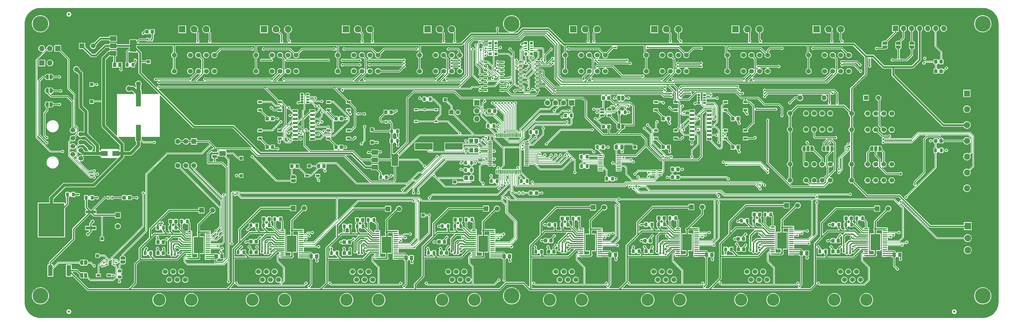
<source format=gtl>
G04 #@! TF.GenerationSoftware,KiCad,Pcbnew,7.0.7*
G04 #@! TF.CreationDate,2024-04-19T12:39:07-04:00*
G04 #@! TF.ProjectId,AOML_AB_3.0_reorganized-v2,414f4d4c-5f41-4425-9f33-2e305f72656f,1*
G04 #@! TF.SameCoordinates,Original*
G04 #@! TF.FileFunction,Copper,L1,Top*
G04 #@! TF.FilePolarity,Positive*
%FSLAX46Y46*%
G04 Gerber Fmt 4.6, Leading zero omitted, Abs format (unit mm)*
G04 Created by KiCad (PCBNEW 7.0.7) date 2024-04-19 12:39:07*
%MOMM*%
%LPD*%
G01*
G04 APERTURE LIST*
G04 Aperture macros list*
%AMRoundRect*
0 Rectangle with rounded corners*
0 $1 Rounding radius*
0 $2 $3 $4 $5 $6 $7 $8 $9 X,Y pos of 4 corners*
0 Add a 4 corners polygon primitive as box body*
4,1,4,$2,$3,$4,$5,$6,$7,$8,$9,$2,$3,0*
0 Add four circle primitives for the rounded corners*
1,1,$1+$1,$2,$3*
1,1,$1+$1,$4,$5*
1,1,$1+$1,$6,$7*
1,1,$1+$1,$8,$9*
0 Add four rect primitives between the rounded corners*
20,1,$1+$1,$2,$3,$4,$5,0*
20,1,$1+$1,$4,$5,$6,$7,0*
20,1,$1+$1,$6,$7,$8,$9,0*
20,1,$1+$1,$8,$9,$2,$3,0*%
%AMFreePoly0*
4,1,19,0.550000,-0.750000,0.000000,-0.750000,0.000000,-0.744911,-0.071157,-0.744911,-0.207708,-0.704816,-0.327430,-0.627875,-0.420627,-0.520320,-0.479746,-0.390866,-0.500000,-0.250000,-0.500000,0.250000,-0.479746,0.390866,-0.420627,0.520320,-0.327430,0.627875,-0.207708,0.704816,-0.071157,0.744911,0.000000,0.744911,0.000000,0.750000,0.550000,0.750000,0.550000,-0.750000,0.550000,-0.750000,
$1*%
%AMFreePoly1*
4,1,19,0.000000,0.744911,0.071157,0.744911,0.207708,0.704816,0.327430,0.627875,0.420627,0.520320,0.479746,0.390866,0.500000,0.250000,0.500000,-0.250000,0.479746,-0.390866,0.420627,-0.520320,0.327430,-0.627875,0.207708,-0.704816,0.071157,-0.744911,0.000000,-0.744911,0.000000,-0.750000,-0.550000,-0.750000,-0.550000,0.750000,0.000000,0.750000,0.000000,0.744911,0.000000,0.744911,
$1*%
%AMFreePoly2*
4,1,19,0.500000,-0.750000,0.000000,-0.750000,0.000000,-0.744911,-0.071157,-0.744911,-0.207708,-0.704816,-0.327430,-0.627875,-0.420627,-0.520320,-0.479746,-0.390866,-0.500000,-0.250000,-0.500000,0.250000,-0.479746,0.390866,-0.420627,0.520320,-0.327430,0.627875,-0.207708,0.704816,-0.071157,0.744911,0.000000,0.744911,0.000000,0.750000,0.500000,0.750000,0.500000,-0.750000,0.500000,-0.750000,
$1*%
%AMFreePoly3*
4,1,19,0.000000,0.744911,0.071157,0.744911,0.207708,0.704816,0.327430,0.627875,0.420627,0.520320,0.479746,0.390866,0.500000,0.250000,0.500000,-0.250000,0.479746,-0.390866,0.420627,-0.520320,0.327430,-0.627875,0.207708,-0.704816,0.071157,-0.744911,0.000000,-0.744911,0.000000,-0.750000,-0.500000,-0.750000,-0.500000,0.750000,0.000000,0.750000,0.000000,0.744911,0.000000,0.744911,
$1*%
G04 Aperture macros list end*
G04 #@! TA.AperFunction,SMDPad,CuDef*
%ADD10C,0.750000*%
G04 #@! TD*
G04 #@! TA.AperFunction,SMDPad,CuDef*
%ADD11R,1.200000X0.400000*%
G04 #@! TD*
G04 #@! TA.AperFunction,ComponentPad*
%ADD12C,1.524000*%
G04 #@! TD*
G04 #@! TA.AperFunction,ComponentPad*
%ADD13R,2.100000X2.100000*%
G04 #@! TD*
G04 #@! TA.AperFunction,ComponentPad*
%ADD14C,2.100000*%
G04 #@! TD*
G04 #@! TA.AperFunction,ComponentPad*
%ADD15R,1.950000X1.950000*%
G04 #@! TD*
G04 #@! TA.AperFunction,ComponentPad*
%ADD16C,1.950000*%
G04 #@! TD*
G04 #@! TA.AperFunction,SMDPad,CuDef*
%ADD17R,0.855600X1.250000*%
G04 #@! TD*
G04 #@! TA.AperFunction,SMDPad,CuDef*
%ADD18R,1.016000X1.219200*%
G04 #@! TD*
G04 #@! TA.AperFunction,SMDPad,CuDef*
%ADD19R,1.200000X0.800000*%
G04 #@! TD*
G04 #@! TA.AperFunction,ComponentPad*
%ADD20C,5.000000*%
G04 #@! TD*
G04 #@! TA.AperFunction,SMDPad,CuDef*
%ADD21R,0.650001X0.399999*%
G04 #@! TD*
G04 #@! TA.AperFunction,SMDPad,CuDef*
%ADD22FreePoly0,0.000000*%
G04 #@! TD*
G04 #@! TA.AperFunction,SMDPad,CuDef*
%ADD23R,1.000000X1.500000*%
G04 #@! TD*
G04 #@! TA.AperFunction,SMDPad,CuDef*
%ADD24FreePoly1,0.000000*%
G04 #@! TD*
G04 #@! TA.AperFunction,SMDPad,CuDef*
%ADD25R,1.305598X1.449997*%
G04 #@! TD*
G04 #@! TA.AperFunction,SMDPad,CuDef*
%ADD26R,1.000000X1.000000*%
G04 #@! TD*
G04 #@! TA.AperFunction,SMDPad,CuDef*
%ADD27RoundRect,0.150000X-0.512500X-0.150000X0.512500X-0.150000X0.512500X0.150000X-0.512500X0.150000X0*%
G04 #@! TD*
G04 #@! TA.AperFunction,SMDPad,CuDef*
%ADD28R,1.066800X1.346200*%
G04 #@! TD*
G04 #@! TA.AperFunction,ComponentPad*
%ADD29R,1.524000X1.524000*%
G04 #@! TD*
G04 #@! TA.AperFunction,SMDPad,CuDef*
%ADD30FreePoly2,0.000000*%
G04 #@! TD*
G04 #@! TA.AperFunction,SMDPad,CuDef*
%ADD31FreePoly3,0.000000*%
G04 #@! TD*
G04 #@! TA.AperFunction,SMDPad,CuDef*
%ADD32R,2.000000X1.500000*%
G04 #@! TD*
G04 #@! TA.AperFunction,SMDPad,CuDef*
%ADD33R,2.000000X3.800000*%
G04 #@! TD*
G04 #@! TA.AperFunction,SMDPad,CuDef*
%ADD34FreePoly2,270.000000*%
G04 #@! TD*
G04 #@! TA.AperFunction,SMDPad,CuDef*
%ADD35FreePoly3,270.000000*%
G04 #@! TD*
G04 #@! TA.AperFunction,ComponentPad*
%ADD36R,1.700000X1.700000*%
G04 #@! TD*
G04 #@! TA.AperFunction,ComponentPad*
%ADD37O,1.700000X1.700000*%
G04 #@! TD*
G04 #@! TA.AperFunction,SMDPad,CuDef*
%ADD38R,1.100000X1.380000*%
G04 #@! TD*
G04 #@! TA.AperFunction,ComponentPad*
%ADD39R,1.651000X1.651000*%
G04 #@! TD*
G04 #@! TA.AperFunction,ComponentPad*
%ADD40C,1.651000*%
G04 #@! TD*
G04 #@! TA.AperFunction,SMDPad,CuDef*
%ADD41O,1.250000X0.549999*%
G04 #@! TD*
G04 #@! TA.AperFunction,SMDPad,CuDef*
%ADD42R,1.525000X0.650000*%
G04 #@! TD*
G04 #@! TA.AperFunction,SMDPad,CuDef*
%ADD43R,1.460000X3.440000*%
G04 #@! TD*
G04 #@! TA.AperFunction,SMDPad,CuDef*
%ADD44R,1.210000X0.730000*%
G04 #@! TD*
G04 #@! TA.AperFunction,SMDPad,CuDef*
%ADD45R,1.193800X0.304800*%
G04 #@! TD*
G04 #@! TA.AperFunction,SMDPad,CuDef*
%ADD46R,0.304800X1.193800*%
G04 #@! TD*
G04 #@! TA.AperFunction,SMDPad,CuDef*
%ADD47R,5.600000X2.100000*%
G04 #@! TD*
G04 #@! TA.AperFunction,SMDPad,CuDef*
%ADD48R,0.457200X0.812800*%
G04 #@! TD*
G04 #@! TA.AperFunction,SMDPad,CuDef*
%ADD49R,1.475000X0.450000*%
G04 #@! TD*
G04 #@! TA.AperFunction,SMDPad,CuDef*
%ADD50R,3.100000X5.180000*%
G04 #@! TD*
G04 #@! TA.AperFunction,ComponentPad*
%ADD51C,1.600000*%
G04 #@! TD*
G04 #@! TA.AperFunction,ComponentPad*
%ADD52O,1.600000X1.600000*%
G04 #@! TD*
G04 #@! TA.AperFunction,SMDPad,CuDef*
%ADD53R,0.889000X0.914400*%
G04 #@! TD*
G04 #@! TA.AperFunction,SMDPad,CuDef*
%ADD54R,0.889000X0.406400*%
G04 #@! TD*
G04 #@! TA.AperFunction,SMDPad,CuDef*
%ADD55R,1.600200X5.105400*%
G04 #@! TD*
G04 #@! TA.AperFunction,SMDPad,CuDef*
%ADD56R,2.184400X1.625600*%
G04 #@! TD*
G04 #@! TA.AperFunction,ComponentPad*
%ADD57C,1.580000*%
G04 #@! TD*
G04 #@! TA.AperFunction,ComponentPad*
%ADD58R,1.580000X1.580000*%
G04 #@! TD*
G04 #@! TA.AperFunction,SMDPad,CuDef*
%ADD59R,3.200400X0.939800*%
G04 #@! TD*
G04 #@! TA.AperFunction,SMDPad,CuDef*
%ADD60R,8.204200X10.591800*%
G04 #@! TD*
G04 #@! TA.AperFunction,SMDPad,CuDef*
%ADD61RoundRect,0.091500X-0.358500X-0.213500X0.358500X-0.213500X0.358500X0.213500X-0.358500X0.213500X0*%
G04 #@! TD*
G04 #@! TA.AperFunction,SMDPad,CuDef*
%ADD62RoundRect,0.068900X-0.381100X-0.196100X0.381100X-0.196100X0.381100X0.196100X-0.381100X0.196100X0*%
G04 #@! TD*
G04 #@! TA.AperFunction,ComponentPad*
%ADD63R,1.397000X1.397000*%
G04 #@! TD*
G04 #@! TA.AperFunction,ComponentPad*
%ADD64C,1.397000*%
G04 #@! TD*
G04 #@! TA.AperFunction,SMDPad,CuDef*
%ADD65R,1.549400X0.939800*%
G04 #@! TD*
G04 #@! TA.AperFunction,SMDPad,CuDef*
%ADD66R,2.133600X1.498600*%
G04 #@! TD*
G04 #@! TA.AperFunction,SMDPad,CuDef*
%ADD67R,0.952500X0.558800*%
G04 #@! TD*
G04 #@! TA.AperFunction,SMDPad,CuDef*
%ADD68R,1.168400X1.447800*%
G04 #@! TD*
G04 #@! TA.AperFunction,SMDPad,CuDef*
%ADD69R,1.250000X0.855600*%
G04 #@! TD*
G04 #@! TA.AperFunction,SMDPad,CuDef*
%ADD70RoundRect,0.100000X-0.637500X-0.100000X0.637500X-0.100000X0.637500X0.100000X-0.637500X0.100000X0*%
G04 #@! TD*
G04 #@! TA.AperFunction,ComponentPad*
%ADD71R,1.320800X1.320800*%
G04 #@! TD*
G04 #@! TA.AperFunction,ComponentPad*
%ADD72C,1.320800*%
G04 #@! TD*
G04 #@! TA.AperFunction,ComponentPad*
%ADD73C,3.860800*%
G04 #@! TD*
G04 #@! TA.AperFunction,ViaPad*
%ADD74C,0.600000*%
G04 #@! TD*
G04 #@! TA.AperFunction,ViaPad*
%ADD75C,0.750000*%
G04 #@! TD*
G04 #@! TA.AperFunction,ViaPad*
%ADD76C,0.800000*%
G04 #@! TD*
G04 #@! TA.AperFunction,ViaPad*
%ADD77C,1.600000*%
G04 #@! TD*
G04 #@! TA.AperFunction,Conductor*
%ADD78C,1.000000*%
G04 #@! TD*
G04 #@! TA.AperFunction,Conductor*
%ADD79C,0.155000*%
G04 #@! TD*
G04 #@! TA.AperFunction,Conductor*
%ADD80C,0.450000*%
G04 #@! TD*
G04 #@! TA.AperFunction,Conductor*
%ADD81C,0.300000*%
G04 #@! TD*
G04 #@! TA.AperFunction,Conductor*
%ADD82C,0.400000*%
G04 #@! TD*
G04 #@! TA.AperFunction,Conductor*
%ADD83C,1.200000*%
G04 #@! TD*
G04 #@! TA.AperFunction,Conductor*
%ADD84C,0.600000*%
G04 #@! TD*
G04 #@! TA.AperFunction,Conductor*
%ADD85C,0.250000*%
G04 #@! TD*
G04 APERTURE END LIST*
D10*
X347000000Y-183000000D03*
X67000000Y-183000000D03*
X67000000Y-89000000D03*
D11*
X252000000Y-138450000D03*
X252000000Y-139100000D03*
X252000000Y-139750000D03*
X253900000Y-139750000D03*
X253900000Y-139100000D03*
X253900000Y-138450000D03*
D12*
X68229001Y-125659900D03*
X70769001Y-126929900D03*
X68229001Y-128199900D03*
X70769001Y-129469900D03*
X68229001Y-130739900D03*
X70769001Y-132009900D03*
X68229001Y-133279900D03*
X70769001Y-134549900D03*
D13*
X102827300Y-93750000D03*
D14*
X106637300Y-93750000D03*
X110447300Y-93750000D03*
D12*
X295050000Y-125400000D03*
X300130000Y-125400000D03*
X302670000Y-125400000D03*
X305210000Y-125400000D03*
X307750000Y-125400000D03*
X307750000Y-120320000D03*
X305210000Y-120320000D03*
X302670000Y-120320000D03*
X300130000Y-120320000D03*
X295050000Y-120320000D03*
D15*
X351000000Y-114000000D03*
D16*
X351000000Y-119000000D03*
X351000000Y-124000000D03*
X351000000Y-129000000D03*
X351000000Y-134000000D03*
X351000000Y-139000000D03*
X351000000Y-144000000D03*
D17*
X72468900Y-146960000D03*
X74324500Y-146960000D03*
D18*
X276949400Y-122000000D03*
X278651200Y-122000000D03*
D17*
X150000000Y-164500000D03*
X151855600Y-164500000D03*
X316156400Y-153500000D03*
X318012000Y-153500000D03*
D19*
X252650300Y-125730000D03*
X252650300Y-128270000D03*
X258950300Y-128270000D03*
X258950300Y-125730000D03*
D20*
X58000000Y-178000000D03*
D17*
X124572200Y-155725000D03*
X126427800Y-155725000D03*
D21*
X79039001Y-166670999D03*
X79039001Y-167321000D03*
X79039001Y-167970999D03*
X81089002Y-167970999D03*
X81089002Y-167321000D03*
X81089002Y-166670999D03*
D12*
X275256380Y-107000000D03*
X280336380Y-107000000D03*
X282876380Y-107000000D03*
X285416380Y-107000000D03*
X287956380Y-107000000D03*
X287956380Y-101920000D03*
X285416380Y-101920000D03*
X282876380Y-101920000D03*
X280336380Y-101920000D03*
X275256380Y-101920000D03*
D22*
X305750000Y-131480000D03*
D23*
X307050000Y-131480000D03*
D24*
X308350000Y-131480000D03*
D17*
X202475000Y-141750000D03*
X200619400Y-141750000D03*
D25*
X195802799Y-132000000D03*
X194197201Y-132000000D03*
D12*
X100300000Y-107000000D03*
X105380000Y-107000000D03*
X107920000Y-107000000D03*
X110460000Y-107000000D03*
X113000000Y-107000000D03*
X113000000Y-101920000D03*
X110460000Y-101920000D03*
X107920000Y-101920000D03*
X105380000Y-101920000D03*
X100300000Y-101920000D03*
D18*
X130350900Y-153725000D03*
X128649100Y-153725000D03*
X255265100Y-153425000D03*
X253563300Y-153425000D03*
D26*
X77468900Y-159960000D03*
D27*
X235606800Y-119050000D03*
X235606800Y-120000000D03*
X235606800Y-120950000D03*
X237881800Y-120950000D03*
X237881800Y-119050000D03*
D18*
X341149100Y-107000000D03*
X342850900Y-107000000D03*
D28*
X300376300Y-164500000D03*
X298623700Y-164500000D03*
D29*
X198914200Y-150425000D03*
D12*
X202419400Y-150425000D03*
D13*
X180447300Y-93750000D03*
D14*
X184257300Y-93750000D03*
X188067300Y-93750000D03*
D30*
X60100000Y-108800000D03*
D31*
X61400000Y-108800000D03*
D32*
X81000000Y-96700000D03*
X81000000Y-99000000D03*
D33*
X87300000Y-99000000D03*
D32*
X81000000Y-101300000D03*
D34*
X84039000Y-166021000D03*
D35*
X84039000Y-167321000D03*
D34*
X329300000Y-98100000D03*
D35*
X329300000Y-99400000D03*
D17*
X102644400Y-154500000D03*
X104500000Y-154500000D03*
D18*
X257899100Y-138000000D03*
X259600900Y-138000000D03*
D13*
X277783680Y-93750000D03*
D14*
X281593680Y-93750000D03*
X285403680Y-93750000D03*
D29*
X82468900Y-152494800D03*
D12*
X82468900Y-156000000D03*
D26*
X246000000Y-131000000D03*
D18*
X124576900Y-160842600D03*
X126278700Y-160842600D03*
X154076900Y-161000000D03*
X155778700Y-161000000D03*
D26*
X143000000Y-137000000D03*
D36*
X328400000Y-93475000D03*
D37*
X330940000Y-93475000D03*
X333480000Y-93475000D03*
X336020000Y-93475000D03*
X338560000Y-93475000D03*
X341100000Y-93475000D03*
X343640000Y-93475000D03*
D17*
X234072200Y-131000000D03*
X235927800Y-131000000D03*
D29*
X293976150Y-149425000D03*
D12*
X297481350Y-149425000D03*
D18*
X285412900Y-152275000D03*
X283711100Y-152275000D03*
D12*
X223923048Y-107000000D03*
X229003048Y-107000000D03*
X231543048Y-107000000D03*
X234083048Y-107000000D03*
X236623048Y-107000000D03*
X236623048Y-101920000D03*
X234083048Y-101920000D03*
X231543048Y-101920000D03*
X229003048Y-101920000D03*
X223923048Y-101920000D03*
D34*
X333600000Y-98100000D03*
D35*
X333600000Y-99400000D03*
D18*
X314435100Y-153500000D03*
X312733300Y-153500000D03*
D28*
X175376300Y-166000000D03*
X173623700Y-166000000D03*
D18*
X95149100Y-161000000D03*
X96850900Y-161000000D03*
D17*
X241072200Y-120000000D03*
X242927800Y-120000000D03*
X199547200Y-124250000D03*
X201402800Y-124250000D03*
D26*
X74200000Y-116600000D03*
D38*
X81424000Y-105000000D03*
X83150000Y-105000000D03*
D17*
X222915200Y-155550000D03*
X224770800Y-155550000D03*
D39*
X226000000Y-117000000D03*
D40*
X223460000Y-117000000D03*
X220920000Y-117000000D03*
X218380000Y-117000000D03*
D36*
X58460000Y-104400000D03*
D37*
X61000000Y-104400000D03*
D17*
X283634200Y-154275000D03*
X285489800Y-154275000D03*
D18*
X151437100Y-122000000D03*
X153138900Y-122000000D03*
X217798200Y-160550000D03*
X219500000Y-160550000D03*
D41*
X209874999Y-104055000D03*
X209874999Y-105325000D03*
X209874999Y-106595000D03*
X209874999Y-107865000D03*
X209874999Y-109135000D03*
X209874999Y-110405000D03*
X209874999Y-111675000D03*
X209874999Y-112945000D03*
X215124999Y-112945000D03*
X215124999Y-111675000D03*
X215124999Y-110405000D03*
X215124999Y-109135000D03*
X215124999Y-107865000D03*
X215124999Y-106595000D03*
X215124999Y-105325000D03*
X215124999Y-104055000D03*
D18*
X184076900Y-160925000D03*
X185778700Y-160925000D03*
D28*
X240123700Y-131000000D03*
X241876300Y-131000000D03*
D42*
X138576000Y-119555000D03*
X138576000Y-120825000D03*
X138576000Y-122095000D03*
X138576000Y-123365000D03*
X138576000Y-124635000D03*
X138576000Y-125905000D03*
X138576000Y-127175000D03*
X138576000Y-128445000D03*
X144000000Y-128445000D03*
X144000000Y-127175000D03*
X144000000Y-125905000D03*
X144000000Y-124635000D03*
X144000000Y-123365000D03*
X144000000Y-122095000D03*
X144000000Y-120825000D03*
X144000000Y-119555000D03*
D28*
X329752600Y-165000000D03*
X328000000Y-165000000D03*
D17*
X179441600Y-115832200D03*
X181297200Y-115832200D03*
D18*
X341149100Y-104000000D03*
X342850900Y-104000000D03*
D26*
X186000000Y-116000000D03*
D17*
X304500000Y-164000000D03*
X306355600Y-164000000D03*
X154072200Y-156000000D03*
X155927800Y-156000000D03*
X249486400Y-155425000D03*
X251342000Y-155425000D03*
D26*
X162927800Y-129500000D03*
D20*
X58000000Y-92000000D03*
X356000000Y-178000000D03*
D18*
X95149100Y-164500000D03*
X96850900Y-164500000D03*
X308576900Y-160600000D03*
X310278700Y-160600000D03*
D26*
X179000000Y-152500000D03*
D12*
X295050000Y-141480000D03*
X300130000Y-141480000D03*
X302670000Y-141480000D03*
X305210000Y-141480000D03*
X307750000Y-141480000D03*
X307750000Y-136400000D03*
X305210000Y-136400000D03*
X302670000Y-136400000D03*
X300130000Y-136400000D03*
X295050000Y-136400000D03*
D19*
X127426000Y-125730000D03*
X127426000Y-128270000D03*
X133726000Y-128270000D03*
X133726000Y-125730000D03*
D43*
X67000000Y-170000000D03*
X61148000Y-170000000D03*
D22*
X320901400Y-131480000D03*
D23*
X322201400Y-131480000D03*
D24*
X323501400Y-131480000D03*
D44*
X79719000Y-171500000D03*
X76359000Y-171500000D03*
D17*
X287134200Y-152275000D03*
X288989800Y-152275000D03*
D45*
X200250001Y-129250000D03*
X200250001Y-129749999D03*
X200250001Y-130250000D03*
X200250001Y-130749999D03*
X200250001Y-131250001D03*
X200250001Y-131750000D03*
X200250001Y-132249999D03*
X200250001Y-132750000D03*
X200250001Y-133250000D03*
X200250001Y-133750001D03*
X200250001Y-134250000D03*
X200250001Y-134749999D03*
X200250001Y-135250001D03*
X200250001Y-135750000D03*
X200250001Y-136250001D03*
X200250001Y-136750000D03*
D46*
X202250000Y-138749999D03*
X202749999Y-138749999D03*
X203250000Y-138749999D03*
X203749999Y-138749999D03*
X204250001Y-138749999D03*
X204750000Y-138749999D03*
X205249999Y-138749999D03*
X205750000Y-138749999D03*
X206250000Y-138749999D03*
X206750001Y-138749999D03*
X207250000Y-138749999D03*
X207749999Y-138749999D03*
X208250001Y-138749999D03*
X208750000Y-138749999D03*
X209250001Y-138749999D03*
X209750000Y-138749999D03*
D45*
X211749999Y-136750000D03*
X211749999Y-136250001D03*
X211749999Y-135750000D03*
X211749999Y-135250001D03*
X211749999Y-134749999D03*
X211749999Y-134250000D03*
X211749999Y-133750001D03*
X211749999Y-133250000D03*
X211749999Y-132750000D03*
X211749999Y-132249999D03*
X211749999Y-131750000D03*
X211749999Y-131250001D03*
X211749999Y-130749999D03*
X211749999Y-130250000D03*
X211749999Y-129749999D03*
X211749999Y-129250000D03*
D46*
X209750000Y-127250001D03*
X209250001Y-127250001D03*
X208750000Y-127250001D03*
X208250001Y-127250001D03*
X207749999Y-127250001D03*
X207250000Y-127250001D03*
X206750001Y-127250001D03*
X206250000Y-127250001D03*
X205750000Y-127250001D03*
X205249999Y-127250001D03*
X204750000Y-127250001D03*
X204250001Y-127250001D03*
X203749999Y-127250001D03*
X203250000Y-127250001D03*
X202749999Y-127250001D03*
X202250000Y-127250001D03*
D17*
X192644450Y-153925000D03*
X194500050Y-153925000D03*
D47*
X188750000Y-130750000D03*
X179250000Y-130750000D03*
D17*
X218915200Y-155550000D03*
X220770800Y-155550000D03*
D20*
X356000000Y-92000000D03*
D19*
X149138000Y-116730000D03*
X149138000Y-119270000D03*
X155438000Y-119270000D03*
X155438000Y-116730000D03*
D20*
X207000000Y-92000000D03*
D17*
X194330600Y-136000000D03*
X192475000Y-136000000D03*
D19*
X274645000Y-116730000D03*
X274645000Y-119270000D03*
X280945000Y-119270000D03*
X280945000Y-116730000D03*
D13*
X252117014Y-93750000D03*
D14*
X255927014Y-93750000D03*
X259737014Y-93750000D03*
D17*
X128572200Y-155725000D03*
X130427800Y-155725000D03*
X237072200Y-141000000D03*
X238927800Y-141000000D03*
D12*
X300923048Y-107000000D03*
X306003048Y-107000000D03*
X308543048Y-107000000D03*
X311083048Y-107000000D03*
X313623048Y-107000000D03*
X313623048Y-101920000D03*
X311083048Y-101920000D03*
X308543048Y-101920000D03*
X306003048Y-101920000D03*
X300923048Y-101920000D03*
D17*
X229072200Y-137000000D03*
X230927800Y-137000000D03*
X120500000Y-164225000D03*
X122355600Y-164225000D03*
D19*
X252645000Y-116730000D03*
X252645000Y-119270000D03*
X258945000Y-119270000D03*
X258945000Y-116730000D03*
D17*
X257058600Y-153425000D03*
X258914200Y-153425000D03*
D36*
X63480000Y-99800000D03*
D37*
X60940000Y-99800000D03*
X58400000Y-99800000D03*
D12*
X126173333Y-107000000D03*
X131253333Y-107000000D03*
X133793333Y-107000000D03*
X136333333Y-107000000D03*
X138873333Y-107000000D03*
X138873333Y-101920000D03*
X136333333Y-101920000D03*
X133793333Y-101920000D03*
X131253333Y-101920000D03*
X126173333Y-101920000D03*
D41*
X198750000Y-104150000D03*
X198750000Y-105420000D03*
X198750000Y-106690000D03*
X198750000Y-107960000D03*
X198750000Y-109230000D03*
X198750000Y-110500000D03*
X198750000Y-111770000D03*
X198750000Y-113040000D03*
X204000000Y-113040000D03*
X204000000Y-111770000D03*
X204000000Y-110500000D03*
X204000000Y-109230000D03*
X204000000Y-107960000D03*
X204000000Y-106690000D03*
X204000000Y-105420000D03*
X204000000Y-104150000D03*
D28*
X115376300Y-165500000D03*
X113623700Y-165500000D03*
D48*
X80611900Y-146960000D03*
X79468900Y-146960000D03*
D18*
X218721300Y-164050000D03*
X220423100Y-164050000D03*
X190850950Y-153925000D03*
X189149150Y-153925000D03*
D17*
X279634200Y-154275000D03*
X281489800Y-154275000D03*
D12*
X314501400Y-141480000D03*
X319581400Y-141480000D03*
X322121400Y-141480000D03*
X324661400Y-141480000D03*
X327201400Y-141480000D03*
X327201400Y-136400000D03*
X324661400Y-136400000D03*
X322121400Y-136400000D03*
X319581400Y-136400000D03*
X314501400Y-136400000D03*
D26*
X121500000Y-134500000D03*
D29*
X167914150Y-150500000D03*
D12*
X171419350Y-150500000D03*
D18*
X151437100Y-131000000D03*
X153138900Y-131000000D03*
D26*
X189000000Y-142000000D03*
D25*
X195802799Y-129000000D03*
X194197201Y-129000000D03*
D12*
X177920000Y-107000000D03*
X183000000Y-107000000D03*
X185540000Y-107000000D03*
X188080000Y-107000000D03*
X190620000Y-107000000D03*
X190620000Y-101920000D03*
X188080000Y-101920000D03*
X185540000Y-101920000D03*
X183000000Y-101920000D03*
X177920000Y-101920000D03*
D20*
X207000000Y-178000000D03*
D18*
X86170700Y-146960000D03*
X84468900Y-146960000D03*
D17*
X308656400Y-155500000D03*
X310512000Y-155500000D03*
D26*
X162927800Y-125500000D03*
D18*
X184721300Y-164425000D03*
X186423100Y-164425000D03*
D49*
X259562000Y-156775000D03*
X259562000Y-157425000D03*
X259562000Y-158075000D03*
X259562000Y-158725000D03*
X259562000Y-159375000D03*
X259562000Y-160025000D03*
X259562000Y-160675000D03*
X259562000Y-161325000D03*
X259562000Y-161975000D03*
X259562000Y-162625000D03*
X259562000Y-163275000D03*
X259562000Y-163925000D03*
X259562000Y-164575000D03*
X259562000Y-165225000D03*
X265438000Y-165225000D03*
X265438000Y-164575000D03*
X265438000Y-163925000D03*
X265438000Y-163275000D03*
X265438000Y-162625000D03*
X265438000Y-161975000D03*
X265438000Y-161325000D03*
X265438000Y-160675000D03*
X265438000Y-160025000D03*
X265438000Y-159375000D03*
X265438000Y-158725000D03*
X265438000Y-158075000D03*
X265438000Y-157425000D03*
X265438000Y-156775000D03*
D50*
X262500000Y-161000000D03*
D26*
X76039000Y-165321000D03*
D51*
X298240000Y-115400000D03*
D52*
X305860000Y-115400000D03*
D28*
X206376300Y-165500000D03*
X204623700Y-165500000D03*
D17*
X99000000Y-156500000D03*
X100855600Y-156500000D03*
X194330600Y-138250000D03*
X192475000Y-138250000D03*
D26*
X92150000Y-104000000D03*
D17*
X230855600Y-134000000D03*
X229000000Y-134000000D03*
D53*
X211500000Y-98096400D03*
D54*
X211500000Y-99074300D03*
X211500000Y-99798200D03*
X211500000Y-100522100D03*
D53*
X211500000Y-101500000D03*
X213278000Y-101500000D03*
D54*
X213278000Y-100522100D03*
X213278000Y-99798200D03*
X213278000Y-99074300D03*
D53*
X213278000Y-98096400D03*
D17*
X245423100Y-163925000D03*
X247278700Y-163925000D03*
X66541100Y-145960000D03*
X68396700Y-145960000D03*
X158144400Y-156000000D03*
X160000000Y-156000000D03*
D55*
X89000000Y-126461000D03*
X89000000Y-115539000D03*
D29*
X71150000Y-99000000D03*
D12*
X74655200Y-99000000D03*
D17*
X95072200Y-156500000D03*
X96927800Y-156500000D03*
D49*
X105062000Y-157775000D03*
X105062000Y-158425000D03*
X105062000Y-159075000D03*
X105062000Y-159725000D03*
X105062000Y-160375000D03*
X105062000Y-161025000D03*
X105062000Y-161675000D03*
X105062000Y-162325000D03*
X105062000Y-162975000D03*
X105062000Y-163625000D03*
X105062000Y-164275000D03*
X105062000Y-164925000D03*
X105062000Y-165575000D03*
X105062000Y-166225000D03*
X110938000Y-166225000D03*
X110938000Y-165575000D03*
X110938000Y-164925000D03*
X110938000Y-164275000D03*
X110938000Y-163625000D03*
X110938000Y-162975000D03*
X110938000Y-162325000D03*
X110938000Y-161675000D03*
X110938000Y-161025000D03*
X110938000Y-160375000D03*
X110938000Y-159725000D03*
X110938000Y-159075000D03*
X110938000Y-158425000D03*
X110938000Y-157775000D03*
D50*
X108000000Y-162000000D03*
D56*
X81854200Y-133000000D03*
X78145800Y-133000000D03*
D12*
X314501400Y-125480000D03*
X319581400Y-125480000D03*
X322121400Y-125480000D03*
X324661400Y-125480000D03*
X327201400Y-125480000D03*
X327201400Y-120400000D03*
X324661400Y-120400000D03*
X322121400Y-120400000D03*
X319581400Y-120400000D03*
X314501400Y-120400000D03*
D18*
X254944100Y-122000000D03*
X256645900Y-122000000D03*
D28*
X270376300Y-165000000D03*
X268623700Y-165000000D03*
D30*
X60100000Y-117500000D03*
D31*
X61400000Y-117500000D03*
D13*
X128700633Y-93750000D03*
D14*
X132510633Y-93750000D03*
X136320633Y-93750000D03*
D17*
X213047200Y-126250000D03*
X214902800Y-126250000D03*
D32*
X163777800Y-132700000D03*
X163777800Y-135000000D03*
D33*
X170077800Y-135000000D03*
D32*
X163777800Y-137300000D03*
D18*
X249500000Y-163925000D03*
X251201800Y-163925000D03*
D57*
X106540000Y-136810000D03*
X104000000Y-136810000D03*
X101460000Y-136810000D03*
X101460000Y-129190000D03*
X104000000Y-129190000D03*
D58*
X106540000Y-129190000D03*
D42*
X264083000Y-119555000D03*
X264083000Y-120825000D03*
X264083000Y-122095000D03*
X264083000Y-123365000D03*
X264083000Y-124635000D03*
X264083000Y-125905000D03*
X264083000Y-127175000D03*
X264083000Y-128445000D03*
X269507000Y-128445000D03*
X269507000Y-127175000D03*
X269507000Y-125905000D03*
X269507000Y-124635000D03*
X269507000Y-123365000D03*
X269507000Y-122095000D03*
X269507000Y-120825000D03*
X269507000Y-119555000D03*
D18*
X129725100Y-131000000D03*
X131426900Y-131000000D03*
D49*
X229000000Y-156900000D03*
X229000000Y-157550000D03*
X229000000Y-158200000D03*
X229000000Y-158850000D03*
X229000000Y-159500000D03*
X229000000Y-160150000D03*
X229000000Y-160800000D03*
X229000000Y-161450000D03*
X229000000Y-162100000D03*
X229000000Y-162750000D03*
X229000000Y-163400000D03*
X229000000Y-164050000D03*
X229000000Y-164700000D03*
X229000000Y-165350000D03*
X234876000Y-165350000D03*
X234876000Y-164700000D03*
X234876000Y-164050000D03*
X234876000Y-163400000D03*
X234876000Y-162750000D03*
X234876000Y-162100000D03*
X234876000Y-161450000D03*
X234876000Y-160800000D03*
X234876000Y-160150000D03*
X234876000Y-159500000D03*
X234876000Y-158850000D03*
X234876000Y-158200000D03*
X234876000Y-157550000D03*
X234876000Y-156900000D03*
D50*
X231938000Y-161125000D03*
D18*
X159923100Y-154000000D03*
X158221300Y-154000000D03*
D29*
X137914150Y-150275000D03*
D12*
X141419350Y-150275000D03*
D36*
X196000000Y-117000000D03*
D37*
X196000000Y-119540000D03*
X196000000Y-122080000D03*
D59*
X73902200Y-156540000D03*
X73902200Y-151460000D03*
D60*
X61468900Y-154000000D03*
D17*
X226415200Y-153550000D03*
X228270800Y-153550000D03*
D61*
X140723000Y-114315000D03*
D62*
X140723000Y-115155000D03*
X140723000Y-115955000D03*
D61*
X140723000Y-116795000D03*
X142493000Y-116795000D03*
D62*
X142493000Y-115955000D03*
X142493000Y-115155000D03*
D61*
X142493000Y-114315000D03*
D48*
X167356300Y-123000000D03*
X168499300Y-123000000D03*
D29*
X108932800Y-150975000D03*
D12*
X112438000Y-150975000D03*
D18*
X341149100Y-129000000D03*
X342850900Y-129000000D03*
X276944100Y-131000000D03*
X278645900Y-131000000D03*
D17*
X91072200Y-164500000D03*
X92927800Y-164500000D03*
D18*
X146000000Y-137000000D03*
X147701800Y-137000000D03*
D13*
X226450348Y-93750000D03*
D14*
X230260348Y-93750000D03*
X234070348Y-93750000D03*
D17*
X211902800Y-141750000D03*
X210047200Y-141750000D03*
D18*
X129725100Y-122000000D03*
X131426900Y-122000000D03*
X278649100Y-160000000D03*
X280350900Y-160000000D03*
X254944100Y-131000000D03*
X256645900Y-131000000D03*
D17*
X189072250Y-155925000D03*
X190927850Y-155925000D03*
D61*
X266230000Y-114520000D03*
D62*
X266230000Y-115360000D03*
X266230000Y-116160000D03*
D61*
X266230000Y-117000000D03*
X268000000Y-117000000D03*
D62*
X268000000Y-116160000D03*
X268000000Y-115360000D03*
D61*
X268000000Y-114520000D03*
D18*
X91733300Y-94500000D03*
X93435100Y-94500000D03*
D17*
X169072200Y-126000000D03*
X170927800Y-126000000D03*
D48*
X210571500Y-145500000D03*
X209428500Y-145500000D03*
D13*
X351250000Y-155940000D03*
D14*
X351250000Y-159750000D03*
X351250000Y-163560000D03*
D29*
X232757150Y-150050000D03*
D12*
X236262350Y-150050000D03*
D63*
X319081500Y-115400000D03*
D64*
X323018500Y-115400000D03*
D18*
X249149100Y-160609250D03*
X250850900Y-160609250D03*
D65*
X113115700Y-132050000D03*
D66*
X115592200Y-133000000D03*
D65*
X113115700Y-133950000D03*
D49*
X164500000Y-157648100D03*
X164500000Y-158298100D03*
X164500000Y-158948100D03*
X164500000Y-159598100D03*
X164500000Y-160248100D03*
X164500000Y-160898100D03*
X164500000Y-161548100D03*
X164500000Y-162198100D03*
X164500000Y-162848100D03*
X164500000Y-163498100D03*
X164500000Y-164148100D03*
X164500000Y-164798100D03*
X164500000Y-165448100D03*
X164500000Y-166098100D03*
X170376000Y-166098100D03*
X170376000Y-165448100D03*
X170376000Y-164798100D03*
X170376000Y-164148100D03*
X170376000Y-163498100D03*
X170376000Y-162848100D03*
X170376000Y-162198100D03*
X170376000Y-161548100D03*
X170376000Y-160898100D03*
X170376000Y-160248100D03*
X170376000Y-159598100D03*
X170376000Y-158948100D03*
X170376000Y-158298100D03*
X170376000Y-157648100D03*
D50*
X167438000Y-161873100D03*
D18*
X100850900Y-154500000D03*
X99149100Y-154500000D03*
X200000000Y-119558800D03*
X201701800Y-119558800D03*
D19*
X127426000Y-116730000D03*
X127426000Y-119270000D03*
X133726000Y-119270000D03*
X133726000Y-116730000D03*
D30*
X60100000Y-113150000D03*
D31*
X61400000Y-113150000D03*
D18*
X154076900Y-164500000D03*
X155778700Y-164500000D03*
D17*
X312656400Y-155500000D03*
X314512000Y-155500000D03*
D18*
X214850900Y-145500000D03*
X213149100Y-145500000D03*
D26*
X121500000Y-140000000D03*
D49*
X134500000Y-157275000D03*
X134500000Y-157925000D03*
X134500000Y-158575000D03*
X134500000Y-159225000D03*
X134500000Y-159875000D03*
X134500000Y-160525000D03*
X134500000Y-161175000D03*
X134500000Y-161825000D03*
X134500000Y-162475000D03*
X134500000Y-163125000D03*
X134500000Y-163775000D03*
X134500000Y-164425000D03*
X134500000Y-165075000D03*
X134500000Y-165725000D03*
X140376000Y-165725000D03*
X140376000Y-165075000D03*
X140376000Y-164425000D03*
X140376000Y-163775000D03*
X140376000Y-163125000D03*
X140376000Y-162475000D03*
X140376000Y-161825000D03*
X140376000Y-161175000D03*
X140376000Y-160525000D03*
X140376000Y-159875000D03*
X140376000Y-159225000D03*
X140376000Y-158575000D03*
X140376000Y-157925000D03*
X140376000Y-157275000D03*
D50*
X137438000Y-161500000D03*
D17*
X180644400Y-164425000D03*
X182500000Y-164425000D03*
X169072200Y-129000000D03*
X170927800Y-129000000D03*
X214644400Y-164050000D03*
X216500000Y-164050000D03*
D67*
X176818650Y-119145800D03*
X183181350Y-119145800D03*
X176818650Y-122854200D03*
X183181350Y-122854200D03*
D49*
X289562000Y-156275000D03*
X289562000Y-156925000D03*
X289562000Y-157575000D03*
X289562000Y-158225000D03*
X289562000Y-158875000D03*
X289562000Y-159525000D03*
X289562000Y-160175000D03*
X289562000Y-160825000D03*
X289562000Y-161475000D03*
X289562000Y-162125000D03*
X289562000Y-162775000D03*
X289562000Y-163425000D03*
X289562000Y-164075000D03*
X289562000Y-164725000D03*
X295438000Y-164725000D03*
X295438000Y-164075000D03*
X295438000Y-163425000D03*
X295438000Y-162775000D03*
X295438000Y-162125000D03*
X295438000Y-161475000D03*
X295438000Y-160825000D03*
X295438000Y-160175000D03*
X295438000Y-159525000D03*
X295438000Y-158875000D03*
X295438000Y-158225000D03*
X295438000Y-157575000D03*
X295438000Y-156925000D03*
X295438000Y-156275000D03*
D50*
X292500000Y-160500000D03*
D18*
X124576900Y-164225000D03*
X126278700Y-164225000D03*
D68*
X192598700Y-140750000D03*
X194351300Y-140750000D03*
D17*
X85431400Y-105000000D03*
X87287000Y-105000000D03*
D18*
X278721300Y-163275000D03*
X280423100Y-163275000D03*
D29*
X263828350Y-149925000D03*
D12*
X267333550Y-149925000D03*
D17*
X253486400Y-155425000D03*
X255342000Y-155425000D03*
D12*
X152046666Y-107000000D03*
X157126666Y-107000000D03*
X159666666Y-107000000D03*
X162206666Y-107000000D03*
X164746666Y-107000000D03*
X164746666Y-101920000D03*
X162206666Y-101920000D03*
X159666666Y-101920000D03*
X157126666Y-101920000D03*
X152046666Y-101920000D03*
D28*
X145376300Y-165500000D03*
X143623700Y-165500000D03*
D34*
X138000000Y-140350000D03*
D35*
X138000000Y-141650000D03*
D29*
X322579000Y-150425000D03*
D12*
X326084200Y-150425000D03*
D69*
X83039000Y-170144400D03*
X83039000Y-172000000D03*
D49*
X195062000Y-157275000D03*
X195062000Y-157925000D03*
X195062000Y-158575000D03*
X195062000Y-159225000D03*
X195062000Y-159875000D03*
X195062000Y-160525000D03*
X195062000Y-161175000D03*
X195062000Y-161825000D03*
X195062000Y-162475000D03*
X195062000Y-163125000D03*
X195062000Y-163775000D03*
X195062000Y-164425000D03*
X195062000Y-165075000D03*
X195062000Y-165725000D03*
X200938000Y-165725000D03*
X200938000Y-165075000D03*
X200938000Y-164425000D03*
X200938000Y-163775000D03*
X200938000Y-163125000D03*
X200938000Y-162475000D03*
X200938000Y-161825000D03*
X200938000Y-161175000D03*
X200938000Y-160525000D03*
X200938000Y-159875000D03*
X200938000Y-159225000D03*
X200938000Y-158575000D03*
X200938000Y-157925000D03*
X200938000Y-157275000D03*
D50*
X198000000Y-161500000D03*
D53*
X200222000Y-98096400D03*
D54*
X200222000Y-99074300D03*
X200222000Y-99798200D03*
X200222000Y-100522100D03*
D53*
X200222000Y-101500000D03*
X202000000Y-101500000D03*
D54*
X202000000Y-100522100D03*
X202000000Y-99798200D03*
X202000000Y-99074300D03*
D53*
X202000000Y-98096400D03*
D12*
X249589714Y-107000000D03*
X254669714Y-107000000D03*
X257209714Y-107000000D03*
X259749714Y-107000000D03*
X262289714Y-107000000D03*
X262289714Y-101920000D03*
X259749714Y-101920000D03*
X257209714Y-101920000D03*
X254669714Y-101920000D03*
X249589714Y-101920000D03*
D30*
X71039000Y-167500000D03*
D31*
X72339000Y-167500000D03*
D18*
X237732700Y-124500000D03*
X236030900Y-124500000D03*
D30*
X240881800Y-124450000D03*
D31*
X242181800Y-124450000D03*
D17*
X132072200Y-153725000D03*
X133927800Y-153725000D03*
D44*
X145680000Y-140000000D03*
X142320000Y-140000000D03*
D17*
X341072200Y-132000000D03*
X342927800Y-132000000D03*
X161644400Y-154000000D03*
X163500000Y-154000000D03*
D28*
X239876300Y-165000000D03*
X238123700Y-165000000D03*
D18*
X224693900Y-153550000D03*
X222992100Y-153550000D03*
X257899100Y-140500000D03*
X259600900Y-140500000D03*
D17*
X165572200Y-140500000D03*
X167427800Y-140500000D03*
D19*
X274645000Y-125730000D03*
X274645000Y-128270000D03*
X280945000Y-128270000D03*
X280945000Y-125730000D03*
D18*
X308576900Y-164000000D03*
X310278700Y-164000000D03*
D34*
X325000000Y-98100000D03*
D35*
X325000000Y-99400000D03*
D48*
X93150000Y-97000000D03*
X92007000Y-97000000D03*
D19*
X149138000Y-125730000D03*
X149138000Y-128270000D03*
X155438000Y-128270000D03*
X155438000Y-125730000D03*
D18*
X168927800Y-120000000D03*
X167226000Y-120000000D03*
D17*
X185072250Y-155925000D03*
X186927850Y-155925000D03*
D49*
X319146200Y-156775000D03*
X319146200Y-157425000D03*
X319146200Y-158075000D03*
X319146200Y-158725000D03*
X319146200Y-159375000D03*
X319146200Y-160025000D03*
X319146200Y-160675000D03*
X319146200Y-161325000D03*
X319146200Y-161975000D03*
X319146200Y-162625000D03*
X319146200Y-163275000D03*
X319146200Y-163925000D03*
X319146200Y-164575000D03*
X319146200Y-165225000D03*
X325022200Y-165225000D03*
X325022200Y-164575000D03*
X325022200Y-163925000D03*
X325022200Y-163275000D03*
X325022200Y-162625000D03*
X325022200Y-161975000D03*
X325022200Y-161325000D03*
X325022200Y-160675000D03*
X325022200Y-160025000D03*
X325022200Y-159375000D03*
X325022200Y-158725000D03*
X325022200Y-158075000D03*
X325022200Y-157425000D03*
X325022200Y-156775000D03*
D50*
X322084200Y-161000000D03*
D26*
X74200000Y-111200000D03*
D30*
X71039000Y-171500000D03*
D31*
X72339000Y-171500000D03*
D22*
X299450000Y-131480000D03*
D23*
X300750000Y-131480000D03*
D24*
X302050000Y-131480000D03*
D17*
X225927800Y-121000000D03*
X224072200Y-121000000D03*
D18*
X237732700Y-115500000D03*
X236030900Y-115500000D03*
X139201800Y-137000000D03*
X137500000Y-137000000D03*
D13*
X154573966Y-93750000D03*
D14*
X158383966Y-93750000D03*
X162193966Y-93750000D03*
D30*
X240881800Y-115450000D03*
D31*
X242181800Y-115450000D03*
D17*
X274644400Y-163275000D03*
X276500000Y-163275000D03*
D70*
X235137500Y-133725000D03*
X235137500Y-134375000D03*
X235137500Y-135025000D03*
X235137500Y-135675000D03*
X235137500Y-136325000D03*
X235137500Y-136975000D03*
X235137500Y-137625000D03*
X235137500Y-138275000D03*
X240862500Y-138275000D03*
X240862500Y-137625000D03*
X240862500Y-136975000D03*
X240862500Y-136325000D03*
X240862500Y-135675000D03*
X240862500Y-135025000D03*
X240862500Y-134375000D03*
X240862500Y-133725000D03*
D71*
X188000000Y-120000000D03*
D72*
X190000000Y-120000000D03*
D13*
X303450348Y-93750000D03*
D14*
X307260348Y-93750000D03*
X311070348Y-93750000D03*
D12*
X186960000Y-170360000D03*
X188230000Y-172900000D03*
X189500000Y-170360000D03*
X190770000Y-172900000D03*
X192040000Y-170360000D03*
X193310000Y-172900000D03*
D73*
X185055000Y-179250000D03*
X195215000Y-179250000D03*
D12*
X97460000Y-170360000D03*
X98730000Y-172900000D03*
X100000000Y-170360000D03*
X101270000Y-172900000D03*
X102540000Y-170360000D03*
X103810000Y-172900000D03*
D73*
X95555000Y-179250000D03*
X105715000Y-179250000D03*
D12*
X156710000Y-170360000D03*
X157980000Y-172900000D03*
X159250000Y-170360000D03*
X160520000Y-172900000D03*
X161790000Y-170360000D03*
X163060000Y-172900000D03*
D73*
X154805000Y-179250000D03*
X164965000Y-179250000D03*
D12*
X126960000Y-170360000D03*
X128230000Y-172900000D03*
X129500000Y-170360000D03*
X130770000Y-172900000D03*
X132040000Y-170360000D03*
X133310000Y-172900000D03*
D73*
X125055000Y-179250000D03*
X135215000Y-179250000D03*
D12*
X220960000Y-170360000D03*
X222230000Y-172900000D03*
X223500000Y-170360000D03*
X224770000Y-172900000D03*
X226040000Y-170360000D03*
X227310000Y-172900000D03*
D73*
X219055000Y-179250000D03*
X229215000Y-179250000D03*
D12*
X281460000Y-170360000D03*
X282730000Y-172900000D03*
X284000000Y-170360000D03*
X285270000Y-172900000D03*
X286540000Y-170360000D03*
X287810000Y-172900000D03*
D73*
X279555000Y-179250000D03*
X289715000Y-179250000D03*
D12*
X251960000Y-170360000D03*
X253230000Y-172900000D03*
X254500000Y-170360000D03*
X255770000Y-172900000D03*
X257040000Y-170360000D03*
X258310000Y-172900000D03*
D73*
X250055000Y-179250000D03*
X260215000Y-179250000D03*
D12*
X310960000Y-170360000D03*
X312230000Y-172900000D03*
X313500000Y-170360000D03*
X314770000Y-172900000D03*
X316040000Y-170360000D03*
X317310000Y-172900000D03*
D73*
X309055000Y-179250000D03*
X319215000Y-179250000D03*
D74*
X94000000Y-129500000D03*
X125000000Y-134000000D03*
D75*
X292500000Y-156500000D03*
X167500000Y-166000000D03*
D74*
X184500000Y-163000000D03*
D75*
X137500000Y-165500000D03*
D74*
X83000000Y-173500000D03*
X307500000Y-155500000D03*
D75*
X322000000Y-165000000D03*
D74*
X223000000Y-121500000D03*
X245500000Y-162500000D03*
D76*
X330000000Y-139400000D03*
D74*
X264000000Y-130000000D03*
X191000000Y-136000000D03*
X330000000Y-166500000D03*
X75800000Y-111200000D03*
X217500000Y-155500000D03*
X277500000Y-160000000D03*
D77*
X73750000Y-131250000D03*
D74*
X88000000Y-103500000D03*
X154000000Y-157500000D03*
X164500000Y-129500000D03*
X244000000Y-120000000D03*
X83500000Y-106500000D03*
X75000000Y-138500000D03*
D75*
X292500000Y-164500000D03*
D74*
X295000000Y-117000000D03*
X170500000Y-119500000D03*
D75*
X74500000Y-154500000D03*
X108000000Y-166000000D03*
D74*
X154500000Y-122000000D03*
X200500000Y-140000000D03*
X344500000Y-106000000D03*
X123500000Y-157000000D03*
X120000000Y-140000000D03*
X300500000Y-129500000D03*
X197000000Y-113000000D03*
X344500000Y-132000000D03*
X70000000Y-146000000D03*
X88500000Y-147000000D03*
X250350000Y-139100000D03*
X216500000Y-145500000D03*
X169000000Y-140000000D03*
D75*
X262500000Y-157000000D03*
D74*
X146000000Y-141500000D03*
X90500000Y-95000000D03*
X150000000Y-163000000D03*
X248000000Y-155500000D03*
X257000000Y-132500000D03*
X300500000Y-166000000D03*
X184000000Y-156000000D03*
X113000000Y-135350500D03*
X248000000Y-160500000D03*
X208000000Y-113250000D03*
X279000000Y-132500000D03*
X91500000Y-163000000D03*
X270500000Y-166500000D03*
X214500000Y-128000000D03*
X242000000Y-132500000D03*
X171000000Y-127500000D03*
X78035002Y-167535002D03*
X278200000Y-161600000D03*
X278500000Y-154500000D03*
X124000000Y-162500000D03*
X140345500Y-128445000D03*
D75*
X232000000Y-165000000D03*
D74*
X198000000Y-98049500D03*
D75*
X262500000Y-165000000D03*
D74*
X244000000Y-115500000D03*
X179500000Y-119145800D03*
X206500000Y-167000000D03*
X82000000Y-167500000D03*
X214500000Y-162500000D03*
X133000000Y-122000000D03*
X76000000Y-147000000D03*
X133000000Y-131500000D03*
X209000000Y-137500000D03*
X308000000Y-162500000D03*
X307492750Y-129577253D03*
X182500000Y-161000000D03*
X95000000Y-163000000D03*
D75*
X232000000Y-157000000D03*
D74*
X287000000Y-143000000D03*
X274600000Y-164600000D03*
X279000000Y-123500000D03*
D75*
X198000000Y-157500000D03*
D74*
X234000000Y-120000000D03*
X171000000Y-130500000D03*
X165500000Y-132500000D03*
D75*
X137500000Y-157500000D03*
D74*
X123000000Y-161000000D03*
X240000000Y-141000000D03*
D75*
X198000000Y-165500000D03*
D74*
X218500000Y-162500000D03*
X161700000Y-132700000D03*
X154000000Y-163000000D03*
X178000000Y-115500000D03*
X96500000Y-155000000D03*
X265000000Y-117260000D03*
X191000000Y-138000000D03*
X175500000Y-167500000D03*
X201500000Y-134749999D03*
X213500000Y-142000000D03*
X307000000Y-160600000D03*
X240000000Y-166500000D03*
X192500000Y-129000000D03*
X237500000Y-131000000D03*
D77*
X86000000Y-112500000D03*
D74*
X257000000Y-123500000D03*
X154500000Y-131000000D03*
X81000000Y-171500000D03*
X249000000Y-162500000D03*
D75*
X322000000Y-157000000D03*
D74*
X304000000Y-162500000D03*
X202500000Y-125347200D03*
X210250000Y-98500000D03*
X115000000Y-164000000D03*
X261000000Y-138000000D03*
D75*
X73000000Y-158500000D03*
D74*
X337660000Y-102930000D03*
X139500000Y-117000000D03*
D77*
X89000000Y-111000000D03*
D74*
X192500000Y-132500000D03*
X148000000Y-138500000D03*
X216500000Y-160500000D03*
X202749999Y-137500000D03*
X180500000Y-163000000D03*
X95000000Y-159500000D03*
D75*
X167500000Y-158000000D03*
X108000000Y-158000000D03*
D74*
X153000000Y-161000000D03*
X145500000Y-167000000D03*
X242500000Y-134375000D03*
X121500000Y-162500000D03*
X206500000Y-100000000D03*
X202500000Y-93500000D03*
X143000000Y-175000000D03*
X182500000Y-140000000D03*
X268000000Y-175000000D03*
X334500000Y-142750000D03*
X237500000Y-175000000D03*
X329000000Y-169500000D03*
X113500000Y-167375500D03*
X204623700Y-173000000D03*
X173000000Y-175000000D03*
X298000000Y-175000000D03*
X179500000Y-137000000D03*
X201500000Y-132250000D03*
X190612751Y-126612750D03*
X331750000Y-146800000D03*
X226000000Y-135000000D03*
X339500000Y-129000000D03*
X183500000Y-134000000D03*
X197000000Y-132750000D03*
D77*
X69400000Y-106400000D03*
D74*
X90500000Y-145500000D03*
X172500000Y-144500000D03*
X134000000Y-118000000D03*
X136500000Y-118500000D03*
X134000000Y-123000000D03*
X137000000Y-121000000D03*
X187000000Y-100000000D03*
X177000000Y-100000000D03*
X205130000Y-111770000D03*
X128500000Y-100000000D03*
X154000000Y-100000000D03*
X125000000Y-100000000D03*
X151000000Y-100000000D03*
X136500000Y-128500000D03*
X197000000Y-129000000D03*
X159500000Y-130000000D03*
X145000000Y-115500000D03*
X160500000Y-124500000D03*
X136500000Y-126500000D03*
X202750000Y-124000000D03*
X140000000Y-126000000D03*
X147500000Y-126000000D03*
X146000000Y-127000000D03*
X145000000Y-118000000D03*
X149000000Y-124635000D03*
X199000000Y-128000000D03*
X146000000Y-123500000D03*
X147000000Y-116500000D03*
X198000000Y-128500000D03*
X147000000Y-123000000D03*
X147000000Y-120000000D03*
X253000000Y-123000000D03*
X261500000Y-120000000D03*
X261000000Y-118000000D03*
X255000000Y-117000000D03*
X217500000Y-103750000D03*
X225000000Y-100000000D03*
X276000000Y-99750000D03*
X267000000Y-99750000D03*
X216500000Y-110405000D03*
X240000000Y-99500000D03*
X250000000Y-99500000D03*
X219500000Y-100000000D03*
X292500000Y-99750000D03*
X302250000Y-99750000D03*
X270000000Y-114500000D03*
X261400500Y-125500000D03*
X221000000Y-133500000D03*
X266000000Y-122000000D03*
X266000000Y-125500000D03*
X264000000Y-134000000D03*
X272000000Y-115500000D03*
X225000000Y-134000000D03*
X271825000Y-127175000D03*
X274500000Y-127000000D03*
X272500000Y-129500000D03*
X224000000Y-133500000D03*
X271000000Y-122095000D03*
X222500000Y-133500000D03*
D75*
X98500000Y-164500000D03*
D74*
X102000000Y-160000000D03*
X98000000Y-160000000D03*
D75*
X99500000Y-165000000D03*
X100500000Y-165000000D03*
D74*
X101000000Y-162500000D03*
X97000000Y-163000000D03*
D75*
X101500000Y-164500000D03*
D74*
X172000000Y-174000000D03*
X117500000Y-173500000D03*
X297500000Y-174000000D03*
X267500000Y-174000000D03*
X120000000Y-174000000D03*
X214000000Y-174000000D03*
X142000000Y-174000000D03*
X180000000Y-174000000D03*
X244000000Y-174000000D03*
X237000000Y-174000000D03*
X273000000Y-174000000D03*
X149500000Y-174000000D03*
X304000000Y-174000000D03*
X203000000Y-173000000D03*
X146000000Y-162500000D03*
X330475000Y-161975000D03*
X115500000Y-163000000D03*
X181000000Y-147000000D03*
X240500000Y-162100000D03*
X181000000Y-152500000D03*
X176250000Y-162750000D03*
X207000000Y-162500000D03*
X271000000Y-162000000D03*
X301000000Y-161500000D03*
X118500000Y-161500000D03*
X114175000Y-162325000D03*
X240000000Y-149500000D03*
X119524500Y-146000000D03*
X116000000Y-146000000D03*
X240900000Y-147400000D03*
X236500000Y-159500000D03*
X202875000Y-159875000D03*
X267375000Y-159375000D03*
X297375000Y-158875000D03*
X326875000Y-159375000D03*
X114625000Y-159500000D03*
X172000000Y-160500000D03*
X142000000Y-160000000D03*
X298775000Y-158225000D03*
X114000000Y-158500000D03*
X327775000Y-158725000D03*
X173401900Y-159598100D03*
X203775000Y-159225000D03*
X143000000Y-159000000D03*
X237650000Y-158850000D03*
X268275000Y-158725000D03*
X300500000Y-157500000D03*
X204500000Y-158475000D03*
X113500000Y-157500000D03*
X329500000Y-157975000D03*
X239000000Y-158200000D03*
X269500000Y-158000000D03*
X144000000Y-158000000D03*
X174965304Y-158488877D03*
D75*
X188000000Y-164000000D03*
D74*
X191500000Y-159500000D03*
X186500000Y-159500000D03*
D75*
X189000000Y-164500000D03*
X190000000Y-164500000D03*
D74*
X187000000Y-162500000D03*
X191000000Y-162500000D03*
D75*
X191000000Y-164000000D03*
D74*
X176000000Y-145475500D03*
X176000000Y-148000000D03*
D75*
X282500000Y-163500000D03*
D74*
X281000000Y-158500000D03*
X285500000Y-158500000D03*
D75*
X283500000Y-164000000D03*
X284500000Y-164000000D03*
D74*
X281000000Y-162000000D03*
X285500000Y-162000000D03*
D75*
X285500000Y-163500000D03*
D74*
X177500000Y-145475500D03*
X177500000Y-148000000D03*
D75*
X128000000Y-164000000D03*
D74*
X127500000Y-159500000D03*
X131500000Y-159500000D03*
D75*
X129000000Y-164500000D03*
X130000000Y-164500000D03*
D74*
X131000000Y-162500000D03*
X126500000Y-162500000D03*
D75*
X131000000Y-164000000D03*
D74*
X205000000Y-147000000D03*
X198000000Y-142500000D03*
D75*
X222000000Y-163500000D03*
D74*
X220500000Y-159000000D03*
X225500000Y-159000000D03*
D75*
X223000000Y-164000000D03*
X224000000Y-164000000D03*
D74*
X221000000Y-162000000D03*
X225000000Y-162000000D03*
D75*
X225000000Y-163500000D03*
D74*
X203000000Y-144000000D03*
X206000000Y-147000000D03*
D75*
X312000000Y-164000000D03*
D74*
X311000000Y-158800000D03*
X314500000Y-159500000D03*
D75*
X313000000Y-164500000D03*
X314000000Y-164500000D03*
D74*
X311000000Y-162500000D03*
X315000000Y-162500000D03*
D75*
X315000000Y-164000000D03*
D74*
X204000000Y-143000000D03*
X245500000Y-144000000D03*
X272500000Y-148500000D03*
X272500000Y-146500000D03*
D75*
X157518121Y-164000000D03*
D74*
X157000000Y-160000000D03*
X161000000Y-160000000D03*
D75*
X158681938Y-164500000D03*
X159722500Y-164500000D03*
D74*
X156000000Y-163000000D03*
X160500000Y-162852302D03*
D75*
X161100000Y-163900000D03*
D74*
X303500000Y-146750000D03*
X303500000Y-148500000D03*
X244250000Y-143500000D03*
X205000000Y-142342519D03*
D75*
X253000000Y-164000000D03*
D74*
X251500000Y-159000000D03*
X256000000Y-159000000D03*
D75*
X254000000Y-164500000D03*
X255000000Y-164500000D03*
D74*
X251500000Y-162500000D03*
X256000000Y-162500000D03*
D75*
X256000000Y-164000000D03*
D74*
X247250000Y-143500000D03*
X332000000Y-161000000D03*
X314100000Y-145900000D03*
X205500000Y-141500000D03*
X95400000Y-110500000D03*
X311500000Y-104000000D03*
X317200000Y-105000000D03*
X64400000Y-113200000D03*
X329400000Y-102800000D03*
X75000000Y-140500000D03*
X244750000Y-135000000D03*
X327400000Y-103400000D03*
X309500000Y-128000000D03*
X292500000Y-121000000D03*
X64000000Y-117500000D03*
X95500000Y-112000000D03*
X76000000Y-139500000D03*
X245500000Y-135675000D03*
X65000000Y-132400000D03*
X258000000Y-109500000D03*
X320250000Y-105400000D03*
X317400000Y-107000000D03*
X64000000Y-108800000D03*
X320250000Y-103250000D03*
X131293333Y-109500000D03*
X280500000Y-109500000D03*
X322400000Y-99800000D03*
X94400000Y-109600000D03*
X232500000Y-109500000D03*
X105420000Y-109500000D03*
X160500000Y-109500000D03*
X186500000Y-109500000D03*
X283500000Y-109500000D03*
X326500000Y-127500000D03*
X229750000Y-109500000D03*
X254500000Y-109500000D03*
X183000000Y-109500000D03*
X157000000Y-109500000D03*
X135000000Y-109500000D03*
X311500000Y-105000000D03*
X110000000Y-109500000D03*
X220500000Y-119500000D03*
X217000000Y-125000000D03*
X285600000Y-144200000D03*
X111572000Y-97500000D03*
X107750000Y-97500000D03*
X133500000Y-129500000D03*
X136750000Y-97500000D03*
X134250000Y-97500000D03*
X131000000Y-118500000D03*
X163000000Y-97500000D03*
X159750000Y-97500000D03*
X157500000Y-128000000D03*
X189000000Y-97500000D03*
X185500000Y-97500000D03*
X158500000Y-120500000D03*
X160500000Y-120500000D03*
X156000000Y-120500000D03*
X233000000Y-97500000D03*
X231250000Y-97500000D03*
X257000000Y-118500000D03*
X260500000Y-97500000D03*
X257250000Y-97500000D03*
X261000000Y-128000000D03*
X285750000Y-97500000D03*
X282250000Y-97500000D03*
X284000000Y-128000000D03*
X311500000Y-97500000D03*
X308250000Y-97500000D03*
X281500000Y-120500000D03*
X290500000Y-119000000D03*
X284500000Y-119000000D03*
X255000000Y-134000000D03*
X243000000Y-118500000D03*
X275000000Y-136500000D03*
X288000000Y-139000000D03*
X313500000Y-131500000D03*
X233500000Y-122000000D03*
X310500000Y-139000000D03*
X224500000Y-123000000D03*
X324500000Y-129500000D03*
X249000000Y-125000000D03*
X274000000Y-135750000D03*
X257500000Y-134000000D03*
X310500000Y-138000000D03*
X288000000Y-138000000D03*
X313500000Y-130000000D03*
X244000000Y-118000000D03*
X233000000Y-119000000D03*
X225000000Y-119500000D03*
X324500000Y-128500000D03*
X250000000Y-124000000D03*
X198460000Y-119540000D03*
X247000000Y-140425000D03*
X201500000Y-136750000D03*
X250250000Y-140250000D03*
X256250000Y-140500000D03*
X330000000Y-148250000D03*
X275500000Y-141000000D03*
X77500000Y-168500000D03*
X75000000Y-168500000D03*
X149000000Y-103500000D03*
X136000000Y-103500000D03*
X153500000Y-103500000D03*
X202500000Y-104000000D03*
X190500000Y-103500000D03*
X162000000Y-103500000D03*
X159000000Y-103500000D03*
X188000000Y-103500000D03*
X128000000Y-103500000D03*
X173000000Y-103500000D03*
X131000000Y-103500000D03*
X190500000Y-104500000D03*
X188000000Y-104500000D03*
X202500000Y-105000000D03*
X159000000Y-105000000D03*
X153500000Y-105000000D03*
X173000000Y-104500000D03*
X162000000Y-105000000D03*
X173000000Y-105500000D03*
X188000000Y-105500000D03*
X202250000Y-106000000D03*
X190500000Y-105500000D03*
X202554930Y-107000000D03*
X260500000Y-114000000D03*
X308500000Y-114000000D03*
X257500000Y-114000000D03*
X280000000Y-114000000D03*
X287000000Y-114000000D03*
X263500000Y-114000000D03*
X260500000Y-115000000D03*
X307500000Y-117000000D03*
X257500000Y-115000000D03*
X287000000Y-115000000D03*
X248500000Y-108500000D03*
X234000000Y-105500000D03*
X206000000Y-111000000D03*
X206500000Y-109000000D03*
X220000000Y-103000000D03*
X233500000Y-103500000D03*
X259500000Y-105500000D03*
X267000000Y-105500000D03*
X244500000Y-104500000D03*
X220000000Y-104500000D03*
X259500000Y-104500000D03*
X291500000Y-105500000D03*
X234500000Y-103500000D03*
X267000000Y-104500000D03*
X243500000Y-103500000D03*
X285000000Y-105500000D03*
X278450839Y-111798661D03*
X255500000Y-112000000D03*
X288000000Y-122500000D03*
X260500000Y-112000000D03*
X260500000Y-113000000D03*
X255500000Y-113000000D03*
X279000000Y-113000000D03*
X287000000Y-113000000D03*
X310000000Y-117000000D03*
X337400000Y-104400000D03*
X285600000Y-143000000D03*
X208250000Y-117000000D03*
X208799500Y-106000000D03*
X207000000Y-117000000D03*
X208750000Y-104750000D03*
X206000000Y-117000000D03*
X202000000Y-108750000D03*
X197250000Y-100250000D03*
X198750000Y-99750000D03*
X201000000Y-109250000D03*
X205000000Y-117000000D03*
X200000000Y-108250000D03*
X203500000Y-99500000D03*
X204000000Y-117000000D03*
X197000000Y-97750000D03*
X198750000Y-101000000D03*
X197000000Y-108000000D03*
X203000000Y-117000000D03*
X195750000Y-98750000D03*
X197000000Y-109500000D03*
X202000000Y-117000000D03*
X197000000Y-110500000D03*
X201000000Y-117000000D03*
X198750000Y-102000000D03*
X194750000Y-100000000D03*
X208500000Y-103500000D03*
X213750000Y-112750000D03*
X213750000Y-102750000D03*
X219500000Y-133500000D03*
X217500000Y-133500000D03*
X211905000Y-110405000D03*
X261000000Y-124000000D03*
X218000000Y-130000000D03*
X211500000Y-104500000D03*
X232500000Y-125500000D03*
X153500000Y-113000000D03*
X142000000Y-125500000D03*
X140500000Y-127000000D03*
X197000000Y-112000000D03*
X146000000Y-118000000D03*
X198500000Y-116500000D03*
X216000000Y-133250000D03*
X212250000Y-112500000D03*
X211000000Y-108500000D03*
X210500000Y-131500000D03*
X212500000Y-104500000D03*
X210500000Y-130500000D03*
X216500000Y-103250000D03*
X211500000Y-106500000D03*
X246000000Y-139500000D03*
X227000000Y-139000000D03*
X239000000Y-136000000D03*
X233000000Y-132500000D03*
X239500000Y-115500000D03*
X240000000Y-118000000D03*
X198250000Y-135000000D03*
X195500000Y-136000000D03*
X60005050Y-127994950D03*
X60000000Y-129600000D03*
D78*
X81854200Y-133000000D02*
X86500000Y-133000000D01*
D79*
X94000000Y-129500000D02*
X90575167Y-129500000D01*
D80*
X66541100Y-145960000D02*
X66541100Y-148927800D01*
D81*
X81424000Y-105000000D02*
X81424000Y-101724000D01*
D80*
X66541100Y-148927800D02*
X61468900Y-154000000D01*
D78*
X78000000Y-124296108D02*
X78000000Y-116500000D01*
X83800000Y-134060008D02*
X74860008Y-143000000D01*
X81854200Y-133000000D02*
X83800000Y-133000000D01*
X79700000Y-101300000D02*
X81000000Y-101300000D01*
X78000000Y-116500000D02*
X78000000Y-103000000D01*
X83800000Y-130096108D02*
X78000000Y-124296108D01*
X74860008Y-143000000D02*
X65500000Y-143000000D01*
X83800000Y-133000000D02*
X83800000Y-130096108D01*
X86500000Y-133000000D02*
X89000000Y-130500000D01*
D79*
X74300000Y-116500000D02*
X78000000Y-116500000D01*
D78*
X89000000Y-130500000D02*
X89000000Y-126461000D01*
X78000000Y-103000000D02*
X79700000Y-101300000D01*
X61468900Y-147031100D02*
X61468900Y-154000000D01*
D79*
X89000000Y-127924833D02*
X89000000Y-126461000D01*
X74200000Y-116600000D02*
X74300000Y-116500000D01*
D78*
X83800000Y-133000000D02*
X83800000Y-134060008D01*
X65500000Y-143000000D02*
X61468900Y-147031100D01*
D81*
X81424000Y-101724000D02*
X81000000Y-101300000D01*
D79*
X132650000Y-141650000D02*
X125000000Y-134000000D01*
X138000000Y-141650000D02*
X132650000Y-141650000D01*
X90575167Y-129500000D02*
X89000000Y-127924833D01*
D81*
X323400000Y-134800000D02*
X323400000Y-137200000D01*
X249500000Y-163925000D02*
X249500000Y-163000000D01*
D79*
X237500000Y-131000000D02*
X235927800Y-131000000D01*
D81*
X329752600Y-165252600D02*
X330000000Y-165500000D01*
X167427800Y-140500000D02*
X168500000Y-140500000D01*
D79*
X200619400Y-140119400D02*
X200500000Y-140000000D01*
D82*
X137725000Y-157275000D02*
X140376000Y-157275000D01*
D81*
X124576900Y-164225000D02*
X124576900Y-163076900D01*
X131926900Y-131500000D02*
X131426900Y-131000000D01*
D80*
X322000000Y-160915800D02*
X322084200Y-161000000D01*
D81*
X124576900Y-163076900D02*
X124000000Y-162500000D01*
D82*
X195062000Y-165725000D02*
X197775000Y-165725000D01*
D83*
X71969900Y-129469900D02*
X70769001Y-129469900D01*
D82*
X198000000Y-157500000D02*
X198000000Y-154500000D01*
D81*
X300376300Y-165876300D02*
X300500000Y-166000000D01*
X249486400Y-155425000D02*
X248075000Y-155425000D01*
D79*
X250350000Y-139100000D02*
X252000000Y-139100000D01*
D81*
X249500000Y-163000000D02*
X249000000Y-162500000D01*
D82*
X198000000Y-154500000D02*
X202075000Y-150425000D01*
X91072200Y-164500000D02*
X91072200Y-163427800D01*
X124572200Y-155725000D02*
X124572200Y-155927800D01*
D81*
X95149100Y-163149100D02*
X95000000Y-163000000D01*
X264083000Y-128445000D02*
X264083000Y-129917000D01*
X304500000Y-164000000D02*
X304500000Y-163000000D01*
X170927800Y-127427800D02*
X171000000Y-127500000D01*
X248109250Y-160609250D02*
X248000000Y-160500000D01*
X184076900Y-160925000D02*
X182575000Y-160925000D01*
D82*
X267333550Y-152166450D02*
X267333550Y-149925000D01*
D81*
X86210700Y-147000000D02*
X86170700Y-146960000D01*
D79*
X192475000Y-138250000D02*
X191250000Y-138250000D01*
D81*
X145376300Y-166876300D02*
X145500000Y-167000000D01*
D79*
X244000000Y-115500000D02*
X242231800Y-115500000D01*
D81*
X214644400Y-164050000D02*
X214644400Y-162644400D01*
D82*
X167401900Y-166098100D02*
X167500000Y-166000000D01*
D81*
X154076900Y-161000000D02*
X153000000Y-161000000D01*
X168927800Y-120000000D02*
X170000000Y-120000000D01*
X323400000Y-137200000D02*
X325600000Y-139400000D01*
D82*
X137500000Y-157500000D02*
X137500000Y-154194350D01*
X164500000Y-166098100D02*
X167401900Y-166098100D01*
D81*
X123157400Y-160842600D02*
X123000000Y-161000000D01*
D79*
X343500000Y-107000000D02*
X342850900Y-107000000D01*
X192475000Y-136000000D02*
X191000000Y-136000000D01*
X209250001Y-139750001D02*
X209250001Y-138749999D01*
D84*
X76955200Y-96700000D02*
X74655200Y-99000000D01*
D80*
X292500000Y-154000000D02*
X297075000Y-149425000D01*
X322000000Y-157000000D02*
X322000000Y-160915800D01*
D81*
X88500000Y-147000000D02*
X86210700Y-147000000D01*
D80*
X326084200Y-150425000D02*
X326075000Y-150425000D01*
D81*
X256645900Y-122000000D02*
X256645900Y-123145900D01*
D82*
X167500000Y-154000000D02*
X171000000Y-150500000D01*
D81*
X161700000Y-132700000D02*
X163777800Y-132700000D01*
X265260000Y-117000000D02*
X265000000Y-117260000D01*
D82*
X197775000Y-165725000D02*
X198000000Y-165500000D01*
X231938000Y-156938000D02*
X231938000Y-154175000D01*
X120500000Y-163500000D02*
X121500000Y-162500000D01*
D79*
X78035002Y-167535002D02*
X78249004Y-167321000D01*
D82*
X167438000Y-158062000D02*
X167438000Y-161873100D01*
D81*
X113000000Y-135350500D02*
X113115700Y-135234800D01*
D82*
X108000000Y-162000000D02*
X108000000Y-166000000D01*
D81*
X206500000Y-167000000D02*
X206376300Y-166876300D01*
D82*
X167500000Y-161935100D02*
X167438000Y-161873100D01*
X234876000Y-156900000D02*
X232100000Y-156900000D01*
D81*
X274600000Y-164600000D02*
X274600000Y-164400000D01*
D79*
X179500000Y-119145800D02*
X183181350Y-119145800D01*
X342927800Y-132000000D02*
X344500000Y-132000000D01*
D82*
X108000000Y-162000000D02*
X108000000Y-158000000D01*
D79*
X82000000Y-167500000D02*
X81821000Y-167321000D01*
D81*
X91000000Y-94500000D02*
X90500000Y-95000000D01*
X95149100Y-164500000D02*
X95149100Y-163149100D01*
X245423100Y-162576900D02*
X245500000Y-162500000D01*
D82*
X198000000Y-165500000D02*
X198000000Y-157500000D01*
D80*
X319146200Y-165225000D02*
X321775000Y-165225000D01*
X295438000Y-156275000D02*
X292725000Y-156275000D01*
D81*
X308576900Y-164000000D02*
X308576900Y-163076900D01*
D79*
X241876300Y-132376300D02*
X242000000Y-132500000D01*
X287000000Y-143000000D02*
X286050000Y-142050000D01*
D80*
X325022200Y-156775000D02*
X322225000Y-156775000D01*
D81*
X150000000Y-164500000D02*
X150000000Y-163000000D01*
D79*
X83039000Y-173461000D02*
X83039000Y-172000000D01*
X145680000Y-140000000D02*
X145680000Y-141180000D01*
D81*
X322201400Y-131480000D02*
X322201400Y-133601400D01*
D82*
X107775000Y-166225000D02*
X108000000Y-166000000D01*
D81*
X307492750Y-129577253D02*
X307050000Y-130020003D01*
X154000000Y-163000000D02*
X154076900Y-163076900D01*
D82*
X108000000Y-158000000D02*
X108225000Y-157775000D01*
D81*
X145376300Y-165500000D02*
X145376300Y-166876300D01*
D82*
X198225000Y-157275000D02*
X198000000Y-157500000D01*
D81*
X95149100Y-161000000D02*
X95149100Y-159649100D01*
D79*
X147701800Y-138201800D02*
X148000000Y-138500000D01*
D82*
X167500000Y-158000000D02*
X167851900Y-157648100D01*
D79*
X202500000Y-125347200D02*
X202749999Y-125597199D01*
D81*
X170927800Y-130427800D02*
X171000000Y-130500000D01*
D79*
X83000000Y-173500000D02*
X83039000Y-173461000D01*
D81*
X329752600Y-165000000D02*
X329752600Y-165252600D01*
D80*
X73902200Y-157597800D02*
X73000000Y-158500000D01*
X297075000Y-149425000D02*
X297481350Y-149425000D01*
D81*
X322250000Y-131528600D02*
X322201400Y-131480000D01*
X217550000Y-155550000D02*
X217500000Y-155500000D01*
X278721300Y-163275000D02*
X278721300Y-162221300D01*
D82*
X95072200Y-156500000D02*
X95072200Y-155475000D01*
D80*
X322225000Y-156775000D02*
X322000000Y-157000000D01*
D81*
X165500000Y-132500000D02*
X163977800Y-132500000D01*
D82*
X232000000Y-157000000D02*
X232000000Y-161063000D01*
D81*
X266230000Y-117000000D02*
X265260000Y-117000000D01*
X279634200Y-154275000D02*
X278725000Y-154275000D01*
D82*
X262725000Y-156775000D02*
X265438000Y-156775000D01*
D79*
X223500000Y-121000000D02*
X223000000Y-121500000D01*
D81*
X210250000Y-98500000D02*
X210653600Y-98096400D01*
D82*
X95072200Y-155475000D02*
X95547200Y-155000000D01*
D81*
X164500000Y-129500000D02*
X162927800Y-129500000D01*
D80*
X76000000Y-147000000D02*
X74364500Y-147000000D01*
D81*
X264083000Y-129917000D02*
X264000000Y-130000000D01*
X278651200Y-123151200D02*
X279000000Y-123500000D01*
X308656400Y-155500000D02*
X307500000Y-155500000D01*
D82*
X91072200Y-163427800D02*
X91500000Y-163000000D01*
D83*
X89000000Y-114207872D02*
X87292128Y-112500000D01*
D82*
X137275000Y-165725000D02*
X134500000Y-165725000D01*
D81*
X133000000Y-122000000D02*
X131426900Y-122000000D01*
D82*
X108000000Y-155413000D02*
X108000000Y-158000000D01*
D79*
X259600900Y-138000000D02*
X261000000Y-138000000D01*
X210047200Y-140547200D02*
X209250001Y-139750001D01*
D81*
X278645900Y-131000000D02*
X278645900Y-132145900D01*
X218721300Y-162721300D02*
X218500000Y-162500000D01*
D80*
X68436700Y-146000000D02*
X68396700Y-145960000D01*
D79*
X241876300Y-131000000D02*
X241876300Y-132376300D01*
D80*
X321775000Y-165225000D02*
X322000000Y-165000000D01*
D79*
X193000000Y-132000000D02*
X192500000Y-132500000D01*
D81*
X154500000Y-122000000D02*
X153138900Y-122000000D01*
D82*
X137500000Y-161438000D02*
X137438000Y-161500000D01*
D79*
X202500000Y-125347200D02*
X201402800Y-124250000D01*
D82*
X137500000Y-157500000D02*
X137500000Y-161438000D01*
D81*
X184075000Y-155925000D02*
X184000000Y-156000000D01*
D79*
X202749999Y-125597199D02*
X202749999Y-127250001D01*
X210047200Y-141750000D02*
X210047200Y-140547200D01*
D82*
X112438000Y-150975000D02*
X108000000Y-155413000D01*
D79*
X75000000Y-138500000D02*
X72873517Y-138500000D01*
D82*
X95547200Y-155000000D02*
X96500000Y-155000000D01*
D81*
X91733300Y-94500000D02*
X91000000Y-94500000D01*
X124576900Y-160842600D02*
X123157400Y-160842600D01*
X170927800Y-126000000D02*
X170927800Y-127427800D01*
D80*
X74364500Y-147000000D02*
X74324500Y-146960000D01*
D81*
X278645900Y-132145900D02*
X279000000Y-132500000D01*
D79*
X214150000Y-142650000D02*
X213500000Y-142000000D01*
D82*
X137500000Y-157500000D02*
X137725000Y-157275000D01*
D80*
X73902200Y-155097800D02*
X73902200Y-156540000D01*
D81*
X210653600Y-98096400D02*
X211500000Y-98096400D01*
D84*
X81000000Y-96700000D02*
X76955200Y-96700000D01*
D79*
X214299299Y-128000000D02*
X212549300Y-129749999D01*
D80*
X289562000Y-164725000D02*
X292275000Y-164725000D01*
D82*
X137500000Y-165500000D02*
X137500000Y-161562000D01*
D81*
X198750000Y-113040000D02*
X197040000Y-113040000D01*
D83*
X87292128Y-112500000D02*
X86000000Y-112500000D01*
D79*
X214500000Y-128000000D02*
X214902800Y-127597200D01*
D81*
X182575000Y-160925000D02*
X182500000Y-161000000D01*
D79*
X238927800Y-141000000D02*
X240000000Y-141000000D01*
D81*
X185072250Y-155925000D02*
X184075000Y-155925000D01*
X245423100Y-163925000D02*
X245423100Y-162576900D01*
X296600000Y-115400000D02*
X295000000Y-117000000D01*
D83*
X89000000Y-115539000D02*
X89000000Y-114207872D01*
D82*
X262500000Y-157000000D02*
X262500000Y-161000000D01*
X200938000Y-157275000D02*
X198225000Y-157275000D01*
X232000000Y-165000000D02*
X232000000Y-161187000D01*
D79*
X244000000Y-120000000D02*
X242927800Y-120000000D01*
D81*
X300750000Y-131480000D02*
X300750000Y-129750000D01*
D79*
X69500000Y-135126483D02*
X69500000Y-130738901D01*
X78249004Y-167321000D02*
X79039001Y-167321000D01*
D81*
X88000000Y-103500000D02*
X88000000Y-104287000D01*
D79*
X74200000Y-111200000D02*
X75800000Y-111200000D01*
D81*
X175376300Y-167376300D02*
X175376300Y-166000000D01*
D80*
X292500000Y-156500000D02*
X292500000Y-160500000D01*
X292500000Y-164500000D02*
X292500000Y-160500000D01*
D82*
X236063000Y-150050000D02*
X236262350Y-150050000D01*
X231938000Y-154175000D02*
X236063000Y-150050000D01*
D81*
X208000000Y-113250000D02*
X208305000Y-112945000D01*
D79*
X145680000Y-141180000D02*
X146000000Y-141500000D01*
X200619400Y-141750000D02*
X200619400Y-140119400D01*
D81*
X257000000Y-131354100D02*
X256645900Y-131000000D01*
X266230000Y-114520000D02*
X266230000Y-117000000D01*
D79*
X81821000Y-167321000D02*
X81089002Y-167321000D01*
D81*
X95149100Y-159649100D02*
X95000000Y-159500000D01*
X140723000Y-116795000D02*
X139705000Y-116795000D01*
X248075000Y-155425000D02*
X248000000Y-155500000D01*
D82*
X231650000Y-165350000D02*
X232000000Y-165000000D01*
D81*
X154000000Y-157500000D02*
X154072200Y-157427800D01*
D82*
X232000000Y-161187000D02*
X231938000Y-161125000D01*
X167500000Y-158000000D02*
X167500000Y-154000000D01*
X262500000Y-165000000D02*
X262500000Y-161000000D01*
D81*
X184721300Y-163221300D02*
X184500000Y-163000000D01*
D82*
X120500000Y-164225000D02*
X120500000Y-163500000D01*
X137500000Y-161562000D02*
X137438000Y-161500000D01*
D81*
X214644400Y-162644400D02*
X214500000Y-162500000D01*
X270500000Y-166500000D02*
X270376300Y-166376300D01*
D82*
X232000000Y-157000000D02*
X231938000Y-156938000D01*
D79*
X214500000Y-128000000D02*
X214299299Y-128000000D01*
X242500000Y-134375000D02*
X240862500Y-134375000D01*
D81*
X278200000Y-161700000D02*
X278200000Y-161600000D01*
D82*
X232000000Y-161063000D02*
X231938000Y-161125000D01*
D79*
X209000000Y-137500000D02*
X209250001Y-137750001D01*
D81*
X180644400Y-163144400D02*
X180500000Y-163000000D01*
X304500000Y-163000000D02*
X304000000Y-162500000D01*
D82*
X262500000Y-165000000D02*
X262275000Y-165225000D01*
D81*
X308576900Y-160600000D02*
X307000000Y-160600000D01*
X88000000Y-104287000D02*
X87287000Y-105000000D01*
X83500000Y-106500000D02*
X83500000Y-105350000D01*
D79*
X209250001Y-137750001D02*
X209250001Y-138749999D01*
D82*
X137500000Y-165500000D02*
X137275000Y-165725000D01*
D80*
X73902200Y-156540000D02*
X73902200Y-157597800D01*
D81*
X298240000Y-115400000D02*
X296600000Y-115400000D01*
X300750000Y-129750000D02*
X300500000Y-129500000D01*
D79*
X201500000Y-134749999D02*
X200250001Y-134749999D01*
D81*
X300376300Y-164500000D02*
X300376300Y-165876300D01*
X83500000Y-105350000D02*
X83150000Y-105000000D01*
X307050000Y-130020003D02*
X307050000Y-131480000D01*
D82*
X202075000Y-150425000D02*
X202419400Y-150425000D01*
X137500000Y-154194350D02*
X141419350Y-150275000D01*
X108225000Y-157775000D02*
X110938000Y-157775000D01*
X167500000Y-158000000D02*
X167438000Y-158062000D01*
D81*
X216550000Y-160550000D02*
X216500000Y-160500000D01*
X139705000Y-116795000D02*
X139500000Y-117000000D01*
X184721300Y-164425000D02*
X184721300Y-163221300D01*
D79*
X243141853Y-142050000D02*
X242541853Y-142650000D01*
D81*
X274644400Y-164355600D02*
X274644400Y-163275000D01*
X154076900Y-163076900D02*
X154076900Y-164500000D01*
D79*
X202749999Y-137500000D02*
X202749999Y-138749999D01*
D81*
X330000000Y-165500000D02*
X330000000Y-166500000D01*
D80*
X322000000Y-161084200D02*
X322084200Y-161000000D01*
D79*
X72873517Y-138500000D02*
X69500000Y-135126483D01*
D80*
X292500000Y-156500000D02*
X292500000Y-154000000D01*
D82*
X262500000Y-157000000D02*
X262725000Y-156775000D01*
D81*
X217798200Y-160550000D02*
X216550000Y-160550000D01*
D79*
X286050000Y-142050000D02*
X243141853Y-142050000D01*
D81*
X249149100Y-160609250D02*
X248109250Y-160609250D01*
X113115700Y-135234800D02*
X113115700Y-133950000D01*
X133000000Y-131500000D02*
X131926900Y-131500000D01*
D82*
X262500000Y-157000000D02*
X267333550Y-152166450D01*
D81*
X208305000Y-112945000D02*
X209874999Y-112945000D01*
X218721300Y-164050000D02*
X218721300Y-162721300D01*
D79*
X242231800Y-115500000D02*
X242181800Y-115450000D01*
D81*
X170000000Y-120000000D02*
X170500000Y-119500000D01*
X270376300Y-166376300D02*
X270376300Y-165000000D01*
D79*
X235606800Y-120000000D02*
X234000000Y-120000000D01*
D81*
X278721300Y-162221300D02*
X278200000Y-161700000D01*
D79*
X242541853Y-142650000D02*
X214150000Y-142650000D01*
X212549300Y-129749999D02*
X211749999Y-129749999D01*
D81*
X278725000Y-154275000D02*
X278500000Y-154500000D01*
X308576900Y-163076900D02*
X308000000Y-162500000D01*
X140723000Y-116795000D02*
X140723000Y-114315000D01*
X206376300Y-166876300D02*
X206376300Y-165500000D01*
X197040000Y-113040000D02*
X197000000Y-113000000D01*
X218915200Y-155550000D02*
X217550000Y-155550000D01*
X240000000Y-166500000D02*
X239876300Y-166376300D01*
D83*
X89000000Y-115539000D02*
X89000000Y-111000000D01*
D82*
X167851900Y-157648100D02*
X170376000Y-157648100D01*
D79*
X194197201Y-132000000D02*
X193000000Y-132000000D01*
X224072200Y-121000000D02*
X223500000Y-121000000D01*
X194197201Y-129000000D02*
X192500000Y-129000000D01*
X147701800Y-137000000D02*
X147701800Y-138201800D01*
X191250000Y-138250000D02*
X191000000Y-138000000D01*
D80*
X322000000Y-154500000D02*
X322000000Y-157000000D01*
D82*
X105062000Y-166225000D02*
X107775000Y-166225000D01*
X262275000Y-165225000D02*
X259562000Y-165225000D01*
D81*
X257000000Y-132500000D02*
X257000000Y-131354100D01*
D79*
X178332200Y-115832200D02*
X179441600Y-115832200D01*
D82*
X229000000Y-165350000D02*
X231650000Y-165350000D01*
D80*
X326075000Y-150425000D02*
X322000000Y-154500000D01*
D81*
X154500000Y-131000000D02*
X153138900Y-131000000D01*
X168500000Y-140500000D02*
X169000000Y-140000000D01*
D79*
X344500000Y-106000000D02*
X343500000Y-107000000D01*
X216500000Y-145500000D02*
X214850900Y-145500000D01*
D81*
X175500000Y-167500000D02*
X175376300Y-167376300D01*
X198046900Y-98096400D02*
X200222000Y-98096400D01*
D79*
X121500000Y-140000000D02*
X120000000Y-140000000D01*
D81*
X154072200Y-157427800D02*
X154072200Y-156000000D01*
D83*
X73750000Y-131250000D02*
X71969900Y-129469900D01*
D79*
X79719000Y-171500000D02*
X81000000Y-171500000D01*
D82*
X124572200Y-155927800D02*
X123500000Y-157000000D01*
D81*
X274600000Y-164400000D02*
X274644400Y-164355600D01*
D79*
X179500000Y-119145800D02*
X176818650Y-119145800D01*
D81*
X140345500Y-128445000D02*
X138576000Y-128445000D01*
D82*
X167500000Y-166000000D02*
X167500000Y-161935100D01*
D80*
X292725000Y-156275000D02*
X292500000Y-156500000D01*
X74500000Y-154500000D02*
X73902200Y-155097800D01*
D81*
X163977800Y-132500000D02*
X163777800Y-132700000D01*
D80*
X70000000Y-146000000D02*
X68436700Y-146000000D01*
D79*
X178000000Y-115500000D02*
X178332200Y-115832200D01*
D80*
X322000000Y-165000000D02*
X322000000Y-161084200D01*
D81*
X180644400Y-164425000D02*
X180644400Y-163144400D01*
X322201400Y-133601400D02*
X323400000Y-134800000D01*
D82*
X171000000Y-150500000D02*
X171419350Y-150500000D01*
D81*
X115376300Y-164376300D02*
X115000000Y-164000000D01*
X278649100Y-160000000D02*
X277500000Y-160000000D01*
X278651200Y-122000000D02*
X278651200Y-123151200D01*
D80*
X292275000Y-164725000D02*
X292500000Y-164500000D01*
D81*
X198000000Y-98049500D02*
X198046900Y-98096400D01*
D82*
X232100000Y-156900000D02*
X232000000Y-157000000D01*
D79*
X69500000Y-130738901D02*
X70769001Y-129469900D01*
D81*
X256645900Y-123145900D02*
X257000000Y-123500000D01*
X325600000Y-139400000D02*
X330000000Y-139400000D01*
X239876300Y-166376300D02*
X239876300Y-165000000D01*
X115376300Y-165500000D02*
X115376300Y-164376300D01*
X170927800Y-129000000D02*
X170927800Y-130427800D01*
D79*
X214902800Y-127597200D02*
X214902800Y-126250000D01*
D80*
X77500000Y-152494800D02*
X74937000Y-152494800D01*
D79*
X77468900Y-152525900D02*
X77500000Y-152494800D01*
D80*
X82468900Y-152494800D02*
X77500000Y-152494800D01*
X68500000Y-160000000D02*
X68500000Y-156862200D01*
D81*
X78402200Y-146960000D02*
X73902200Y-151460000D01*
D79*
X71039000Y-167500000D02*
X63648000Y-167500000D01*
X63648000Y-167500000D02*
X61148000Y-170000000D01*
X77468900Y-159960000D02*
X77468900Y-152525900D01*
D80*
X72468900Y-150026700D02*
X73902200Y-151460000D01*
D81*
X79468900Y-146960000D02*
X78402200Y-146960000D01*
D80*
X61148000Y-167352000D02*
X68500000Y-160000000D01*
X61148000Y-170000000D02*
X61148000Y-167352000D01*
X74937000Y-152494800D02*
X73902200Y-151460000D01*
X72468900Y-146960000D02*
X72468900Y-150026700D01*
X68500000Y-156862200D02*
X73902200Y-151460000D01*
D84*
X324625000Y-105625000D02*
X327625000Y-105625000D01*
D80*
X319000000Y-102250000D02*
X319000000Y-108000000D01*
D84*
X315250000Y-98500000D02*
X300750000Y-98500000D01*
D81*
X126000000Y-98500000D02*
X126173333Y-98673333D01*
D84*
X333775000Y-105625000D02*
X327625000Y-105625000D01*
D81*
X152046666Y-101920000D02*
X152046666Y-107000000D01*
D80*
X297370000Y-118000000D02*
X312101400Y-118000000D01*
D81*
X85431400Y-100868600D02*
X87300000Y-99000000D01*
D84*
X75500000Y-102000000D02*
X74150000Y-102000000D01*
X87300000Y-99000000D02*
X89500000Y-101200000D01*
X100300000Y-98500000D02*
X87800000Y-98500000D01*
X89513264Y-107500000D02*
X106513264Y-124500000D01*
D80*
X295050000Y-120320000D02*
X297370000Y-118000000D01*
D81*
X274836380Y-101500000D02*
X275256380Y-101920000D01*
D84*
X202500000Y-95350000D02*
X194230762Y-95350000D01*
D81*
X249169714Y-98500000D02*
X249169714Y-101500000D01*
D84*
X87800000Y-98500000D02*
X87300000Y-99000000D01*
D81*
X274836380Y-98500000D02*
X274836380Y-101500000D01*
D80*
X314501400Y-136400000D02*
X314501400Y-120400000D01*
D81*
X126173333Y-107000000D02*
X126173333Y-101920000D01*
D84*
X156500000Y-133000000D02*
X160800000Y-137300000D01*
D80*
X314501400Y-141480000D02*
X314501400Y-136400000D01*
D84*
X194230762Y-95350000D02*
X191080762Y-98500000D01*
D81*
X205460000Y-113040000D02*
X207549500Y-110950500D01*
D84*
X210500000Y-93750000D02*
X208900000Y-95350000D01*
D81*
X214500000Y-114500000D02*
X206920000Y-114500000D01*
D84*
X321250000Y-102250000D02*
X324625000Y-105625000D01*
X327625000Y-105625000D02*
X327625000Y-108125000D01*
D81*
X165572200Y-139094400D02*
X163777800Y-137300000D01*
X152000000Y-98500000D02*
X152046666Y-98546666D01*
D80*
X339250000Y-156000000D02*
X351190000Y-156000000D01*
D81*
X223923048Y-98576952D02*
X223923048Y-101920000D01*
D84*
X127500000Y-133000000D02*
X156500000Y-133000000D01*
D80*
X314501400Y-112498600D02*
X314501400Y-120400000D01*
X329650000Y-146400000D02*
X339250000Y-156000000D01*
D84*
X81000000Y-99000000D02*
X87300000Y-99000000D01*
D81*
X89300000Y-97000000D02*
X87300000Y-99000000D01*
X177920000Y-101920000D02*
X177920000Y-107000000D01*
X300923048Y-101920000D02*
X300923048Y-107000000D01*
X225000000Y-98500000D02*
X224000000Y-98500000D01*
D84*
X218669238Y-93750000D02*
X210500000Y-93750000D01*
X89500000Y-107500000D02*
X89513264Y-107500000D01*
X81000000Y-99000000D02*
X78500000Y-99000000D01*
D81*
X215124999Y-113875001D02*
X214500000Y-114500000D01*
D84*
X74150000Y-102000000D02*
X71150000Y-99000000D01*
X319000000Y-102250000D02*
X321250000Y-102250000D01*
X191080762Y-98500000D02*
X152000000Y-98500000D01*
D81*
X224000000Y-106923048D02*
X223923048Y-107000000D01*
X204000000Y-113040000D02*
X205460000Y-113040000D01*
D84*
X343500000Y-124000000D02*
X351000000Y-124000000D01*
D80*
X314501400Y-141480000D02*
X319421400Y-146400000D01*
D84*
X249169714Y-98500000D02*
X225000000Y-98500000D01*
D81*
X85431400Y-105000000D02*
X85431400Y-100868600D01*
D84*
X274836380Y-98500000D02*
X249169714Y-98500000D01*
X208900000Y-95350000D02*
X202500000Y-95350000D01*
D81*
X100300000Y-107000000D02*
X100300000Y-101920000D01*
D80*
X319421400Y-146400000D02*
X329650000Y-146400000D01*
D81*
X300750000Y-101746952D02*
X300923048Y-101920000D01*
X224000000Y-98500000D02*
X223923048Y-98576952D01*
X249169714Y-101500000D02*
X249589714Y-101920000D01*
D84*
X119000000Y-124500000D02*
X127500000Y-133000000D01*
X160800000Y-137300000D02*
X163777800Y-137300000D01*
X319000000Y-102250000D02*
X315250000Y-98500000D01*
X106513264Y-124500000D02*
X119000000Y-124500000D01*
X78500000Y-99000000D02*
X75500000Y-102000000D01*
D80*
X351190000Y-156000000D02*
X351250000Y-155940000D01*
D81*
X92150000Y-104000000D02*
X89500000Y-104000000D01*
X126173333Y-98673333D02*
X126173333Y-101920000D01*
X223923048Y-101920000D02*
X224000000Y-101996952D01*
D84*
X300750000Y-98500000D02*
X274836380Y-98500000D01*
D81*
X165572200Y-140500000D02*
X165572200Y-139094400D01*
X206920000Y-114500000D02*
X205460000Y-113040000D01*
X300750000Y-98500000D02*
X300750000Y-101746952D01*
D84*
X336020000Y-103380000D02*
X333775000Y-105625000D01*
D81*
X207549500Y-101049500D02*
X206500000Y-100000000D01*
D84*
X225000000Y-98500000D02*
X223419238Y-98500000D01*
D81*
X249589714Y-101920000D02*
X249589714Y-107000000D01*
X92007000Y-97000000D02*
X89300000Y-97000000D01*
X215124999Y-112945000D02*
X215124999Y-113875001D01*
X224000000Y-101996952D02*
X224000000Y-106923048D01*
X178000000Y-98500000D02*
X178000000Y-101840000D01*
X207549500Y-110950500D02*
X207549500Y-101049500D01*
D84*
X89500000Y-101200000D02*
X89500000Y-104000000D01*
D81*
X202500000Y-93500000D02*
X202500000Y-95350000D01*
D84*
X124500000Y-98500000D02*
X152000000Y-98500000D01*
X223419238Y-98500000D02*
X218669238Y-93750000D01*
D80*
X295050000Y-141480000D02*
X295050000Y-136400000D01*
D84*
X336020000Y-93475000D02*
X336020000Y-103380000D01*
D81*
X178000000Y-101840000D02*
X177920000Y-101920000D01*
D80*
X312101400Y-118000000D02*
X314501400Y-120400000D01*
D81*
X124500000Y-98500000D02*
X126000000Y-98500000D01*
D84*
X89500000Y-104000000D02*
X89500000Y-107500000D01*
D81*
X152046666Y-98546666D02*
X152046666Y-101920000D01*
X275256380Y-101920000D02*
X275256380Y-107000000D01*
D84*
X100300000Y-98500000D02*
X124500000Y-98500000D01*
D81*
X100300000Y-98500000D02*
X100300000Y-101920000D01*
D80*
X319000000Y-108000000D02*
X314501400Y-112498600D01*
D84*
X327625000Y-108125000D02*
X343500000Y-124000000D01*
D80*
X295050000Y-136400000D02*
X295050000Y-120320000D01*
D81*
X298198700Y-164075000D02*
X298623700Y-164500000D01*
X268623700Y-174376300D02*
X268623700Y-165000000D01*
X169072200Y-133994400D02*
X170077800Y-135000000D01*
X327925000Y-163925000D02*
X328000000Y-164000000D01*
X163427800Y-126000000D02*
X162927800Y-125500000D01*
X117000000Y-166000000D02*
X117000000Y-137500000D01*
X126650000Y-133650000D02*
X124500000Y-131500000D01*
X245500000Y-124000000D02*
X242631800Y-124000000D01*
X298000000Y-175000000D02*
X298623700Y-174376300D01*
D79*
X240862500Y-133725000D02*
X240123700Y-132986200D01*
X225927800Y-123572200D02*
X225927800Y-121000000D01*
X188000000Y-118000000D02*
X186000000Y-116000000D01*
D81*
X334500000Y-142000000D02*
X337500000Y-139000000D01*
X174000000Y-115500000D02*
X174000000Y-129500000D01*
D79*
X200500000Y-127250001D02*
X200250001Y-127500000D01*
D81*
X269507000Y-119555000D02*
X268007250Y-119555000D01*
X237823700Y-164700000D02*
X238123700Y-165000000D01*
X327575000Y-164575000D02*
X328000000Y-165000000D01*
X337500000Y-128500000D02*
X338500000Y-127500000D01*
X240076776Y-127000000D02*
X242181800Y-124894976D01*
X170077800Y-133422200D02*
X170077800Y-135000000D01*
X141500000Y-126500000D02*
X141000000Y-126000000D01*
D79*
X201000000Y-127250001D02*
X202247599Y-127250001D01*
X201500000Y-127750001D02*
X201000000Y-127250001D01*
D81*
X169072200Y-126000000D02*
X169072200Y-123572900D01*
D79*
X203250000Y-140975000D02*
X203250000Y-138749999D01*
D81*
X169072200Y-126000000D02*
X163427800Y-126000000D01*
D79*
X213047200Y-126250000D02*
X213047200Y-125475000D01*
D81*
X141000000Y-122117500D02*
X141000000Y-126000000D01*
X298623700Y-163623700D02*
X298623700Y-164500000D01*
D79*
X91500000Y-139500000D02*
X98000000Y-133000000D01*
D81*
X170077800Y-141422200D02*
X169500000Y-142000000D01*
X265438000Y-163925000D02*
X268425000Y-163925000D01*
D79*
X254650000Y-139100000D02*
X253900000Y-139100000D01*
D81*
X162500000Y-142000000D02*
X154150000Y-133650000D01*
X295438000Y-163425000D02*
X298425000Y-163425000D01*
X174000000Y-129500000D02*
X170077800Y-133422200D01*
X334500000Y-142750000D02*
X334500000Y-142000000D01*
X238000000Y-164000000D02*
X238123700Y-164123700D01*
D79*
X204500000Y-136700698D02*
X204500000Y-131500000D01*
D81*
X143350000Y-132350000D02*
X141500000Y-130500000D01*
D79*
X196000000Y-117000000D02*
X197500000Y-118500000D01*
D81*
X200938000Y-164425000D02*
X204425000Y-164425000D01*
D79*
X226000000Y-120927800D02*
X225927800Y-121000000D01*
X213047200Y-125475000D02*
X214522200Y-124000000D01*
D81*
X143398700Y-165725000D02*
X143623700Y-165500000D01*
X266000000Y-135000000D02*
X267000000Y-134000000D01*
D79*
X225500000Y-124000000D02*
X225927800Y-123572200D01*
X210750000Y-129250000D02*
X209775001Y-130224999D01*
X240123700Y-132986200D02*
X240123700Y-131000000D01*
D81*
X173071800Y-165448100D02*
X173623700Y-166000000D01*
D79*
X203250000Y-137950698D02*
X204500000Y-136700698D01*
D81*
X238123700Y-174376300D02*
X238123700Y-165000000D01*
X267000000Y-134000000D02*
X267000000Y-127500000D01*
D79*
X91500000Y-157462294D02*
X91500000Y-139500000D01*
D81*
X169072200Y-126000000D02*
X169072200Y-129000000D01*
D79*
X197500000Y-121000000D02*
X199547200Y-123047200D01*
D81*
X298425000Y-163425000D02*
X298623700Y-163623700D01*
X267000000Y-124635000D02*
X264083000Y-124635000D01*
X154150000Y-133650000D02*
X126650000Y-133650000D01*
D79*
X188000000Y-120000000D02*
X195250001Y-127250001D01*
D81*
X268398700Y-165225000D02*
X268623700Y-165000000D01*
X113115700Y-131115700D02*
X112000000Y-130000000D01*
X173623700Y-174376300D02*
X173623700Y-166000000D01*
X234926000Y-164000000D02*
X238000000Y-164000000D01*
D79*
X197500000Y-118500000D02*
X197500000Y-121000000D01*
D81*
X245500000Y-118000000D02*
X245500000Y-124000000D01*
X156850000Y-132350000D02*
X143350000Y-132350000D01*
D79*
X84039000Y-164923294D02*
X91500000Y-157462294D01*
D81*
X238123700Y-164123700D02*
X238123700Y-165000000D01*
X337500000Y-139000000D02*
X337500000Y-128500000D01*
D79*
X179500000Y-137000000D02*
X177500000Y-135000000D01*
D81*
X170077800Y-135000000D02*
X159500000Y-135000000D01*
X248000000Y-127000000D02*
X249500000Y-128500000D01*
X113500000Y-167375500D02*
X113500000Y-165623700D01*
D79*
X201500000Y-128500000D02*
X201500000Y-127750001D01*
D81*
X342850900Y-128240400D02*
X342850900Y-129000000D01*
X141500000Y-130500000D02*
X141500000Y-126500000D01*
X200938000Y-165725000D02*
X204398700Y-165725000D01*
X268623700Y-164123700D02*
X268623700Y-165000000D01*
D79*
X245051900Y-130051900D02*
X246000000Y-131000000D01*
X109000000Y-133000000D02*
X112000000Y-130000000D01*
D81*
X268198700Y-164575000D02*
X268623700Y-165000000D01*
X255000000Y-135000000D02*
X266000000Y-135000000D01*
D79*
X170077800Y-135000000D02*
X177827799Y-127250001D01*
D81*
X117000000Y-137500000D02*
X115500000Y-136000000D01*
X111000000Y-136000000D02*
X111000000Y-133000000D01*
X113623700Y-165500000D02*
X113500000Y-165500000D01*
X236000000Y-127000000D02*
X230500000Y-121500000D01*
X327775000Y-165225000D02*
X328000000Y-165000000D01*
X113623700Y-165500000D02*
X112898700Y-166225000D01*
X298398700Y-164725000D02*
X298623700Y-164500000D01*
D79*
X182500000Y-140000000D02*
X183250000Y-140750000D01*
D81*
X143623700Y-164623700D02*
X143623700Y-165500000D01*
D79*
X202250000Y-127250001D02*
X199547200Y-124547201D01*
D81*
X267000000Y-120562250D02*
X267000000Y-127500000D01*
X338500000Y-127500000D02*
X342110500Y-127500000D01*
X169072200Y-129000000D02*
X169072200Y-133994400D01*
D79*
X209775001Y-138724998D02*
X209750000Y-138749999D01*
D81*
X244500000Y-117000000D02*
X245500000Y-118000000D01*
X143198700Y-165075000D02*
X143623700Y-165500000D01*
X325022200Y-163925000D02*
X327925000Y-163925000D01*
D79*
X226000000Y-117000000D02*
X226000000Y-120927800D01*
D81*
X237500000Y-175000000D02*
X238123700Y-174376300D01*
X328000000Y-164000000D02*
X328000000Y-165000000D01*
D79*
X199547200Y-123047200D02*
X199547200Y-124250000D01*
D81*
X328000000Y-168500000D02*
X328000000Y-165000000D01*
D79*
X203250000Y-138749999D02*
X203250000Y-137950698D01*
X195250001Y-127250001D02*
X197500000Y-127250001D01*
X240123700Y-131000000D02*
X240123700Y-130176900D01*
D81*
X169500000Y-142000000D02*
X162500000Y-142000000D01*
X115624500Y-167375500D02*
X117000000Y-166000000D01*
X204623700Y-173000000D02*
X204623700Y-165500000D01*
D79*
X186000000Y-143500000D02*
X202000000Y-143500000D01*
D81*
X265438000Y-165225000D02*
X268398700Y-165225000D01*
X173623700Y-165123700D02*
X173623700Y-166000000D01*
X140376000Y-165725000D02*
X143398700Y-165725000D01*
X191000000Y-115500000D02*
X189000000Y-113500000D01*
D79*
X200000000Y-127250001D02*
X201000000Y-127250001D01*
D81*
X240076776Y-127000000D02*
X248000000Y-127000000D01*
X234876000Y-164050000D02*
X234926000Y-164000000D01*
X173000000Y-175000000D02*
X173623700Y-174376300D01*
X239232700Y-117000000D02*
X244500000Y-117000000D01*
X106540000Y-129190000D02*
X104000000Y-129190000D01*
D79*
X209750000Y-138749999D02*
X211902800Y-140902799D01*
X177827799Y-127250001D02*
X197500000Y-127250001D01*
D81*
X329000000Y-169500000D02*
X328000000Y-168500000D01*
D79*
X200250001Y-127500000D02*
X200250001Y-129247599D01*
X202475000Y-143025000D02*
X202475000Y-141750000D01*
D81*
X237732700Y-115500000D02*
X239232700Y-117000000D01*
D79*
X199547200Y-124547201D02*
X199547200Y-124250000D01*
X98000000Y-133000000D02*
X109000000Y-133000000D01*
X183250000Y-140750000D02*
X192598700Y-140750000D01*
X183250000Y-140750000D02*
X186000000Y-143500000D01*
D81*
X234876000Y-165350000D02*
X237773700Y-165350000D01*
X112898700Y-166225000D02*
X110938000Y-166225000D01*
D79*
X204000000Y-131000000D02*
X201500000Y-128500000D01*
D81*
X325022200Y-164575000D02*
X327575000Y-164575000D01*
X124500000Y-131500000D02*
X113665700Y-131500000D01*
X173298100Y-164798100D02*
X173623700Y-165123700D01*
D79*
X213047200Y-127952800D02*
X213047200Y-126250000D01*
D81*
X342850900Y-129000000D02*
X351000000Y-129000000D01*
X246275000Y-133725000D02*
X240862500Y-133725000D01*
X143000000Y-175000000D02*
X143623700Y-174376300D01*
D79*
X255000000Y-138750000D02*
X254650000Y-139100000D01*
D81*
X173525600Y-166098100D02*
X173623700Y-166000000D01*
X159500000Y-135000000D02*
X156850000Y-132350000D01*
X298623700Y-174376300D02*
X298623700Y-164500000D01*
X140376000Y-165075000D02*
X143198700Y-165075000D01*
X229500000Y-115500000D02*
X191000000Y-115500000D01*
X113665700Y-131500000D02*
X113115700Y-132050000D01*
X254000000Y-135000000D02*
X249500000Y-130500000D01*
X268425000Y-163925000D02*
X268623700Y-164123700D01*
D79*
X211749999Y-129250000D02*
X210750000Y-129250000D01*
D81*
X140376000Y-164425000D02*
X143425000Y-164425000D01*
X143425000Y-164425000D02*
X143623700Y-164623700D01*
X143623700Y-174376300D02*
X143623700Y-165500000D01*
X230500000Y-121500000D02*
X230500000Y-116500000D01*
X237732700Y-126767300D02*
X237500000Y-127000000D01*
X234876000Y-164700000D02*
X237823700Y-164700000D01*
X113623700Y-165500000D02*
X113548700Y-165575000D01*
X242181800Y-124894976D02*
X242181800Y-124450000D01*
X295438000Y-164725000D02*
X298398700Y-164725000D01*
D79*
X211902800Y-140902799D02*
X211902800Y-141750000D01*
D81*
X204623700Y-164623700D02*
X204623700Y-165500000D01*
X242631800Y-124000000D02*
X242181800Y-124450000D01*
D79*
X240123700Y-130176900D02*
X240248700Y-130051900D01*
D81*
X140865000Y-124635000D02*
X138576000Y-124635000D01*
X204198700Y-165075000D02*
X204623700Y-165500000D01*
D79*
X211749999Y-129250000D02*
X213047200Y-127952800D01*
D81*
X112925000Y-164925000D02*
X110938000Y-164925000D01*
X115500000Y-136000000D02*
X111000000Y-136000000D01*
X204425000Y-164425000D02*
X204623700Y-164623700D01*
X113115700Y-132050000D02*
X113115700Y-131115700D01*
D79*
X240248700Y-130051900D02*
X245051900Y-130051900D01*
X214522200Y-124000000D02*
X225500000Y-124000000D01*
X209775001Y-130224999D02*
X209775001Y-131000000D01*
D81*
X249500000Y-128500000D02*
X249500000Y-130500000D01*
X249500000Y-130500000D02*
X246275000Y-133725000D01*
X112000000Y-130000000D02*
X111190000Y-129190000D01*
X113500000Y-167375500D02*
X115624500Y-167375500D01*
D79*
X204500000Y-131500000D02*
X204000000Y-131000000D01*
D81*
X268000000Y-175000000D02*
X268623700Y-174376300D01*
X237732700Y-124500000D02*
X237732700Y-126767300D01*
X200938000Y-165075000D02*
X204198700Y-165075000D01*
X143562500Y-119555000D02*
X141000000Y-122117500D01*
X189000000Y-113500000D02*
X176000000Y-113500000D01*
X237500000Y-127000000D02*
X236000000Y-127000000D01*
D79*
X204000000Y-131000000D02*
X209775001Y-131000000D01*
D81*
X170376000Y-165448100D02*
X173071800Y-165448100D01*
X170376000Y-164798100D02*
X173298100Y-164798100D01*
X255000000Y-135000000D02*
X254000000Y-135000000D01*
X230500000Y-116500000D02*
X229500000Y-115500000D01*
X265438000Y-164575000D02*
X268198700Y-164575000D01*
D79*
X188000000Y-120000000D02*
X188000000Y-118000000D01*
X202475000Y-141750000D02*
X203250000Y-140975000D01*
X84039000Y-166021000D02*
X84039000Y-164923294D01*
D81*
X104000000Y-129190000D02*
X101460000Y-129190000D01*
X237773700Y-165350000D02*
X238123700Y-165000000D01*
X113548700Y-165575000D02*
X110938000Y-165575000D01*
D79*
X209775001Y-131000000D02*
X209775001Y-138724998D01*
D81*
X237500000Y-127000000D02*
X240076776Y-127000000D01*
D79*
X197500000Y-127250001D02*
X200000000Y-127250001D01*
X177500000Y-135000000D02*
X170077800Y-135000000D01*
D81*
X170376000Y-166098100D02*
X173525600Y-166098100D01*
X342110500Y-127500000D02*
X342850900Y-128240400D01*
X111190000Y-129190000D02*
X106540000Y-129190000D01*
X325022200Y-165225000D02*
X327775000Y-165225000D01*
X267000000Y-127500000D02*
X267000000Y-124635000D01*
X170077800Y-135000000D02*
X170077800Y-141422200D01*
D79*
X202000000Y-143500000D02*
X202475000Y-143025000D01*
D81*
X111950000Y-132050000D02*
X113115700Y-132050000D01*
X113500000Y-165500000D02*
X112925000Y-164925000D01*
X176000000Y-113500000D02*
X174000000Y-115500000D01*
X295438000Y-164075000D02*
X298198700Y-164075000D01*
X113500000Y-165623700D02*
X113623700Y-165500000D01*
X204398700Y-165725000D02*
X204623700Y-165500000D01*
X268007250Y-119555000D02*
X267000000Y-120562250D01*
X169072200Y-123572900D02*
X168499300Y-123000000D01*
X111000000Y-133000000D02*
X111950000Y-132050000D01*
D79*
X255000000Y-135000000D02*
X255000000Y-138750000D01*
D81*
X144000000Y-119555000D02*
X143562500Y-119555000D01*
D79*
X190612751Y-126612750D02*
X186854200Y-122854200D01*
X176818650Y-122854200D02*
X183181350Y-122854200D01*
X183181350Y-121818650D02*
X184500000Y-120500000D01*
X201500000Y-132250000D02*
X201499999Y-132249999D01*
X186854200Y-122854200D02*
X183181350Y-122854200D01*
X184500000Y-120500000D02*
X184500000Y-118000000D01*
X182332200Y-115832200D02*
X181297200Y-115832200D01*
X201499999Y-132249999D02*
X200250001Y-132249999D01*
X183181350Y-122854200D02*
X183181350Y-121818650D01*
X184500000Y-118000000D02*
X182332200Y-115832200D01*
X231130600Y-133725000D02*
X230855600Y-134000000D01*
X235137500Y-133725000D02*
X231130600Y-133725000D01*
X229250000Y-135025000D02*
X229000000Y-134775000D01*
X229000000Y-134775000D02*
X229000000Y-134000000D01*
X235137500Y-135025000D02*
X229250000Y-135025000D01*
X195802799Y-129874998D02*
X195677797Y-130000000D01*
X195802799Y-129000000D02*
X195802799Y-129874998D01*
X197250001Y-131250001D02*
X200250001Y-131250001D01*
X195802799Y-129000000D02*
X195802799Y-129802799D01*
X189500000Y-130000000D02*
X188750000Y-130750000D01*
X195677797Y-130000000D02*
X189500000Y-130000000D01*
X195802799Y-129802799D02*
X197250001Y-131250001D01*
X229072200Y-136225000D02*
X229622200Y-135675000D01*
X229072200Y-137000000D02*
X229072200Y-136225000D01*
X229622200Y-135675000D02*
X235137500Y-135675000D01*
X231602800Y-136325000D02*
X235137500Y-136325000D01*
X230927800Y-137000000D02*
X231602800Y-136325000D01*
X192000000Y-131900000D02*
X192000000Y-131500000D01*
X197149999Y-131600001D02*
X199378101Y-131600001D01*
X199378101Y-131600001D02*
X199528100Y-131750000D01*
X195802799Y-131125002D02*
X195802799Y-132000000D01*
X181000000Y-132500000D02*
X191400000Y-132500000D01*
X195677799Y-131000002D02*
X195802799Y-131125002D01*
X196750000Y-132000000D02*
X197149999Y-131600001D01*
X179250000Y-130750000D02*
X181000000Y-132500000D01*
X195802799Y-132000000D02*
X196750000Y-132000000D01*
X192000000Y-131500000D02*
X192499998Y-131000002D01*
X199528100Y-131750000D02*
X200250001Y-131750000D01*
X191400000Y-132500000D02*
X192000000Y-131900000D01*
X192499998Y-131000002D02*
X195677799Y-131000002D01*
X235755330Y-136975000D02*
X235137500Y-136975000D01*
X237072200Y-141000000D02*
X237072200Y-138291870D01*
X237072200Y-138291870D02*
X235755330Y-136975000D01*
X236150000Y-133469670D02*
X234072200Y-131391870D01*
X234072200Y-131391870D02*
X234072200Y-131000000D01*
X236150000Y-133980330D02*
X236150000Y-133469670D01*
X235755330Y-134375000D02*
X236150000Y-133980330D01*
X235137500Y-134375000D02*
X235755330Y-134375000D01*
D82*
X193572600Y-159225000D02*
X192262000Y-157914400D01*
X183587500Y-157914400D02*
X182362500Y-159139400D01*
X156500000Y-158414400D02*
X155927800Y-157842200D01*
X243637200Y-165563300D02*
X243500000Y-165426100D01*
X254549700Y-157477700D02*
X252637200Y-157477700D01*
X315500000Y-157500000D02*
X316725000Y-158725000D01*
X232816600Y-150064400D02*
X232852200Y-150100000D01*
X183500000Y-166000000D02*
X179087500Y-166000000D01*
X312733300Y-155423100D02*
X312656400Y-155500000D01*
X258135228Y-158725000D02*
X256887928Y-157477700D01*
X98000000Y-158500000D02*
X96927800Y-157427800D01*
X98694400Y-150975000D02*
X108932800Y-150975000D01*
X252477700Y-157477700D02*
X251342000Y-156342000D01*
X276000000Y-154500000D02*
X276000000Y-158500000D01*
X312733300Y-153500000D02*
X312733300Y-155423100D01*
X303000000Y-161500000D02*
X304750000Y-159750000D01*
X309575000Y-150425000D02*
X305000000Y-155000000D01*
X127500000Y-158000000D02*
X126427800Y-156927800D01*
X101186828Y-166500000D02*
X94000000Y-166500000D01*
X221229200Y-157589400D02*
X220770800Y-157131000D01*
X148587500Y-173912500D02*
X148587500Y-166000000D01*
X253563300Y-155348100D02*
X253486400Y-155425000D01*
X133399500Y-159225000D02*
X132174500Y-158000000D01*
X105062000Y-164275000D02*
X103411828Y-164275000D01*
X241000000Y-176000000D02*
X243500000Y-173500000D01*
X276500000Y-163275000D02*
X276500000Y-163500000D01*
X167630900Y-150500000D02*
X168020300Y-150889400D01*
X179000000Y-166087500D02*
X179000000Y-162501900D01*
D81*
X158236600Y-154414400D02*
X158236600Y-156265300D01*
D82*
X226200000Y-157589400D02*
X224000000Y-157589400D01*
X126427800Y-156927800D02*
X126427800Y-155725000D01*
X69539000Y-170000000D02*
X67000000Y-170000000D01*
X94000000Y-166500000D02*
X89500000Y-166500000D01*
X254549700Y-157477700D02*
X253486400Y-156414400D01*
X92775000Y-159725000D02*
X89500000Y-163000000D01*
X303000000Y-166000000D02*
X303000000Y-161500000D01*
X217525500Y-157589400D02*
X216300500Y-158814400D01*
X273000000Y-161500000D02*
X276000000Y-158500000D01*
X159000000Y-158414400D02*
X158144400Y-157558800D01*
X119000000Y-174000000D02*
X117000000Y-176000000D01*
X88000000Y-174000000D02*
X86000000Y-176000000D01*
X281489800Y-154275000D02*
X281489800Y-154989800D01*
X92775000Y-159725000D02*
X92775000Y-156894400D01*
X246912200Y-158702700D02*
X246912200Y-154700800D01*
X251660300Y-149952700D02*
X263499500Y-149952700D01*
X213025500Y-165675000D02*
X213025500Y-162089400D01*
X187110600Y-150389400D02*
X198878600Y-150389400D01*
X148587500Y-166000000D02*
X148587500Y-166414400D01*
X198878600Y-150389400D02*
X198914200Y-150425000D01*
X276500000Y-163500000D02*
X278500000Y-165500000D01*
X222992100Y-153550000D02*
X222992100Y-155473100D01*
X229000000Y-163400000D02*
X227213000Y-163400000D01*
X128572200Y-153801900D02*
X128649100Y-153725000D01*
X132736635Y-163775000D02*
X134500000Y-163775000D01*
X179000000Y-162501900D02*
X182362500Y-159139400D01*
X213025500Y-162089400D02*
X216300500Y-158814400D01*
X130000000Y-158000000D02*
X128572200Y-156572200D01*
X248049700Y-164696000D02*
X247278700Y-163925000D01*
X293976150Y-149425000D02*
X281075000Y-149425000D01*
X222000000Y-157589400D02*
X221229200Y-157589400D01*
X255936700Y-165563300D02*
X248049700Y-165563300D01*
X158144400Y-157558800D02*
X158144400Y-156000000D01*
X103411828Y-164275000D02*
X101186828Y-166500000D01*
X269500000Y-176000000D02*
X301500000Y-176000000D01*
X88000000Y-168000000D02*
X88000000Y-174000000D01*
X117000000Y-176000000D02*
X86000000Y-176000000D01*
X258224999Y-163275000D02*
X255936700Y-165563300D01*
X157587500Y-158414400D02*
X156500000Y-158414400D01*
X216500000Y-165175000D02*
X216500000Y-164050000D01*
X191000000Y-166000000D02*
X183500000Y-166000000D01*
X224000000Y-157589400D02*
X223584800Y-157589400D01*
X176500000Y-174300000D02*
X179000000Y-171800000D01*
X317725000Y-163275000D02*
X315000000Y-166000000D01*
X289562000Y-162775000D02*
X287725000Y-162775000D01*
X94000000Y-158500000D02*
X92775000Y-159725000D01*
X179000000Y-171800000D02*
X179000000Y-166087500D01*
X283711100Y-152275000D02*
X283711100Y-154198100D01*
X128000000Y-158000000D02*
X127500000Y-158000000D01*
X102674500Y-158500000D02*
X100000000Y-158500000D01*
X119000000Y-163200000D02*
X119000000Y-174000000D01*
X315000000Y-166000000D02*
X307000000Y-166000000D01*
X160085600Y-166414400D02*
X153087500Y-166414400D01*
X190000000Y-157914400D02*
X189072250Y-156986650D01*
X220770800Y-157131000D02*
X220770800Y-155550000D01*
X322579000Y-150425000D02*
X309575000Y-150425000D01*
X213025500Y-176000000D02*
X213025500Y-165675000D01*
X92775000Y-156894400D02*
X98694400Y-150975000D01*
X303000000Y-174500000D02*
X303000000Y-166000000D01*
X124000000Y-166000000D02*
X122355600Y-164355600D01*
X240500000Y-176000000D02*
X269500000Y-176000000D01*
X259562000Y-158725000D02*
X258135228Y-158725000D01*
X121000000Y-157000000D02*
X121000000Y-161000000D01*
X224938000Y-165675000D02*
X217438000Y-165675000D01*
X221048600Y-150064400D02*
X232816600Y-150064400D01*
X285000000Y-165500000D02*
X278500000Y-165500000D01*
X253563300Y-153425000D02*
X253563300Y-155348100D01*
X195062000Y-159225000D02*
X193572600Y-159225000D01*
X127725000Y-150275000D02*
X121000000Y-157000000D01*
X286500000Y-156500000D02*
X288225000Y-158225000D01*
X307000000Y-157500000D02*
X311500000Y-157500000D01*
X89500000Y-166500000D02*
X88000000Y-168000000D01*
X227213000Y-163400000D02*
X224938000Y-165675000D01*
X188000000Y-157914400D02*
X183587500Y-157914400D01*
X92927800Y-165427800D02*
X94000000Y-166500000D01*
X229000000Y-158850000D02*
X227460600Y-158850000D01*
X159000000Y-158414400D02*
X157587500Y-158414400D01*
X283711100Y-154198100D02*
X283634200Y-154275000D01*
X99149100Y-156350900D02*
X99000000Y-156500000D01*
X210800000Y-174000000D02*
X212800000Y-176000000D01*
X190000000Y-157914400D02*
X188000000Y-157914400D01*
X151862500Y-159639400D02*
X148587500Y-162914400D01*
X281075000Y-149425000D02*
X276000000Y-154500000D01*
X248137200Y-157477700D02*
X246912200Y-158702700D01*
X203200000Y-176000000D02*
X205200000Y-174000000D01*
X217000000Y-165675000D02*
X216500000Y-165175000D01*
X222915200Y-156919800D02*
X222915200Y-155550000D01*
X130511635Y-166000000D02*
X132736635Y-163775000D01*
X100000000Y-158500000D02*
X98500000Y-158500000D01*
X96927800Y-157427800D02*
X96927800Y-156500000D01*
X152015300Y-164414400D02*
X152015300Y-165342200D01*
X316725000Y-158725000D02*
X319146200Y-158725000D01*
X307000000Y-166000000D02*
X303000000Y-166000000D01*
X137914150Y-150275000D02*
X127725000Y-150275000D01*
X310512000Y-156512000D02*
X311500000Y-157500000D01*
X182500000Y-165000000D02*
X183500000Y-166000000D01*
X153087500Y-166414400D02*
X148587500Y-166414400D01*
X263499500Y-149952700D02*
X263463900Y-149988300D01*
X161762000Y-158414400D02*
X159000000Y-158414400D01*
X278000000Y-156500000D02*
X283000000Y-156500000D01*
X156500000Y-158414400D02*
X153087500Y-158414400D01*
X276000000Y-158500000D02*
X278000000Y-156500000D01*
D81*
X189149150Y-153925000D02*
X189149150Y-155848100D01*
D82*
X304750000Y-159750000D02*
X307000000Y-157500000D01*
X86000000Y-176000000D02*
X73000000Y-176000000D01*
X212800000Y-176000000D02*
X241000000Y-176000000D01*
X105062000Y-159725000D02*
X103899500Y-159725000D01*
X252637200Y-157477700D02*
X252477700Y-157477700D01*
X224000000Y-157589400D02*
X222000000Y-157589400D01*
X153087500Y-158414400D02*
X151862500Y-159639400D01*
X192262000Y-157914400D02*
X190000000Y-157914400D01*
X269500000Y-176000000D02*
X273000000Y-172500000D01*
X301500000Y-176000000D02*
X303000000Y-174500000D01*
X162423800Y-159076200D02*
X161762000Y-158414400D01*
X205200000Y-174000000D02*
X210800000Y-174000000D01*
X103899500Y-159725000D02*
X102674500Y-158500000D01*
X130000000Y-158000000D02*
X128000000Y-158000000D01*
X176500000Y-176000000D02*
X176500000Y-174300000D01*
X283634200Y-155634200D02*
X284500000Y-156500000D01*
X256887928Y-157477700D02*
X254549700Y-157477700D01*
X182500000Y-164425000D02*
X182500000Y-165000000D01*
X71039000Y-171500000D02*
X69539000Y-170000000D01*
X128572200Y-156572200D02*
X128572200Y-155725000D01*
X248049700Y-165563300D02*
X248049700Y-164696000D01*
X124000000Y-166000000D02*
X130511635Y-166000000D01*
X253486400Y-156414400D02*
X253486400Y-155425000D01*
X189072250Y-156986650D02*
X189072250Y-155925000D01*
X157000000Y-150500000D02*
X167630900Y-150500000D01*
X162945700Y-159598100D02*
X162423800Y-159076200D01*
X243500000Y-162114900D02*
X246912200Y-158702700D01*
X121000000Y-161000000D02*
X121100000Y-161100000D01*
X117000000Y-176000000D02*
X146500000Y-176000000D01*
X122355600Y-164355600D02*
X122355600Y-164225000D01*
X305000000Y-159500000D02*
X304750000Y-159750000D01*
X246912200Y-154700800D02*
X251660300Y-149952700D01*
X124200000Y-158000000D02*
X119000000Y-163200000D01*
X284500000Y-156500000D02*
X286500000Y-156500000D01*
X193225000Y-163775000D02*
X191000000Y-166000000D01*
X182362500Y-155137500D02*
X187110600Y-150389400D01*
X119000000Y-166000000D02*
X124000000Y-166000000D01*
X148587500Y-162914400D02*
X148587500Y-166000000D01*
X146000000Y-176000000D02*
X176500000Y-176000000D01*
X152015300Y-165342200D02*
X153087500Y-166414400D01*
X98500000Y-158500000D02*
X98000000Y-158500000D01*
X273000000Y-172500000D02*
X273000000Y-165500000D01*
X98000000Y-158500000D02*
X94000000Y-158500000D01*
X248049700Y-165563300D02*
X243637200Y-165563300D01*
X182362500Y-159139400D02*
X182362500Y-155137500D01*
X89500000Y-163000000D02*
X89500000Y-166500000D01*
X313500000Y-157500000D02*
X315500000Y-157500000D01*
X151862500Y-155637500D02*
X157000000Y-150500000D01*
X222992100Y-155473100D02*
X222915200Y-155550000D01*
X223584800Y-157589400D02*
X222915200Y-156919800D01*
X162351900Y-164148100D02*
X160085600Y-166414400D01*
X283634200Y-154275000D02*
X283634200Y-155634200D01*
X99000000Y-157500000D02*
X99000000Y-156500000D01*
X216300500Y-154812500D02*
X221048600Y-150064400D01*
X164500000Y-164148100D02*
X162351900Y-164148100D01*
X176500000Y-176000000D02*
X203200000Y-176000000D01*
X306355600Y-165355600D02*
X307000000Y-166000000D01*
X227460600Y-158850000D02*
X226200000Y-157589400D01*
X92927800Y-164500000D02*
X92927800Y-165427800D01*
X99149100Y-154500000D02*
X99149100Y-156350900D01*
X133399500Y-159225000D02*
X134500000Y-159225000D01*
X151862500Y-159639400D02*
X151862500Y-155637500D01*
X287725000Y-162775000D02*
X285000000Y-165500000D01*
X73000000Y-176000000D02*
X67000000Y-170000000D01*
X217438000Y-165675000D02*
X213025500Y-165675000D01*
X188000000Y-157914400D02*
X187414400Y-157914400D01*
X252637200Y-157477700D02*
X248137200Y-157477700D01*
X187414400Y-157914400D02*
X186927850Y-157427850D01*
X217438000Y-165675000D02*
X217000000Y-165675000D01*
X283000000Y-156500000D02*
X284500000Y-156500000D01*
X312656400Y-155500000D02*
X312656400Y-156656400D01*
X312656400Y-156656400D02*
X313500000Y-157500000D01*
X222000000Y-157589400D02*
X217525500Y-157589400D01*
X146500000Y-176000000D02*
X148587500Y-173912500D01*
X195062000Y-163775000D02*
X193225000Y-163775000D01*
X164500000Y-159598100D02*
X162945700Y-159598100D01*
X243500000Y-165426100D02*
X243500000Y-162114900D01*
X216300500Y-158814400D02*
X216300500Y-154812500D01*
X273000000Y-165500000D02*
X273000000Y-161500000D01*
X259562000Y-163275000D02*
X258224999Y-163275000D01*
X306355600Y-164000000D02*
X306355600Y-165355600D01*
X96927800Y-156500000D02*
X96927800Y-156927800D01*
X132174500Y-158000000D02*
X130000000Y-158000000D01*
X310512000Y-155500000D02*
X310512000Y-156512000D01*
X127500000Y-158000000D02*
X124200000Y-158000000D01*
X155927800Y-157842200D02*
X155927800Y-156000000D01*
X305000000Y-155000000D02*
X305000000Y-159500000D01*
X251342000Y-156342000D02*
X251342000Y-155425000D01*
X179000000Y-166087500D02*
X179087500Y-166000000D01*
X278500000Y-165500000D02*
X273000000Y-165500000D01*
X128572200Y-155725000D02*
X128572200Y-153801900D01*
X281489800Y-154989800D02*
X283000000Y-156500000D01*
X186927850Y-157427850D02*
X186927850Y-155925000D01*
X319146200Y-163275000D02*
X317725000Y-163275000D01*
X311500000Y-157500000D02*
X313500000Y-157500000D01*
X253526900Y-153461400D02*
X253563300Y-153425000D01*
X100000000Y-158500000D02*
X99000000Y-157500000D01*
X243500000Y-173500000D02*
X243500000Y-165426100D01*
X288225000Y-158225000D02*
X289562000Y-158225000D01*
D81*
X101487672Y-156500000D02*
X100855600Y-156500000D01*
X100855600Y-156500000D02*
X100855600Y-154504700D01*
X104062672Y-159075000D02*
X101487672Y-156500000D01*
X105062000Y-159075000D02*
X104062672Y-159075000D01*
X100855600Y-154504700D02*
X100850900Y-154500000D01*
X102644400Y-156949622D02*
X102644400Y-154500000D01*
X104119778Y-158425000D02*
X102644400Y-156949622D01*
X105062000Y-158425000D02*
X104119778Y-158425000D01*
X105062000Y-157775000D02*
X105062000Y-155062000D01*
X105062000Y-155062000D02*
X104500000Y-154500000D01*
D79*
X341072200Y-132000000D02*
X341072200Y-129076900D01*
X216000000Y-138000000D02*
X214250001Y-136250001D01*
X341072200Y-129076900D02*
X341149100Y-129000000D01*
X331750000Y-146800000D02*
X331750000Y-146750000D01*
X341149100Y-129000000D02*
X339500000Y-129000000D01*
X214250001Y-136250001D02*
X211749999Y-136250001D01*
X223000000Y-138000000D02*
X216000000Y-138000000D01*
X341072200Y-137427800D02*
X341072200Y-132000000D01*
X331750000Y-146750000D02*
X341072200Y-137427800D01*
X226000000Y-135000000D02*
X223000000Y-138000000D01*
D81*
X190850950Y-153925000D02*
X190850950Y-155848100D01*
X190850950Y-155848100D02*
X190927850Y-155925000D01*
X191085772Y-155925000D02*
X193735772Y-158575000D01*
X193735772Y-158575000D02*
X195062000Y-158575000D01*
X190927850Y-155925000D02*
X191085772Y-155925000D01*
X195062000Y-157925000D02*
X194049500Y-157925000D01*
X192644450Y-156519950D02*
X192644450Y-153925000D01*
X194049500Y-157925000D02*
X192644450Y-156519950D01*
X195062000Y-157275000D02*
X195062000Y-154486950D01*
X195062000Y-154486950D02*
X194500050Y-153925000D01*
X285489800Y-154597406D02*
X285489800Y-154275000D01*
X285412900Y-154198100D02*
X285489800Y-154275000D01*
X285412900Y-152275000D02*
X285412900Y-154198100D01*
X288467394Y-157575000D02*
X285489800Y-154597406D01*
X289562000Y-157575000D02*
X288467394Y-157575000D01*
X288524500Y-156925000D02*
X287134200Y-155534700D01*
X289562000Y-156925000D02*
X288524500Y-156925000D01*
X287134200Y-155534700D02*
X287134200Y-152275000D01*
X289562000Y-156275000D02*
X289562000Y-152847200D01*
X289562000Y-152847200D02*
X288989800Y-152275000D01*
X133562672Y-158575000D02*
X130987672Y-156000000D01*
X130427800Y-155725000D02*
X130427800Y-153801900D01*
X130427800Y-153801900D02*
X130350900Y-153725000D01*
X130987672Y-156000000D02*
X130702800Y-156000000D01*
X130702800Y-156000000D02*
X130427800Y-155725000D01*
X133562672Y-158575000D02*
X134500000Y-158575000D01*
X133619778Y-157925000D02*
X134500000Y-157925000D01*
X132072200Y-156377422D02*
X132072200Y-153725000D01*
X133619778Y-157925000D02*
X132072200Y-156377422D01*
X134500000Y-157275000D02*
X134500000Y-154297200D01*
X134500000Y-154297200D02*
X133927800Y-153725000D01*
X224865850Y-155600000D02*
X225023772Y-155600000D01*
X227700000Y-158200000D02*
X225050000Y-155550000D01*
X225050000Y-155550000D02*
X224770800Y-155550000D01*
X224693900Y-155428050D02*
X224865850Y-155600000D01*
X224693900Y-153550000D02*
X224693900Y-155473100D01*
X229000000Y-158200000D02*
X227700000Y-158200000D01*
X224693900Y-155473100D02*
X224770800Y-155550000D01*
X226415200Y-153550000D02*
X226582450Y-153717250D01*
X226582450Y-153717250D02*
X226582450Y-156375344D01*
X227757106Y-157550000D02*
X229000000Y-157550000D01*
X226582450Y-156375344D02*
X227757106Y-157550000D01*
X228438050Y-153600000D02*
X228500000Y-153661950D01*
X228500000Y-153661950D02*
X228500000Y-156400000D01*
X228500000Y-156400000D02*
X229000000Y-156900000D01*
X314435100Y-153500000D02*
X314435100Y-155423100D01*
X319146200Y-158075000D02*
X318051594Y-158075000D01*
X314435100Y-155423100D02*
X314512000Y-155500000D01*
X315476594Y-155500000D02*
X314512000Y-155500000D01*
X318051594Y-158075000D02*
X315476594Y-155500000D01*
X318108700Y-157425000D02*
X316156400Y-155472700D01*
X316156400Y-155472700D02*
X316156400Y-153500000D01*
X319146200Y-157425000D02*
X318108700Y-157425000D01*
X319146200Y-156775000D02*
X319146200Y-154634200D01*
X319146200Y-154634200D02*
X318012000Y-153500000D01*
X159943100Y-154419100D02*
X159938400Y-154414400D01*
X159943100Y-156414400D02*
X159943100Y-154419100D01*
X160575172Y-156414400D02*
X159943100Y-156414400D01*
X163108872Y-158948100D02*
X160575172Y-156414400D01*
X164500000Y-158948100D02*
X163108872Y-158948100D01*
X163165978Y-158298100D02*
X161731900Y-156864022D01*
X164500000Y-158298100D02*
X163165978Y-158298100D01*
X161731900Y-156864022D02*
X161731900Y-154414400D01*
X164500000Y-157648100D02*
X164500000Y-155326900D01*
X164500000Y-155326900D02*
X163587500Y-154414400D01*
X255661700Y-155438300D02*
X255382500Y-155438300D01*
X255477550Y-155488300D02*
X255635472Y-155488300D01*
X258298400Y-158075000D02*
X255661700Y-155438300D01*
X255265100Y-155320900D02*
X255265100Y-153425000D01*
X255305600Y-155316350D02*
X255477550Y-155488300D01*
X255382500Y-155438300D02*
X255265100Y-155320900D01*
X259562000Y-158075000D02*
X258298400Y-158075000D01*
X257058600Y-155934100D02*
X258549500Y-157425000D01*
X257058600Y-153425000D02*
X257058600Y-155934100D01*
X258549500Y-157425000D02*
X259562000Y-157425000D01*
X257040200Y-153425000D02*
X257058600Y-153425000D01*
X257026900Y-153438300D02*
X257040200Y-153425000D01*
X258914200Y-153425000D02*
X259562000Y-154072800D01*
X258986450Y-153425000D02*
X258914200Y-153425000D01*
X259562000Y-154072800D02*
X259562000Y-156775000D01*
X259049750Y-153488300D02*
X258986450Y-153425000D01*
D79*
X177505026Y-139000000D02*
X178500000Y-139000000D01*
X142320000Y-140000000D02*
X143500000Y-140000000D01*
X158000000Y-142500000D02*
X174005026Y-142500000D01*
X178500000Y-139000000D02*
X183500000Y-134000000D01*
X146000000Y-137000000D02*
X143000000Y-137000000D01*
X151615400Y-136115400D02*
X158000000Y-142500000D01*
X146125000Y-136115400D02*
X151615400Y-136115400D01*
X139320000Y-137000000D02*
X139201800Y-137000000D01*
X174005026Y-142500000D02*
X177505026Y-139000000D01*
X146000000Y-136240400D02*
X146125000Y-136115400D01*
X142320000Y-140000000D02*
X139320000Y-137000000D01*
X143500000Y-140000000D02*
X146000000Y-137500000D01*
X146000000Y-137500000D02*
X146000000Y-137000000D01*
X197000000Y-132750000D02*
X200250001Y-132750000D01*
X146000000Y-137000000D02*
X146000000Y-136240400D01*
D78*
X76000000Y-133000000D02*
X76000000Y-130500000D01*
X70800000Y-107800000D02*
X69400000Y-106400000D01*
X72429900Y-126929900D02*
X72429900Y-119829900D01*
X77413292Y-133000000D02*
X76000000Y-133000000D01*
X71759101Y-133000000D02*
X77413292Y-133000000D01*
X72429900Y-119829900D02*
X70800000Y-118200000D01*
X76000000Y-130500000D02*
X72429900Y-126929900D01*
X70769001Y-132009900D02*
X71759101Y-133000000D01*
X72429900Y-126929900D02*
X70769001Y-126929900D01*
X70800000Y-118200000D02*
X70800000Y-107800000D01*
X78145800Y-133000000D02*
X77413292Y-133000000D01*
D79*
X76359000Y-171500000D02*
X76359000Y-168398537D01*
X185000000Y-133500000D02*
X197267587Y-133500000D01*
X197517587Y-133250000D02*
X200250001Y-133250000D01*
X177000000Y-141500000D02*
X185000000Y-133500000D01*
X79829001Y-166670999D02*
X87500000Y-159000000D01*
X87500000Y-159000000D02*
X90500000Y-156000000D01*
X76359000Y-168398537D02*
X78086538Y-166670999D01*
X79039001Y-166670999D02*
X79039001Y-166039001D01*
X79039001Y-166670999D02*
X79829001Y-166670999D01*
X78321000Y-165321000D02*
X76039000Y-165321000D01*
X175500000Y-141500000D02*
X177000000Y-141500000D01*
X90500000Y-156000000D02*
X90500000Y-145500000D01*
X78086538Y-166670999D02*
X79039001Y-166670999D01*
X79039001Y-166039001D02*
X78321000Y-165321000D01*
X197267587Y-133500000D02*
X197517587Y-133250000D01*
X172500000Y-144500000D02*
X175500000Y-141500000D01*
X131130000Y-116730000D02*
X132400000Y-118000000D01*
X127426000Y-116730000D02*
X131130000Y-116730000D01*
X137555000Y-119555000D02*
X136500000Y-118500000D01*
X132400000Y-118000000D02*
X134000000Y-118000000D01*
X138576000Y-119555000D02*
X137555000Y-119555000D01*
X137175000Y-120825000D02*
X137000000Y-121000000D01*
X127426000Y-125730000D02*
X131270000Y-125730000D01*
X138576000Y-120825000D02*
X137175000Y-120825000D01*
X131270000Y-125730000D02*
X134000000Y-123000000D01*
D81*
X187000000Y-100000000D02*
X190000000Y-100000000D01*
X190000000Y-100000000D02*
X190620000Y-100620000D01*
X136953333Y-100000000D02*
X138873333Y-101920000D01*
X162826666Y-100000000D02*
X164746666Y-101920000D01*
X166666666Y-100000000D02*
X177000000Y-100000000D01*
X138873333Y-101920000D02*
X140793333Y-100000000D01*
X154000000Y-100000000D02*
X162826666Y-100000000D01*
X114920000Y-100000000D02*
X125000000Y-100000000D01*
X113000000Y-101920000D02*
X114920000Y-100000000D01*
X128500000Y-100000000D02*
X136953333Y-100000000D01*
X205130000Y-111770000D02*
X204000000Y-111770000D01*
X190620000Y-100620000D02*
X190620000Y-101920000D01*
X140793333Y-100000000D02*
X151000000Y-100000000D01*
X164746666Y-101920000D02*
X166666666Y-100000000D01*
D79*
X197000000Y-129500000D02*
X198249999Y-130749999D01*
X141000000Y-119500000D02*
X141500000Y-119000000D01*
X198249999Y-130749999D02*
X200250001Y-130749999D01*
X141500000Y-115000000D02*
X142185000Y-114315000D01*
X197000000Y-129000000D02*
X197000000Y-129500000D01*
X136500000Y-128500000D02*
X135500000Y-127500000D01*
X142185000Y-114315000D02*
X142493000Y-114315000D01*
X135500000Y-126003500D02*
X138138500Y-123365000D01*
X139135000Y-123365000D02*
X141000000Y-121500000D01*
X135500000Y-127500000D02*
X135500000Y-126003500D01*
X138576000Y-123365000D02*
X139135000Y-123365000D01*
X141000000Y-121500000D02*
X141000000Y-119500000D01*
X141500000Y-119000000D02*
X141500000Y-115000000D01*
X138138500Y-123365000D02*
X138576000Y-123365000D01*
X138576000Y-125905000D02*
X139905000Y-125905000D01*
X142493000Y-115155000D02*
X144655000Y-115155000D01*
X203250000Y-124500000D02*
X203250000Y-127250001D01*
X138576000Y-125905000D02*
X137095000Y-125905000D01*
X137095000Y-125905000D02*
X136500000Y-126500000D01*
X160500000Y-124500000D02*
X160500000Y-129000000D01*
X144655000Y-115155000D02*
X145000000Y-115500000D01*
X160500000Y-129000000D02*
X159500000Y-130000000D01*
X202750000Y-124000000D02*
X203250000Y-124500000D01*
X139905000Y-125905000D02*
X140000000Y-126000000D01*
X146555000Y-128445000D02*
X144000000Y-128445000D01*
X150730000Y-116730000D02*
X155400000Y-121400000D01*
X149138000Y-116730000D02*
X150730000Y-116730000D01*
X155400000Y-121400000D02*
X155400000Y-122800000D01*
X155400000Y-122800000D02*
X150800000Y-127400000D01*
X150800000Y-127400000D02*
X147600000Y-127400000D01*
X147600000Y-127400000D02*
X146555000Y-128445000D01*
X145825000Y-127175000D02*
X146000000Y-127000000D01*
X144000000Y-127175000D02*
X145825000Y-127175000D01*
X147770000Y-125730000D02*
X149138000Y-125730000D01*
X147500000Y-126000000D02*
X147770000Y-125730000D01*
X145572500Y-123500000D02*
X144437500Y-124635000D01*
X149000000Y-124635000D02*
X144000000Y-124635000D01*
X146000000Y-123500000D02*
X145572500Y-123500000D01*
X143795000Y-116795000D02*
X142493000Y-116795000D01*
X199450700Y-129749999D02*
X199000000Y-129299299D01*
X145000000Y-118000000D02*
X143795000Y-116795000D01*
X200250001Y-129749999D02*
X199450700Y-129749999D01*
X144437500Y-124635000D02*
X144000000Y-124635000D01*
X199000000Y-129299299D02*
X199000000Y-128000000D01*
X147000000Y-123000000D02*
X146095000Y-122095000D01*
X199455727Y-130250000D02*
X198000000Y-128794273D01*
X144000000Y-122095000D02*
X146105000Y-122095000D01*
X144000000Y-116000000D02*
X142538000Y-116000000D01*
X147000000Y-116500000D02*
X144500000Y-116500000D01*
X146105000Y-122095000D02*
X147000000Y-121200000D01*
X147000000Y-121200000D02*
X147000000Y-120000000D01*
X198000000Y-128794273D02*
X198000000Y-128500000D01*
X144500000Y-116500000D02*
X144000000Y-116000000D01*
X142538000Y-116000000D02*
X142493000Y-115955000D01*
X146095000Y-122095000D02*
X144000000Y-122095000D01*
X200250001Y-130250000D02*
X199455727Y-130250000D01*
X253000000Y-123000000D02*
X252650300Y-123349700D01*
X252650300Y-123349700D02*
X252650300Y-125730000D01*
X261945000Y-119555000D02*
X261500000Y-120000000D01*
X264083000Y-119555000D02*
X261945000Y-119555000D01*
X261000000Y-118000000D02*
X260500000Y-118500000D01*
X260500000Y-120156587D02*
X261168413Y-120825000D01*
X260500000Y-118500000D02*
X260500000Y-120156587D01*
X254730000Y-116730000D02*
X252645000Y-116730000D01*
X255000000Y-117000000D02*
X254730000Y-116730000D01*
X261168413Y-120825000D02*
X264083000Y-120825000D01*
D81*
X313623048Y-101920000D02*
X311453048Y-99750000D01*
X285786380Y-99750000D02*
X276000000Y-99750000D01*
X264209714Y-100000000D02*
X262289714Y-101920000D01*
X267000000Y-99750000D02*
X264500000Y-99750000D01*
X288750000Y-99750000D02*
X287956380Y-100543620D01*
X239043048Y-99500000D02*
X236623048Y-101920000D01*
X287956380Y-100543620D02*
X287956380Y-101920000D01*
X259869714Y-99500000D02*
X250000000Y-99500000D01*
X311453048Y-99750000D02*
X302250000Y-99750000D01*
X264250000Y-100000000D02*
X264209714Y-100000000D01*
X264500000Y-99750000D02*
X264250000Y-100000000D01*
X262289714Y-101920000D02*
X259869714Y-99500000D01*
X216500000Y-110405000D02*
X215124999Y-110405000D01*
X240000000Y-99500000D02*
X239043048Y-99500000D01*
X236623048Y-101920000D02*
X234703048Y-100000000D01*
X217500000Y-102000000D02*
X217500000Y-103750000D01*
X287956380Y-101920000D02*
X285786380Y-99750000D01*
X234703048Y-100000000D02*
X225000000Y-100000000D01*
X219500000Y-100000000D02*
X217500000Y-102000000D01*
X292500000Y-99750000D02*
X288750000Y-99750000D01*
D79*
X261400500Y-125099500D02*
X263135000Y-123365000D01*
X211749999Y-134250000D02*
X214760051Y-134250000D01*
X215360051Y-134850000D02*
X219650000Y-134850000D01*
X263135000Y-123365000D02*
X264083000Y-123365000D01*
X268020000Y-114500000D02*
X268000000Y-114520000D01*
X264083000Y-123365000D02*
X264635000Y-123365000D01*
X261400500Y-125500000D02*
X261400500Y-125099500D01*
X264635000Y-123365000D02*
X266000000Y-122000000D01*
X270000000Y-114500000D02*
X268020000Y-114500000D01*
X219650000Y-134850000D02*
X221000000Y-133500000D01*
X214760051Y-134250000D02*
X215360051Y-134850000D01*
X215350000Y-136350000D02*
X222650000Y-136350000D01*
X266000000Y-130000000D02*
X266000000Y-127384500D01*
X264083000Y-125905000D02*
X265595000Y-125905000D01*
X268140000Y-115500000D02*
X268000000Y-115360000D01*
X264000000Y-134000000D02*
X264000000Y-132000000D01*
X264000000Y-132000000D02*
X266000000Y-130000000D01*
X266000000Y-127384500D02*
X264520500Y-125905000D01*
X265595000Y-125905000D02*
X266000000Y-125500000D01*
X222650000Y-136350000D02*
X225000000Y-134000000D01*
X264520500Y-125905000D02*
X264083000Y-125905000D01*
X215000000Y-136000000D02*
X215350000Y-136350000D01*
X214750000Y-135750000D02*
X215000000Y-136000000D01*
X211749999Y-135750000D02*
X214750000Y-135750000D01*
X272000000Y-115500000D02*
X268140000Y-115500000D01*
X269507000Y-128445000D02*
X272562000Y-131500000D01*
X273525000Y-130975000D02*
X273525000Y-117850000D01*
X272562000Y-131500000D02*
X273000000Y-131500000D01*
X273525000Y-117850000D02*
X274645000Y-116730000D01*
X273000000Y-131500000D02*
X273525000Y-130975000D01*
X274500000Y-125875000D02*
X274645000Y-125730000D01*
X271825000Y-127175000D02*
X269507000Y-127175000D01*
X274500000Y-127000000D02*
X274500000Y-125875000D01*
X272000000Y-123000000D02*
X272000000Y-118000000D01*
X214770104Y-135250001D02*
X215520103Y-136000000D01*
X271635000Y-124635000D02*
X269507000Y-124635000D01*
X272500000Y-129500000D02*
X272500000Y-125500000D01*
X272500000Y-125500000D02*
X271635000Y-124635000D01*
X269507000Y-124635000D02*
X270365000Y-124635000D01*
X272000000Y-118000000D02*
X271000000Y-117000000D01*
X221500000Y-136000000D02*
X224000000Y-133500000D01*
X270365000Y-124635000D02*
X272000000Y-123000000D01*
X211749999Y-135250001D02*
X214770104Y-135250001D01*
X271000000Y-117000000D02*
X268000000Y-117000000D01*
X215520103Y-136000000D02*
X221500000Y-136000000D01*
X267749691Y-116160000D02*
X268000000Y-116160000D01*
X271500000Y-118500000D02*
X271000000Y-118000000D01*
X271000000Y-118000000D02*
X267500000Y-118000000D01*
X269507000Y-122095000D02*
X269944500Y-122095000D01*
X211749999Y-134749999D02*
X214765076Y-134749999D01*
X271500000Y-120539500D02*
X271500000Y-118500000D01*
X267500000Y-118000000D02*
X267275000Y-117775000D01*
X269944500Y-122095000D02*
X271500000Y-120539500D01*
X267275000Y-117775000D02*
X267275000Y-116634691D01*
X271000000Y-122095000D02*
X269507000Y-122095000D01*
X215515077Y-135500000D02*
X220500000Y-135500000D01*
X214765076Y-134749999D02*
X215515077Y-135500000D01*
X267275000Y-116634691D02*
X267749691Y-116160000D01*
X220500000Y-135500000D02*
X222500000Y-133500000D01*
D82*
X98500000Y-160500000D02*
X99850000Y-159150000D01*
X103630262Y-160375000D02*
X105062000Y-160375000D01*
X102405262Y-159150000D02*
X103630262Y-160375000D01*
X98500000Y-164500000D02*
X98500000Y-160500000D01*
X99850000Y-159150000D02*
X102405262Y-159150000D01*
D81*
X103025000Y-161025000D02*
X105062000Y-161025000D01*
X98000000Y-160000000D02*
X97850900Y-160000000D01*
X102000000Y-160000000D02*
X103025000Y-161025000D01*
X97850900Y-160000000D02*
X96850900Y-161000000D01*
D82*
X99350000Y-163481371D02*
X99350000Y-161350000D01*
X99500000Y-163631371D02*
X99350000Y-163481371D01*
X99500000Y-165000000D02*
X99500000Y-163631371D01*
X99350000Y-161350000D02*
X99800000Y-160900000D01*
X99800000Y-160900000D02*
X101900000Y-160900000D01*
X101900000Y-160900000D02*
X102675000Y-161675000D01*
X102675000Y-161675000D02*
X105062000Y-161675000D01*
X100500000Y-165000000D02*
X100500000Y-163712132D01*
X100000000Y-163212132D02*
X100000000Y-162000000D01*
X100000000Y-162000000D02*
X100500000Y-161500000D01*
X100500000Y-161500000D02*
X101500000Y-161500000D01*
X100500000Y-163712132D02*
X100000000Y-163212132D01*
X101500000Y-161500000D02*
X102325000Y-162325000D01*
X102325000Y-162325000D02*
X105062000Y-162325000D01*
D81*
X102053740Y-162975000D02*
X105062000Y-162975000D01*
X97000000Y-163000000D02*
X97000000Y-164350900D01*
X101000000Y-162500000D02*
X101578740Y-162500000D01*
X101578740Y-162500000D02*
X102053740Y-162975000D01*
X97000000Y-164350900D02*
X96850900Y-164500000D01*
D82*
X102375000Y-163625000D02*
X105062000Y-163625000D01*
X101500000Y-164500000D02*
X102375000Y-163625000D01*
D79*
X133500000Y-174750000D02*
X135000000Y-173250000D01*
X288000000Y-167000000D02*
X288000000Y-164600000D01*
X116000000Y-168000000D02*
X117500000Y-166500000D01*
X203000000Y-173000000D02*
X201500000Y-174500000D01*
X163000000Y-165800000D02*
X163351900Y-165448100D01*
X258000000Y-165000000D02*
X258425000Y-164575000D01*
X133000000Y-165400000D02*
X133325000Y-165075000D01*
X230000000Y-174500000D02*
X230000000Y-169000000D01*
X288000000Y-174500000D02*
X290000000Y-174500000D01*
X105062000Y-164925000D02*
X105062000Y-165575000D01*
X319146200Y-164575000D02*
X319146200Y-163925000D01*
X133000000Y-174750000D02*
X141250000Y-174750000D01*
X259562000Y-163925000D02*
X259562000Y-164575000D01*
X180500000Y-174500000D02*
X180000000Y-174000000D01*
X201500000Y-174500000D02*
X191750000Y-174500000D01*
X104500000Y-168000000D02*
X116000000Y-168000000D01*
X258000000Y-167000000D02*
X258000000Y-165000000D01*
X195062000Y-164425000D02*
X195062000Y-165075000D01*
X120500000Y-134500000D02*
X119000000Y-133000000D01*
X164500000Y-164798100D02*
X164500000Y-165448100D01*
X318500000Y-174500000D02*
X304500000Y-174500000D01*
X149500000Y-174000000D02*
X150000000Y-174500000D01*
X214000000Y-174000000D02*
X214500000Y-174500000D01*
X320000000Y-169000000D02*
X320000000Y-173000000D01*
X261000000Y-170000000D02*
X258000000Y-167000000D01*
X103600000Y-167100000D02*
X104500000Y-168000000D01*
X304500000Y-174500000D02*
X304000000Y-174000000D01*
X318025000Y-164575000D02*
X317800000Y-164800000D01*
X133325000Y-165075000D02*
X134500000Y-165075000D01*
X288000000Y-164600000D02*
X288525000Y-164075000D01*
X244500000Y-174500000D02*
X257500000Y-174500000D01*
X117500000Y-165500000D02*
X117500000Y-134907800D01*
X150000000Y-174500000D02*
X161436340Y-174500000D01*
X193600000Y-167600000D02*
X194750000Y-168750000D01*
X103600000Y-165800000D02*
X103600000Y-167100000D01*
X133000000Y-167000000D02*
X133000000Y-165400000D01*
X229000000Y-164050000D02*
X229000000Y-164700000D01*
X194750000Y-168750000D02*
X194750000Y-174500000D01*
X134500000Y-164425000D02*
X134500000Y-165075000D01*
X171500000Y-174500000D02*
X172000000Y-174000000D01*
X320000000Y-173000000D02*
X318500000Y-174500000D01*
X163000000Y-167000000D02*
X163000000Y-165800000D01*
X165000000Y-174500000D02*
X165000000Y-169000000D01*
X161436340Y-174500000D02*
X165000000Y-174500000D01*
X230000000Y-169000000D02*
X227600000Y-166600000D01*
X121500000Y-134500000D02*
X120500000Y-134500000D01*
X193600000Y-165600000D02*
X193600000Y-167600000D01*
X297000000Y-174500000D02*
X297500000Y-174000000D01*
X103825000Y-165575000D02*
X103600000Y-165800000D01*
X317800000Y-166800000D02*
X320000000Y-169000000D01*
X117500000Y-134907800D02*
X115592200Y-133000000D01*
X227900000Y-164700000D02*
X229000000Y-164700000D01*
X317800000Y-164800000D02*
X317800000Y-166800000D01*
X227600000Y-166600000D02*
X227600000Y-165000000D01*
X227600000Y-165000000D02*
X227900000Y-164700000D01*
X288000000Y-174500000D02*
X297000000Y-174500000D01*
X120750000Y-174750000D02*
X133500000Y-174750000D01*
X135000000Y-169000000D02*
X133000000Y-167000000D01*
X288525000Y-164075000D02*
X289562000Y-164075000D01*
X141250000Y-174750000D02*
X142000000Y-174000000D01*
X120000000Y-174000000D02*
X120750000Y-174750000D01*
X261000000Y-174500000D02*
X261000000Y-170000000D01*
X117500000Y-165500000D02*
X117500000Y-173500000D01*
X194750000Y-174500000D02*
X180500000Y-174500000D01*
X273500000Y-174500000D02*
X288000000Y-174500000D01*
X214500000Y-174500000D02*
X236500000Y-174500000D01*
X290000000Y-169000000D02*
X288000000Y-167000000D01*
X119000000Y-133000000D02*
X115592200Y-133000000D01*
X195062000Y-165075000D02*
X194125000Y-165075000D01*
X319146200Y-164575000D02*
X318025000Y-164575000D01*
X165000000Y-169000000D02*
X163000000Y-167000000D01*
X267000000Y-174500000D02*
X267500000Y-174000000D01*
X290000000Y-174500000D02*
X290000000Y-169000000D01*
X105062000Y-165575000D02*
X103825000Y-165575000D01*
X236500000Y-174500000D02*
X237000000Y-174000000D01*
X117500000Y-166500000D02*
X117500000Y-165500000D01*
X258425000Y-164575000D02*
X259562000Y-164575000D01*
X273000000Y-174000000D02*
X273500000Y-174500000D01*
X194125000Y-165075000D02*
X193600000Y-165600000D01*
X135000000Y-173250000D02*
X135000000Y-169000000D01*
X161436340Y-174500000D02*
X171500000Y-174500000D01*
X257500000Y-174500000D02*
X267000000Y-174500000D01*
X289562000Y-163425000D02*
X289562000Y-164075000D01*
X244000000Y-174000000D02*
X244500000Y-174500000D01*
X163351900Y-165448100D02*
X164500000Y-165448100D01*
X181000000Y-147000000D02*
X182000000Y-146000000D01*
X181000000Y-158000000D02*
X181000000Y-152500000D01*
X176250000Y-162750000D02*
X176151900Y-162848100D01*
X181000000Y-152500000D02*
X179000000Y-152500000D01*
X115500000Y-163000000D02*
X115475000Y-162975000D01*
X176250000Y-162750000D02*
X181000000Y-158000000D01*
X240500000Y-162100000D02*
X234876000Y-162100000D01*
X202500000Y-146000000D02*
X206250000Y-142250000D01*
X146000000Y-162500000D02*
X145975000Y-162475000D01*
X113975000Y-162975000D02*
X110938000Y-162975000D01*
X206975000Y-162475000D02*
X200938000Y-162475000D01*
X207000000Y-162500000D02*
X206975000Y-162475000D01*
X206250000Y-140049299D02*
X205750000Y-139549299D01*
X145975000Y-162475000D02*
X140376000Y-162475000D01*
X176151900Y-162848100D02*
X170376000Y-162848100D01*
X270975000Y-161975000D02*
X265438000Y-161975000D01*
X271000000Y-162000000D02*
X270975000Y-161975000D01*
X206250000Y-142250000D02*
X206250000Y-140049299D01*
X330475000Y-161975000D02*
X325022200Y-161975000D01*
X115475000Y-162975000D02*
X113975000Y-162975000D01*
X205750000Y-139549299D02*
X205750000Y-138749999D01*
X300975000Y-161475000D02*
X295438000Y-161475000D01*
X301000000Y-161500000D02*
X300975000Y-161475000D01*
X182000000Y-146000000D02*
X202500000Y-146000000D01*
X114175000Y-162325000D02*
X110938000Y-162325000D01*
X173500000Y-145500000D02*
X185000000Y-134000000D01*
X197262562Y-134000000D02*
X197512561Y-133750001D01*
X118500000Y-161500000D02*
X118500000Y-145500000D01*
X118500000Y-145500000D02*
X118875000Y-145125000D01*
X120614948Y-145125000D02*
X120989948Y-145500000D01*
X120989948Y-145500000D02*
X173500000Y-145500000D01*
X185000000Y-134000000D02*
X197262562Y-134000000D01*
X197512561Y-133750001D02*
X200250001Y-133750001D01*
X118875000Y-145125000D02*
X120614948Y-145125000D01*
X300825000Y-160175000D02*
X295438000Y-160175000D01*
X177717963Y-147000000D02*
X178717963Y-148000000D01*
X241000000Y-147500000D02*
X270500000Y-147500000D01*
X204000000Y-146500000D02*
X206250001Y-144249999D01*
X206250001Y-144249999D02*
X206750001Y-144249999D01*
X205300000Y-151794974D02*
X205300000Y-149300000D01*
X240900000Y-147400000D02*
X208600002Y-147400000D01*
X115325000Y-161675000D02*
X110938000Y-161675000D01*
X178717963Y-148000000D02*
X203000000Y-148000000D01*
X271250000Y-159750000D02*
X270325000Y-160675000D01*
X271500000Y-147500000D02*
X271250000Y-147750000D01*
X116000000Y-161000000D02*
X115325000Y-161675000D01*
X302000000Y-159000000D02*
X300825000Y-160175000D01*
X144325000Y-161175000D02*
X151750000Y-153750000D01*
X116000000Y-146000000D02*
X116000000Y-161000000D01*
X240000000Y-159000000D02*
X238200000Y-160800000D01*
X204000000Y-148000000D02*
X204000000Y-146500000D01*
X208600002Y-147400000D02*
X206750001Y-145549999D01*
X176750000Y-147000000D02*
X177717963Y-147000000D01*
X208000000Y-159500000D02*
X208000000Y-154494974D01*
X208000000Y-154494974D02*
X205300000Y-151794974D01*
X206750001Y-145549999D02*
X206750001Y-144249999D01*
X121500000Y-147000000D02*
X151750000Y-147000000D01*
X203000000Y-148000000D02*
X204000000Y-148000000D01*
X151750000Y-153750000D02*
X151750000Y-147000000D01*
X120500000Y-146000000D02*
X121500000Y-147000000D01*
X270325000Y-160675000D02*
X265438000Y-160675000D01*
X270500000Y-147500000D02*
X302000000Y-147500000D01*
X240000000Y-149500000D02*
X240000000Y-159000000D01*
X330750000Y-159500000D02*
X329575000Y-160675000D01*
X206750001Y-144249999D02*
X206750001Y-138749999D01*
X271250000Y-147750000D02*
X271250000Y-159750000D01*
X205300000Y-149300000D02*
X204000000Y-148000000D01*
X140376000Y-161175000D02*
X144325000Y-161175000D01*
X174951900Y-161548100D02*
X176750000Y-159750000D01*
X170376000Y-161548100D02*
X174951900Y-161548100D01*
X200938000Y-161175000D02*
X206325000Y-161175000D01*
X238200000Y-160800000D02*
X234876000Y-160800000D01*
X151750000Y-147000000D02*
X176750000Y-147000000D01*
X329575000Y-160675000D02*
X325022200Y-160675000D01*
X302000000Y-147500000D02*
X328000000Y-147500000D01*
X328000000Y-147500000D02*
X330750000Y-150250000D01*
X302000000Y-147500000D02*
X302000000Y-159000000D01*
X240900000Y-147400000D02*
X241000000Y-147500000D01*
X330750000Y-150250000D02*
X330750000Y-159500000D01*
X176750000Y-159750000D02*
X176750000Y-147000000D01*
X119524500Y-146000000D02*
X120500000Y-146000000D01*
X206325000Y-161175000D02*
X208000000Y-159500000D01*
X115650000Y-158475000D02*
X115650000Y-147037228D01*
X297375000Y-158875000D02*
X295438000Y-158875000D01*
X267375000Y-159375000D02*
X265438000Y-159375000D01*
X106540000Y-137927228D02*
X106540000Y-136810000D01*
X236500000Y-159500000D02*
X234876000Y-159500000D01*
X171748100Y-160248100D02*
X170376000Y-160248100D01*
X326875000Y-159375000D02*
X325022200Y-159375000D01*
X114625000Y-159500000D02*
X113750000Y-160375000D01*
X172000000Y-160500000D02*
X171748100Y-160248100D01*
X142000000Y-160000000D02*
X141875000Y-159875000D01*
X115650000Y-147037228D02*
X106540000Y-137927228D01*
X141875000Y-159875000D02*
X140376000Y-159875000D01*
X113750000Y-160375000D02*
X110938000Y-160375000D01*
X202875000Y-159875000D02*
X200938000Y-159875000D01*
X114625000Y-159500000D02*
X115650000Y-158475000D01*
X115300000Y-148110000D02*
X104000000Y-136810000D01*
X268275000Y-158725000D02*
X265438000Y-158725000D01*
X203775000Y-159225000D02*
X200938000Y-159225000D01*
X298775000Y-158225000D02*
X295438000Y-158225000D01*
X327775000Y-158725000D02*
X325022200Y-158725000D01*
X110938000Y-159725000D02*
X112775000Y-159725000D01*
X142775000Y-159225000D02*
X140376000Y-159225000D01*
X173401900Y-159598100D02*
X170376000Y-159598100D01*
X114000000Y-158500000D02*
X115300000Y-157200000D01*
X115300000Y-157200000D02*
X115300000Y-148110000D01*
X143000000Y-159000000D02*
X142775000Y-159225000D01*
X112775000Y-159725000D02*
X114000000Y-158500000D01*
X237650000Y-158850000D02*
X234876000Y-158850000D01*
X142500000Y-158000000D02*
X141925000Y-158575000D01*
X114950000Y-150300000D02*
X101460000Y-136810000D01*
X111925000Y-159075000D02*
X110938000Y-159075000D01*
X239000000Y-158200000D02*
X234876000Y-158200000D01*
X141925000Y-158575000D02*
X140376000Y-158575000D01*
X114950000Y-156050000D02*
X114950000Y-150300000D01*
X201038000Y-158475000D02*
X200938000Y-158575000D01*
X329500000Y-157975000D02*
X325122200Y-157975000D01*
X269475000Y-157975000D02*
X265538000Y-157975000D01*
X325122200Y-157975000D02*
X325022200Y-158075000D01*
X295538000Y-157475000D02*
X295438000Y-157575000D01*
X269500000Y-158000000D02*
X269475000Y-157975000D01*
X173011123Y-158488877D02*
X172551900Y-158948100D01*
X204500000Y-158475000D02*
X201038000Y-158475000D01*
X300500000Y-157500000D02*
X300475000Y-157475000D01*
X172551900Y-158948100D02*
X170376000Y-158948100D01*
X144000000Y-158000000D02*
X142500000Y-158000000D01*
X113500000Y-157500000D02*
X114950000Y-156050000D01*
X265538000Y-157975000D02*
X265438000Y-158075000D01*
X113500000Y-157500000D02*
X111925000Y-159075000D01*
X300475000Y-157475000D02*
X295538000Y-157475000D01*
X174965304Y-158488877D02*
X173011123Y-158488877D01*
D82*
X188018121Y-163981879D02*
X188018121Y-159983779D01*
X193303362Y-159875000D02*
X195062000Y-159875000D01*
X189437500Y-158564400D02*
X191992762Y-158564400D01*
X188000000Y-164000000D02*
X188018121Y-163981879D01*
X188018121Y-159983779D02*
X189437500Y-158564400D01*
X191992762Y-158564400D02*
X193303362Y-159875000D01*
D81*
X192525000Y-160525000D02*
X195062000Y-160525000D01*
X186500000Y-159500000D02*
X185778700Y-160221300D01*
X185778700Y-160221300D02*
X185778700Y-160925000D01*
X191500000Y-159500000D02*
X192525000Y-160525000D01*
D82*
X189181938Y-164318062D02*
X189181938Y-161136124D01*
X189818062Y-160500000D02*
X191686827Y-160500000D01*
X189181938Y-161136124D02*
X189818062Y-160500000D01*
X192361827Y-161175000D02*
X195062000Y-161175000D01*
X191686827Y-160500000D02*
X192361827Y-161175000D01*
X189000000Y-164500000D02*
X189181938Y-164318062D01*
X190000000Y-164500000D02*
X190000000Y-162000000D01*
X191580762Y-161500000D02*
X191905762Y-161825000D01*
X190500000Y-161500000D02*
X191580762Y-161500000D01*
X191905762Y-161825000D02*
X195062000Y-161825000D01*
X190000000Y-162000000D02*
X190500000Y-161500000D01*
D81*
X186423100Y-164425000D02*
X186423100Y-163076900D01*
X195037000Y-162500000D02*
X195062000Y-162475000D01*
X191000000Y-162500000D02*
X195037000Y-162500000D01*
X186423100Y-163076900D02*
X187000000Y-162500000D01*
D82*
X191875000Y-163125000D02*
X195062000Y-163125000D01*
X191000000Y-164000000D02*
X191875000Y-163125000D01*
D79*
X158500000Y-148000000D02*
X144675000Y-161825000D01*
X176000000Y-144000000D02*
X185500000Y-134500000D01*
X185500000Y-134500000D02*
X197257537Y-134500000D01*
X197257537Y-134500000D02*
X197507537Y-134250000D01*
X176000000Y-145475500D02*
X176000000Y-144000000D01*
X176000000Y-148000000D02*
X158500000Y-148000000D01*
X197507537Y-134250000D02*
X200250001Y-134250000D01*
X144675000Y-161825000D02*
X140376000Y-161825000D01*
D80*
X287375000Y-158875000D02*
X289562000Y-158875000D01*
X284000000Y-157500000D02*
X286000000Y-157500000D01*
X286000000Y-157500000D02*
X287375000Y-158875000D01*
X282500000Y-159000000D02*
X284000000Y-157500000D01*
X282500000Y-163500000D02*
X282500000Y-159000000D01*
D81*
X280350900Y-159149100D02*
X280350900Y-160000000D01*
X285500000Y-158500000D02*
X286525000Y-159525000D01*
X281000000Y-158500000D02*
X280350900Y-159149100D01*
X286525000Y-159525000D02*
X289562000Y-159525000D01*
D80*
X289562000Y-160175000D02*
X284500000Y-160175000D01*
X283500000Y-161175000D02*
X283500000Y-164000000D01*
X284500000Y-160175000D02*
X283500000Y-161175000D01*
X284500000Y-161500000D02*
X284500000Y-164000000D01*
X285175000Y-160825000D02*
X284500000Y-161500000D01*
X289562000Y-160825000D02*
X285175000Y-160825000D01*
D81*
X286025000Y-161475000D02*
X289562000Y-161475000D01*
X280423100Y-162576900D02*
X280423100Y-163275000D01*
X285500000Y-162000000D02*
X286025000Y-161475000D01*
X281000000Y-162000000D02*
X280423100Y-162576900D01*
D80*
X285500000Y-163500000D02*
X286875000Y-162125000D01*
X286875000Y-162125000D02*
X289562000Y-162125000D01*
D79*
X175801900Y-162198100D02*
X177500000Y-160500000D01*
X170376000Y-162198100D02*
X175801900Y-162198100D01*
X177500000Y-144000000D02*
X186500000Y-135000000D01*
X196000000Y-135000000D02*
X196750000Y-135750000D01*
X186500000Y-135000000D02*
X196000000Y-135000000D01*
X177500000Y-145475500D02*
X177500000Y-144000000D01*
X177500000Y-160500000D02*
X177500000Y-148000000D01*
X196750000Y-135750000D02*
X200250001Y-135750000D01*
D82*
X128000000Y-164000000D02*
X128000000Y-160000000D01*
X133130262Y-159875000D02*
X134500000Y-159875000D01*
X129350000Y-158650000D02*
X131905262Y-158650000D01*
X131905262Y-158650000D02*
X133130262Y-159875000D01*
X128000000Y-160000000D02*
X129350000Y-158650000D01*
D81*
X131500000Y-159500000D02*
X132525000Y-160525000D01*
X126278700Y-160721300D02*
X126278700Y-160842600D01*
X132525000Y-160525000D02*
X134500000Y-160525000D01*
X127500000Y-159500000D02*
X126278700Y-160721300D01*
D82*
X129000000Y-164500000D02*
X129094438Y-164405562D01*
X129450000Y-160250000D02*
X131250000Y-160250000D01*
X131250000Y-160250000D02*
X132175000Y-161175000D01*
X129000000Y-160700000D02*
X129450000Y-160250000D01*
X129000000Y-164500000D02*
X129000000Y-160700000D01*
X132175000Y-161175000D02*
X134500000Y-161175000D01*
X130500000Y-161000000D02*
X130954595Y-161000000D01*
X130000000Y-161500000D02*
X130500000Y-161000000D01*
X131779595Y-161825000D02*
X134500000Y-161825000D01*
X130954595Y-161000000D02*
X131779595Y-161825000D01*
X130000000Y-164500000D02*
X130000000Y-161500000D01*
D81*
X126500000Y-162500000D02*
X126500000Y-164003700D01*
X131000000Y-162500000D02*
X134475000Y-162500000D01*
X126500000Y-164003700D02*
X126278700Y-164225000D01*
X134475000Y-162500000D02*
X134500000Y-162475000D01*
D82*
X131875000Y-163125000D02*
X134500000Y-163125000D01*
X131000000Y-164000000D02*
X131875000Y-163125000D01*
D79*
X206675000Y-161825000D02*
X208500000Y-160000000D01*
X208500000Y-160000000D02*
X208500000Y-154500000D01*
X208500000Y-154500000D02*
X205650000Y-151650000D01*
X205650000Y-151650000D02*
X205650000Y-147650000D01*
X197000000Y-141500000D02*
X197000000Y-137000000D01*
X200938000Y-161825000D02*
X206675000Y-161825000D01*
X205650000Y-147650000D02*
X205000000Y-147000000D01*
X198000000Y-142500000D02*
X197000000Y-141500000D01*
X197749999Y-136250001D02*
X200250001Y-136250001D01*
X197000000Y-137000000D02*
X197749999Y-136250001D01*
D82*
X227000000Y-159474695D02*
X225800305Y-158275000D01*
X225800305Y-158275000D02*
X224841116Y-158275000D01*
X221956121Y-163456121D02*
X222000000Y-163500000D01*
X229000000Y-159500000D02*
X227000000Y-159500000D01*
X224841116Y-158275000D02*
X221956121Y-161159995D01*
X221956121Y-161159995D02*
X221956121Y-163456121D01*
X227000000Y-159500000D02*
X227000000Y-159474695D01*
D81*
X220500000Y-159000000D02*
X219500000Y-160113000D01*
X225500000Y-159000000D02*
X226413000Y-160150000D01*
X229000000Y-160150000D02*
X226413000Y-160150000D01*
X219500000Y-160113000D02*
X219500000Y-160550000D01*
D82*
X223000000Y-161000000D02*
X224000000Y-160000000D01*
X224000000Y-160000000D02*
X225269238Y-160000000D01*
X223000000Y-164113000D02*
X223000000Y-164000000D01*
X226069238Y-160800000D02*
X229000000Y-160800000D01*
X225269238Y-160000000D02*
X226069238Y-160800000D01*
X223000000Y-164000000D02*
X223000000Y-161000000D01*
X224000000Y-164000000D02*
X224000000Y-161500000D01*
X225450000Y-161450000D02*
X229000000Y-161450000D01*
X225000000Y-161000000D02*
X225450000Y-161450000D01*
X224500000Y-161000000D02*
X225000000Y-161000000D01*
X224000000Y-161500000D02*
X224500000Y-161000000D01*
D81*
X221000000Y-162000000D02*
X220423100Y-162576900D01*
X229000000Y-162100000D02*
X226100000Y-162100000D01*
X225100000Y-162100000D02*
X226075000Y-162100000D01*
X225000000Y-162000000D02*
X225100000Y-162100000D01*
X220423100Y-162576900D02*
X220423100Y-164050000D01*
D82*
X225750000Y-162750000D02*
X229000000Y-162750000D01*
X225000000Y-163500000D02*
X225750000Y-162750000D01*
D79*
X239550000Y-161450000D02*
X234876000Y-161450000D01*
X206750000Y-147750000D02*
X239750000Y-147750000D01*
X203000000Y-144000000D02*
X203250000Y-143750000D01*
X239750000Y-147750000D02*
X241000000Y-149000000D01*
X241000000Y-149000000D02*
X241000000Y-160000000D01*
X203749999Y-140969975D02*
X203749999Y-138749999D01*
X241000000Y-160000000D02*
X239550000Y-161450000D01*
X203250000Y-143750000D02*
X203250000Y-141469974D01*
X206000000Y-147000000D02*
X206750000Y-147750000D01*
X203250000Y-141469974D02*
X203749999Y-140969975D01*
D80*
X315000000Y-158500000D02*
X312500000Y-158500000D01*
X312000000Y-159000000D02*
X312000000Y-164000000D01*
X319146200Y-159375000D02*
X315875000Y-159375000D01*
X312500000Y-158500000D02*
X312000000Y-159000000D01*
X315875000Y-159375000D02*
X315000000Y-158500000D01*
D81*
X315025000Y-160025000D02*
X314500000Y-159500000D01*
X319146200Y-160025000D02*
X315025000Y-160025000D01*
X311000000Y-158800000D02*
X310278700Y-159521300D01*
X310278700Y-159521300D02*
X310278700Y-160600000D01*
D80*
X319146200Y-160675000D02*
X313825000Y-160675000D01*
X313825000Y-160675000D02*
X313000000Y-161500000D01*
X313000000Y-161500000D02*
X313000000Y-164500000D01*
X314000000Y-162000000D02*
X314000000Y-164500000D01*
X319146200Y-161325000D02*
X314675000Y-161325000D01*
X314675000Y-161325000D02*
X314000000Y-162000000D01*
D81*
X310278700Y-164000000D02*
X310278700Y-163221300D01*
X315525000Y-161975000D02*
X319146200Y-161975000D01*
X315000000Y-162500000D02*
X315525000Y-161975000D01*
X310278700Y-163221300D02*
X311000000Y-162500000D01*
D80*
X315000000Y-164000000D02*
X316375000Y-162625000D01*
X316375000Y-162625000D02*
X319146200Y-162625000D01*
D79*
X272500000Y-159675000D02*
X270850000Y-161325000D01*
X247000000Y-145500000D02*
X271500000Y-145500000D01*
X271500000Y-145500000D02*
X272500000Y-146500000D01*
X204000000Y-141500000D02*
X204250001Y-141249999D01*
X272500000Y-148500000D02*
X272500000Y-159675000D01*
X204250001Y-141249999D02*
X204250001Y-138749999D01*
X245500000Y-144000000D02*
X247000000Y-145500000D01*
X270850000Y-161325000D02*
X265438000Y-161325000D01*
X204000000Y-143000000D02*
X204000000Y-141500000D01*
D82*
X162676462Y-160248100D02*
X164500000Y-160248100D01*
X161492762Y-159064400D02*
X162676462Y-160248100D01*
X157518121Y-160483779D02*
X158937500Y-159064400D01*
X158937500Y-159064400D02*
X161492762Y-159064400D01*
X157518121Y-164000000D02*
X157518121Y-160483779D01*
D81*
X161000000Y-160000000D02*
X161173100Y-160000000D01*
X162071200Y-160898100D02*
X164500000Y-160898100D01*
X161173100Y-160000000D02*
X162071200Y-160898100D01*
X157000000Y-160000000D02*
X156000000Y-161000000D01*
X156000000Y-161000000D02*
X155852800Y-161000000D01*
X155852800Y-161000000D02*
X155938400Y-160914400D01*
D82*
X161548100Y-161548100D02*
X164500000Y-161548100D01*
X159318062Y-160500000D02*
X160500000Y-160500000D01*
X160500000Y-160500000D02*
X161548100Y-161548100D01*
X158681938Y-164500000D02*
X158681938Y-161136124D01*
X158681938Y-161136124D02*
X159318062Y-160500000D01*
X161263112Y-162198100D02*
X160565012Y-161500000D01*
X159500000Y-162000000D02*
X159500000Y-164277500D01*
X160565012Y-161500000D02*
X160000000Y-161500000D01*
X159500000Y-164277500D02*
X159722500Y-164500000D01*
X164500000Y-162198100D02*
X161263112Y-162198100D01*
X160000000Y-161500000D02*
X159500000Y-162000000D01*
D81*
X156000000Y-163000000D02*
X155938400Y-163061600D01*
X161099939Y-162848100D02*
X164500000Y-162848100D01*
X155938400Y-163061600D02*
X155938400Y-164414400D01*
X164458700Y-162889400D02*
X164500000Y-162848100D01*
X161095737Y-162852302D02*
X161099939Y-162848100D01*
X160500000Y-162852302D02*
X161095737Y-162852302D01*
D82*
X161501900Y-163498100D02*
X164500000Y-163498100D01*
X161100000Y-163900000D02*
X161501900Y-163498100D01*
D79*
X303500000Y-158494974D02*
X301169974Y-160825000D01*
X245925000Y-143425000D02*
X244325000Y-143425000D01*
X274250000Y-146250000D02*
X273150000Y-145150000D01*
X303000000Y-146250000D02*
X274250000Y-146250000D01*
X301169974Y-160825000D02*
X295438000Y-160825000D01*
X244325000Y-143425000D02*
X244250000Y-143500000D01*
X247650000Y-145150000D02*
X245925000Y-143425000D01*
X205000000Y-142342519D02*
X204750000Y-142092519D01*
X273150000Y-145150000D02*
X247650000Y-145150000D01*
X204750000Y-142092519D02*
X204750000Y-138749999D01*
X303500000Y-148500000D02*
X303500000Y-158494974D01*
X303500000Y-146750000D02*
X303000000Y-146250000D01*
D82*
X256351100Y-158127700D02*
X257611700Y-159388300D01*
X253987200Y-158127700D02*
X256351100Y-158127700D01*
X253000000Y-159114900D02*
X253987200Y-158127700D01*
X253000000Y-164000000D02*
X253000000Y-159114900D01*
X258341538Y-159388300D02*
X258354838Y-159375000D01*
X258354838Y-159375000D02*
X259562000Y-159375000D01*
X257611700Y-159388300D02*
X258341538Y-159388300D01*
D81*
X251500000Y-159000000D02*
X250850900Y-159649100D01*
X256745056Y-159754944D02*
X256990112Y-160000000D01*
X257015112Y-160025000D02*
X256745056Y-159754944D01*
X250850900Y-159649100D02*
X250850900Y-160609250D01*
X259562000Y-160025000D02*
X257015112Y-160025000D01*
X256000000Y-159000000D02*
X256745056Y-159754944D01*
D82*
X254000000Y-161500000D02*
X254825000Y-160675000D01*
X254000000Y-164500000D02*
X254000000Y-161500000D01*
X254825000Y-160675000D02*
X259562000Y-160675000D01*
X255000000Y-162000000D02*
X255675000Y-161325000D01*
X255675000Y-161325000D02*
X259562000Y-161325000D01*
X255000000Y-164500000D02*
X255000000Y-162000000D01*
D81*
X259562000Y-161975000D02*
X256525000Y-161975000D01*
X251500000Y-162500000D02*
X251201800Y-162798200D01*
X259562000Y-161975000D02*
X259548700Y-161988300D01*
X251201800Y-162798200D02*
X251201800Y-163925000D01*
X256525000Y-161975000D02*
X256000000Y-162500000D01*
D82*
X257375000Y-162625000D02*
X259562000Y-162625000D01*
X256000000Y-164000000D02*
X257375000Y-162625000D01*
D79*
X314100000Y-145900000D02*
X274394974Y-145900000D01*
X274394974Y-145900000D02*
X273294974Y-144800000D01*
X332000000Y-161000000D02*
X331675000Y-161325000D01*
X249500000Y-143500000D02*
X247250000Y-143500000D01*
X273294974Y-144800000D02*
X250800000Y-144800000D01*
X250800000Y-144800000D02*
X249500000Y-143500000D01*
X205249999Y-141249999D02*
X205249999Y-138749999D01*
X331675000Y-161325000D02*
X325022200Y-161325000D01*
X205500000Y-141500000D02*
X205249999Y-141249999D01*
D81*
X185540000Y-101920000D02*
X186727000Y-103107000D01*
X230000000Y-110500000D02*
X223000000Y-110500000D01*
X193150000Y-98142894D02*
X193150000Y-108269238D01*
X109273000Y-103273000D02*
X107920000Y-101920000D01*
X134980333Y-107491672D02*
X132000000Y-110472005D01*
X281055052Y-110500000D02*
X275000000Y-110500000D01*
X210876344Y-95000000D02*
X209376344Y-96500000D01*
X157845338Y-110500000D02*
X131500000Y-110500000D01*
X109273000Y-107727000D02*
X109273000Y-103273000D01*
X308543048Y-101920000D02*
X309730048Y-103107000D01*
X132000000Y-110500000D02*
X106500000Y-110500000D01*
X64400000Y-113200000D02*
X61450000Y-113200000D01*
X282876380Y-101920000D02*
X284063380Y-103107000D01*
X223000000Y-110500000D02*
X221350000Y-108850000D01*
X317200000Y-105000000D02*
X316200000Y-104000000D01*
X284063380Y-103107000D02*
X284063380Y-107491672D01*
X61450000Y-113200000D02*
X61400000Y-113150000D01*
X232730048Y-103107000D02*
X232730048Y-107769952D01*
X329400000Y-99500000D02*
X329300000Y-99400000D01*
X258396714Y-107491672D02*
X255388386Y-110500000D01*
X231543048Y-101920000D02*
X232730048Y-103107000D01*
X184000000Y-110500000D02*
X158000000Y-110500000D01*
X209376344Y-96500000D02*
X194792894Y-96500000D01*
X257209714Y-101920000D02*
X258396714Y-103107000D01*
X106500000Y-110500000D02*
X109273000Y-107727000D01*
X190919238Y-110500000D02*
X184000000Y-110500000D01*
X309730048Y-103107000D02*
X309730048Y-107491672D01*
X132000000Y-110472005D02*
X132000000Y-110500000D01*
X316200000Y-104000000D02*
X311500000Y-104000000D01*
X232730048Y-107769952D02*
X230000000Y-110500000D01*
X133793333Y-101920000D02*
X134980333Y-103107000D01*
X221350000Y-108850000D02*
X221350000Y-98350000D01*
X134980333Y-103107000D02*
X134980333Y-107491672D01*
X186727000Y-103107000D02*
X186727000Y-107773000D01*
X193150000Y-108269238D02*
X190919238Y-110500000D01*
X186727000Y-107773000D02*
X184000000Y-110500000D01*
X258396714Y-103107000D02*
X258396714Y-107491672D01*
X194792894Y-96500000D02*
X193150000Y-98142894D01*
X95400000Y-110500000D02*
X106500000Y-110500000D01*
X306721720Y-110500000D02*
X281055052Y-110500000D01*
X309730048Y-107491672D02*
X306721720Y-110500000D01*
X255388386Y-110500000D02*
X230000000Y-110500000D01*
X221350000Y-98350000D02*
X218000000Y-95000000D01*
X284063380Y-107491672D02*
X281055052Y-110500000D01*
X159666666Y-101920000D02*
X160853666Y-103107000D01*
X160853666Y-107491672D02*
X157845338Y-110500000D01*
X158000000Y-110500000D02*
X157922669Y-110422669D01*
X275000000Y-110500000D02*
X255388386Y-110500000D01*
X160853666Y-103107000D02*
X160853666Y-107491672D01*
X218000000Y-95000000D02*
X210876344Y-95000000D01*
X329400000Y-102800000D02*
X329400000Y-99500000D01*
D85*
X68800000Y-124000000D02*
X69600000Y-124800000D01*
X63480000Y-99800000D02*
X66875000Y-103195000D01*
D79*
X73700000Y-140500000D02*
X67117001Y-133917001D01*
D85*
X66875000Y-103195000D02*
X66875000Y-112475000D01*
X69600000Y-126828901D02*
X68229001Y-128199900D01*
D79*
X67117001Y-129311900D02*
X68229001Y-128199900D01*
X67117001Y-133917001D02*
X67117001Y-129311900D01*
D85*
X68800000Y-114400000D02*
X68800000Y-124000000D01*
D79*
X240887500Y-135000000D02*
X240862500Y-135025000D01*
D85*
X69600000Y-124800000D02*
X69600000Y-126828901D01*
X66875000Y-112475000D02*
X68800000Y-114400000D01*
D79*
X75000000Y-140500000D02*
X73700000Y-140500000D01*
X244750000Y-135000000D02*
X240887500Y-135000000D01*
D81*
X155438000Y-125730000D02*
X156270000Y-125730000D01*
X258150000Y-111150000D02*
X222500000Y-111150000D01*
X157500000Y-124500000D02*
X157500000Y-118792000D01*
X258945000Y-116730000D02*
X258750000Y-116535000D01*
X292500000Y-118500000D02*
X292500000Y-121000000D01*
X280945000Y-116730000D02*
X280945000Y-115500000D01*
X193800000Y-108538477D02*
X190338477Y-112000000D01*
X133726000Y-116730000D02*
X133526000Y-116730000D01*
X283500000Y-118000000D02*
X282230000Y-116730000D01*
X283500000Y-123175000D02*
X283500000Y-118000000D01*
X156270000Y-125730000D02*
X157500000Y-124500000D01*
X259500000Y-115500000D02*
X259500000Y-112500000D01*
X155438000Y-116730000D02*
X150708000Y-112000000D01*
X280945000Y-115500000D02*
X285000000Y-115500000D01*
X64000000Y-117500000D02*
X61400000Y-117500000D01*
X263000000Y-116000000D02*
X260000000Y-116000000D01*
X309500000Y-128000000D02*
X303000000Y-128000000D01*
X134230000Y-116730000D02*
X133726000Y-116730000D01*
X258750000Y-116535000D02*
X258750000Y-113750000D01*
X303000000Y-128000000D02*
X302670000Y-127670000D01*
X190338477Y-112000000D02*
X150500000Y-112000000D01*
X285000000Y-115500000D02*
X287000000Y-117500000D01*
X157500000Y-118792000D02*
X155438000Y-116730000D01*
X259500000Y-112500000D02*
X258150000Y-111150000D01*
X280945000Y-115500000D02*
X279792894Y-115500000D01*
X220850000Y-98850000D02*
X217500000Y-95500000D01*
X128796000Y-112000000D02*
X95500000Y-112000000D01*
X211083450Y-95500000D02*
X209583450Y-97000000D01*
X258950300Y-125730000D02*
X260000000Y-124680300D01*
X279792894Y-115500000D02*
X277792894Y-113500000D01*
X260000000Y-117000000D02*
X259730000Y-116730000D01*
X259730000Y-116730000D02*
X258945000Y-116730000D01*
X150500000Y-112000000D02*
X128796000Y-112000000D01*
X222500000Y-111150000D02*
X220850000Y-109500000D01*
X327450000Y-103450000D02*
X331950000Y-103450000D01*
X265500000Y-113500000D02*
X263000000Y-116000000D01*
X220850000Y-109500000D02*
X220850000Y-98850000D01*
X150708000Y-112000000D02*
X150500000Y-112000000D01*
X260000000Y-116000000D02*
X259500000Y-115500000D01*
X195000000Y-97000000D02*
X193800000Y-98200000D01*
X287000000Y-117500000D02*
X291500000Y-117500000D01*
X331950000Y-103450000D02*
X333600000Y-101800000D01*
X277792894Y-113500000D02*
X265500000Y-113500000D01*
X327400000Y-103400000D02*
X327450000Y-103450000D01*
X133526000Y-116730000D02*
X128796000Y-112000000D01*
X333600000Y-101800000D02*
X333600000Y-99400000D01*
D80*
X280945000Y-116730000D02*
X280730000Y-116730000D01*
D81*
X291500000Y-117500000D02*
X292500000Y-118500000D01*
X135500000Y-123956000D02*
X135500000Y-118000000D01*
X258750000Y-113750000D02*
X256150000Y-111150000D01*
X133726000Y-125730000D02*
X135500000Y-123956000D01*
X282230000Y-116730000D02*
X280945000Y-116730000D01*
X135500000Y-118000000D02*
X134230000Y-116730000D01*
X302670000Y-127670000D02*
X302670000Y-125400000D01*
X193800000Y-98200000D02*
X193800000Y-108538477D01*
X209583450Y-97000000D02*
X195000000Y-97000000D01*
X260000000Y-124680300D02*
X260000000Y-117000000D01*
X280945000Y-125730000D02*
X283500000Y-123175000D01*
X217500000Y-95500000D02*
X211083450Y-95500000D01*
D79*
X245500000Y-135675000D02*
X240862500Y-135675000D01*
X56775000Y-127908884D02*
X56775000Y-103325000D01*
X68229001Y-134393265D02*
X73335736Y-139500000D01*
X65000000Y-132400000D02*
X61266116Y-132400000D01*
X60300000Y-99800000D02*
X60940000Y-99800000D01*
X73335736Y-139500000D02*
X76000000Y-139500000D01*
X68229001Y-133279900D02*
X68229001Y-134393265D01*
X56775000Y-103325000D02*
X60300000Y-99800000D01*
X61266116Y-132400000D02*
X56775000Y-127908884D01*
D81*
X191000000Y-109500000D02*
X186500000Y-109500000D01*
X209169238Y-96000000D02*
X194500000Y-96000000D01*
X280376380Y-109500000D02*
X280376380Y-109500000D01*
X222000000Y-98000000D02*
X218500000Y-94500000D01*
X229750000Y-108793048D02*
X231543048Y-107000000D01*
X222000000Y-108500000D02*
X222000000Y-98000000D01*
X322400000Y-99800000D02*
X324600000Y-99800000D01*
X282876380Y-107000000D02*
X280500000Y-109376380D01*
X64000000Y-108800000D02*
X61400000Y-108800000D01*
X192500000Y-98000000D02*
X192500000Y-108000000D01*
X254500000Y-109500000D02*
X232500000Y-109500000D01*
X183040000Y-109500000D02*
X183000000Y-109500000D01*
X105420000Y-109500000D02*
X107920000Y-107000000D01*
X183000000Y-109500000D02*
X160500000Y-109500000D01*
X94500000Y-109500000D02*
X94400000Y-109600000D01*
X280500000Y-109500000D02*
X280376380Y-109500000D01*
X157000000Y-109500000D02*
X135000000Y-109500000D01*
X194500000Y-96000000D02*
X192500000Y-98000000D01*
X280500000Y-109376380D02*
X280500000Y-109500000D01*
X315400000Y-105000000D02*
X317400000Y-107000000D01*
X131293333Y-109500000D02*
X133793333Y-107000000D01*
X280376380Y-109500000D02*
X258000000Y-109500000D01*
X210669238Y-94500000D02*
X209169238Y-96000000D01*
X326500000Y-127500000D02*
X324141400Y-127500000D01*
X192500000Y-108000000D02*
X191000000Y-109500000D01*
X311500000Y-105000000D02*
X315400000Y-105000000D01*
X185540000Y-107000000D02*
X183040000Y-109500000D01*
X254709714Y-109500000D02*
X254500000Y-109500000D01*
X324141400Y-127500000D02*
X322121400Y-125480000D01*
X229750000Y-109500000D02*
X223000000Y-109500000D01*
X308543048Y-107000000D02*
X306043048Y-109500000D01*
X324600000Y-99800000D02*
X325000000Y-99400000D01*
X223000000Y-109500000D02*
X222000000Y-108500000D01*
X320250000Y-105400000D02*
X320250000Y-103250000D01*
X306043048Y-109500000D02*
X283500000Y-109500000D01*
X257209714Y-107000000D02*
X254709714Y-109500000D01*
X229750000Y-109500000D02*
X229750000Y-108793048D01*
X110000000Y-109500000D02*
X131293333Y-109500000D01*
X218500000Y-94500000D02*
X210669238Y-94500000D01*
X159666666Y-107000000D02*
X157166666Y-109500000D01*
X157166666Y-109500000D02*
X157000000Y-109500000D01*
X105420000Y-109500000D02*
X94500000Y-109500000D01*
D79*
X222040000Y-117960000D02*
X222500000Y-117960000D01*
X217000000Y-127000000D02*
X213750000Y-130250000D01*
X213750000Y-130250000D02*
X211749999Y-130250000D01*
X217000000Y-125000000D02*
X217000000Y-127000000D01*
X220500000Y-119500000D02*
X222040000Y-117960000D01*
X222500000Y-117960000D02*
X223460000Y-117000000D01*
X220920000Y-117000000D02*
X218920000Y-119000000D01*
X209750000Y-125250000D02*
X209750000Y-127250001D01*
X218920000Y-119000000D02*
X216000000Y-119000000D01*
X216000000Y-119000000D02*
X209750000Y-125250000D01*
D81*
X66600000Y-115000000D02*
X68229001Y-116629001D01*
X61505024Y-115000000D02*
X66600000Y-115000000D01*
X60100000Y-113150000D02*
X60100000Y-113594976D01*
X68229001Y-116629001D02*
X68229001Y-125659900D01*
X60100000Y-113594976D02*
X61505024Y-115000000D01*
D79*
X208250001Y-138749999D02*
X208250001Y-139549297D01*
X208000000Y-139799298D02*
X208000000Y-143000000D01*
X208250001Y-139549297D02*
X208000000Y-139799298D01*
X243450000Y-142750000D02*
X284150000Y-142750000D01*
X284150000Y-142750000D02*
X285600000Y-144200000D01*
X208000000Y-143000000D02*
X208350000Y-143350000D01*
X242850000Y-143350000D02*
X243450000Y-142750000D01*
X208350000Y-143350000D02*
X242850000Y-143350000D01*
D81*
X111572000Y-97500000D02*
X111572000Y-94874700D01*
X111572000Y-94874700D02*
X110447300Y-93750000D01*
X107750000Y-94862700D02*
X106637300Y-93750000D01*
X107750000Y-97500000D02*
X107750000Y-94862700D01*
X133500000Y-129500000D02*
X133500000Y-128496000D01*
X133500000Y-128496000D02*
X133726000Y-128270000D01*
X136320633Y-97070633D02*
X136320633Y-93750000D01*
X136750000Y-97500000D02*
X136320633Y-97070633D01*
X134250000Y-97500000D02*
X134250000Y-95489367D01*
X134250000Y-95489367D02*
X132510633Y-93750000D01*
X131770000Y-119270000D02*
X133726000Y-119270000D01*
X131000000Y-118500000D02*
X131770000Y-119270000D01*
X163000000Y-97500000D02*
X163000000Y-94556034D01*
X163000000Y-94556034D02*
X162193966Y-93750000D01*
X159750000Y-97500000D02*
X159750000Y-95116034D01*
X159750000Y-95116034D02*
X158383966Y-93750000D01*
X155668000Y-128500000D02*
X155438000Y-128270000D01*
X157000000Y-128500000D02*
X155668000Y-128500000D01*
X157500000Y-128000000D02*
X157000000Y-128500000D01*
X189000000Y-94682700D02*
X188067300Y-93750000D01*
X189000000Y-97500000D02*
X189000000Y-94682700D01*
X185500000Y-94992700D02*
X184257300Y-93750000D01*
X185500000Y-97500000D02*
X185500000Y-94992700D01*
X155438000Y-119938000D02*
X155438000Y-119270000D01*
X160500000Y-120500000D02*
X158500000Y-120500000D01*
X156000000Y-120500000D02*
X155438000Y-119938000D01*
X233000000Y-94820348D02*
X234070348Y-93750000D01*
X233000000Y-97500000D02*
X233000000Y-94820348D01*
X231250000Y-97500000D02*
X231250000Y-94739652D01*
X231250000Y-94739652D02*
X230260348Y-93750000D01*
X257000000Y-118500000D02*
X257770000Y-119270000D01*
X257770000Y-119270000D02*
X258945000Y-119270000D01*
X259737014Y-96737014D02*
X259737014Y-93750000D01*
X260500000Y-97500000D02*
X259737014Y-96737014D01*
X257250000Y-97500000D02*
X257250000Y-95072986D01*
X257250000Y-95072986D02*
X255927014Y-93750000D01*
X261000000Y-128000000D02*
X260500000Y-128500000D01*
X259180300Y-128500000D02*
X258950300Y-128270000D01*
X260500000Y-128500000D02*
X259180300Y-128500000D01*
X285403680Y-97153680D02*
X285403680Y-93750000D01*
X285750000Y-97500000D02*
X285403680Y-97153680D01*
X282250000Y-94406320D02*
X281593680Y-93750000D01*
X282250000Y-97500000D02*
X282250000Y-94406320D01*
X284000000Y-128000000D02*
X283730000Y-128270000D01*
X283730000Y-128270000D02*
X280945000Y-128270000D01*
X311500000Y-97500000D02*
X311070348Y-97070348D01*
X311070348Y-97070348D02*
X311070348Y-93750000D01*
X308250000Y-97500000D02*
X308250000Y-94739652D01*
X308250000Y-94739652D02*
X307260348Y-93750000D01*
X281500000Y-120500000D02*
X280945000Y-119945000D01*
X290500000Y-119000000D02*
X284500000Y-119000000D01*
X280945000Y-119945000D02*
X280945000Y-119270000D01*
D79*
X236050000Y-120950000D02*
X237000000Y-120000000D01*
X209000000Y-129500000D02*
X209294275Y-129500000D01*
X204750000Y-127250001D02*
X204750000Y-128044277D01*
X313500000Y-131994974D02*
X313500000Y-131500000D01*
X311500000Y-133994974D02*
X313500000Y-131994974D01*
X239500000Y-120000000D02*
X241500000Y-118000000D01*
X237000000Y-120000000D02*
X239500000Y-120000000D01*
X285500000Y-136500000D02*
X288000000Y-139000000D01*
X209294275Y-129500000D02*
X211000000Y-127794275D01*
X251000000Y-127000000D02*
X251000000Y-130500000D01*
X233500000Y-122000000D02*
X234556800Y-122000000D01*
X352500000Y-132500000D02*
X351000000Y-134000000D01*
X310500000Y-139000000D02*
X311500000Y-138000000D01*
X241500000Y-118000000D02*
X242500000Y-118000000D01*
X234556800Y-122000000D02*
X235606800Y-120950000D01*
X242500000Y-118000000D02*
X243000000Y-118500000D01*
X336000000Y-127000000D02*
X351500000Y-127000000D01*
X206205723Y-129500000D02*
X209000000Y-129500000D01*
X211000000Y-126000000D02*
X214000000Y-123000000D01*
X233530900Y-122000000D02*
X233500000Y-122000000D01*
X333500000Y-129500000D02*
X336000000Y-127000000D01*
X235606800Y-120950000D02*
X236050000Y-120950000D01*
X311500000Y-138000000D02*
X311500000Y-133994974D01*
X211000000Y-127794275D02*
X211000000Y-126000000D01*
X251000000Y-130500000D02*
X254500000Y-134000000D01*
X352500000Y-128000000D02*
X352500000Y-132500000D01*
X351500000Y-127000000D02*
X352500000Y-128000000D01*
X254500000Y-134000000D02*
X255000000Y-134000000D01*
X214000000Y-123000000D02*
X224500000Y-123000000D01*
X249000000Y-125000000D02*
X251000000Y-127000000D01*
X236030900Y-124500000D02*
X233530900Y-122000000D01*
X324500000Y-129500000D02*
X333500000Y-129500000D01*
X275000000Y-136500000D02*
X285500000Y-136500000D01*
X204750000Y-128044277D02*
X206205723Y-129500000D01*
X243500000Y-117500000D02*
X244000000Y-118000000D01*
X239375000Y-119625000D02*
X241500000Y-117500000D01*
X256000000Y-134000000D02*
X251500000Y-129500000D01*
X223000000Y-119500000D02*
X225000000Y-119500000D01*
X235606800Y-119050000D02*
X236084130Y-119050000D01*
X312500000Y-132500000D02*
X310500000Y-134500000D01*
X310500000Y-134500000D02*
X310500000Y-138000000D01*
X333500000Y-128500000D02*
X335500000Y-126500000D01*
X335500000Y-126500000D02*
X352000000Y-126500000D01*
X274000000Y-135750000D02*
X285750000Y-135750000D01*
X210500000Y-127799301D02*
X210500000Y-126000000D01*
X324500000Y-128500000D02*
X333500000Y-128500000D01*
X233000000Y-119000000D02*
X235556800Y-119000000D01*
X235556800Y-119000000D02*
X235606800Y-119050000D01*
X285750000Y-135750000D02*
X288000000Y-138000000D01*
X206500000Y-129000000D02*
X209299301Y-129000000D01*
X210500000Y-126000000D02*
X216000000Y-120500000D01*
X312500000Y-131000000D02*
X312500000Y-132500000D01*
X353000000Y-137000000D02*
X351000000Y-139000000D01*
X257500000Y-134000000D02*
X256000000Y-134000000D01*
X251500000Y-129500000D02*
X251500000Y-125500000D01*
X241500000Y-117500000D02*
X242500000Y-117500000D01*
X242500000Y-117500000D02*
X243500000Y-117500000D01*
X236084130Y-119050000D02*
X236659130Y-119625000D01*
X216000000Y-120500000D02*
X222000000Y-120500000D01*
X209299301Y-129000000D02*
X210500000Y-127799301D01*
X236030900Y-118625900D02*
X236030900Y-115500000D01*
X353000000Y-127500000D02*
X353000000Y-137000000D01*
X236659130Y-119625000D02*
X239375000Y-119625000D01*
X313500000Y-130000000D02*
X312500000Y-131000000D01*
X235606800Y-119050000D02*
X236030900Y-118625900D01*
X222000000Y-120500000D02*
X223000000Y-119500000D01*
X206200697Y-129000000D02*
X206500000Y-129000000D01*
X205249999Y-127250001D02*
X205249999Y-128049302D01*
X251500000Y-125500000D02*
X250000000Y-124000000D01*
X352000000Y-126500000D02*
X353000000Y-127500000D01*
X205249999Y-128049302D02*
X206200697Y-129000000D01*
X243250000Y-139500000D02*
X243250000Y-137500000D01*
X252150000Y-141500000D02*
X245250000Y-141500000D01*
X243250000Y-137500000D02*
X242725000Y-136975000D01*
X242725000Y-136975000D02*
X240862500Y-136975000D01*
X240837500Y-137000000D02*
X240862500Y-136975000D01*
X253900000Y-139750000D02*
X252150000Y-141500000D01*
X245250000Y-141500000D02*
X243250000Y-139500000D01*
X198460000Y-119540000D02*
X198478800Y-119558800D01*
X198478800Y-119558800D02*
X200000000Y-119558800D01*
X252100000Y-141000000D02*
X253025000Y-140075000D01*
X253025000Y-140075000D02*
X253025000Y-138575000D01*
X247000000Y-140425000D02*
X247575000Y-141000000D01*
X253025000Y-138575000D02*
X253150000Y-138450000D01*
X200250001Y-136750000D02*
X201500000Y-136750000D01*
X247575000Y-141000000D02*
X252100000Y-141000000D01*
X253150000Y-138450000D02*
X253900000Y-138450000D01*
X250750000Y-139750000D02*
X252000000Y-139750000D01*
X256250000Y-140500000D02*
X257899100Y-140500000D01*
X250250000Y-140250000D02*
X250750000Y-139750000D01*
X257899100Y-140500000D02*
X257899100Y-138000000D01*
X137500000Y-137000000D02*
X137500000Y-139850000D01*
X137500000Y-139850000D02*
X138000000Y-140350000D01*
X259600900Y-140500000D02*
X275000000Y-140500000D01*
X330000000Y-148250000D02*
X341500000Y-159750000D01*
X341500000Y-159750000D02*
X351250000Y-159750000D01*
X275000000Y-140500000D02*
X275500000Y-141000000D01*
D81*
X307000000Y-137222606D02*
X307000000Y-139690000D01*
X306638000Y-136860606D02*
X307000000Y-137222606D01*
X307000000Y-139690000D02*
X305210000Y-141480000D01*
X308350000Y-132130000D02*
X306638000Y-133842000D01*
X308350000Y-131480000D02*
X308350000Y-132130000D01*
X306638000Y-133842000D02*
X306638000Y-136860606D01*
X302050000Y-131480000D02*
X305210000Y-134640000D01*
X305210000Y-134640000D02*
X305210000Y-136400000D01*
X320901400Y-131480000D02*
X319581400Y-132800000D01*
X319581400Y-132800000D02*
X319581400Y-136400000D01*
X323501400Y-131480000D02*
X324661400Y-132640000D01*
X324661400Y-132640000D02*
X324661400Y-136400000D01*
D79*
X78510000Y-168500000D02*
X79039001Y-167970999D01*
X74000000Y-167500000D02*
X75000000Y-168500000D01*
X77500000Y-168500000D02*
X78510000Y-168500000D01*
X72339000Y-167500000D02*
X74000000Y-167500000D01*
X73839000Y-173000000D02*
X81000000Y-173000000D01*
X81000000Y-173000000D02*
X82000000Y-172000000D01*
X82000000Y-168881997D02*
X81089002Y-167970999D01*
X82000000Y-172000000D02*
X82000000Y-168881997D01*
X72339000Y-171500000D02*
X73839000Y-173000000D01*
D81*
X306322000Y-141075106D02*
X306322000Y-141940606D01*
X301242000Y-142592000D02*
X300130000Y-141480000D01*
X309200000Y-129700000D02*
X309200000Y-138197106D01*
X305670606Y-142592000D02*
X301242000Y-142592000D01*
X307000000Y-128500000D02*
X308000000Y-128500000D01*
X306322000Y-141940606D02*
X305670606Y-142592000D01*
X309200000Y-138197106D02*
X306322000Y-141075106D01*
X308000000Y-128500000D02*
X309200000Y-129700000D01*
X305750000Y-131480000D02*
X305750000Y-129750000D01*
X305750000Y-129750000D02*
X307000000Y-128500000D01*
X299450000Y-131480000D02*
X299450000Y-135720000D01*
X299450000Y-135720000D02*
X300130000Y-136400000D01*
X173000000Y-103500000D02*
X162000000Y-103500000D01*
X128000000Y-103500000D02*
X131000000Y-103500000D01*
X188000000Y-103500000D02*
X190500000Y-103500000D01*
X202500000Y-104000000D02*
X202650000Y-104150000D01*
X153500000Y-103500000D02*
X159000000Y-103500000D01*
X202650000Y-104150000D02*
X204000000Y-104150000D01*
X136000000Y-103500000D02*
X149000000Y-103500000D01*
X172500000Y-105000000D02*
X162000000Y-105000000D01*
X202920000Y-105420000D02*
X204000000Y-105420000D01*
X153500000Y-105000000D02*
X159000000Y-105000000D01*
X202500000Y-105000000D02*
X202920000Y-105420000D01*
X173000000Y-104500000D02*
X172500000Y-105000000D01*
X188000000Y-104500000D02*
X190500000Y-104500000D01*
X202250000Y-106000000D02*
X203310000Y-106000000D01*
X173000000Y-105500000D02*
X171500000Y-107000000D01*
X190500000Y-105500000D02*
X188000000Y-105500000D01*
X171500000Y-107000000D02*
X164746666Y-107000000D01*
X203310000Y-106000000D02*
X204000000Y-106690000D01*
X203514930Y-107960000D02*
X204000000Y-107960000D01*
X202554930Y-107000000D02*
X203514930Y-107960000D01*
X221100000Y-113600000D02*
X254600000Y-113600000D01*
X287500000Y-113500000D02*
X308000000Y-113500000D01*
X287000000Y-114000000D02*
X287500000Y-113500000D01*
X216250786Y-109135000D02*
X220115787Y-113000000D01*
X260500000Y-114000000D02*
X261500000Y-113000000D01*
X261500000Y-113000000D02*
X278000000Y-113000000D01*
X308000000Y-113500000D02*
X308500000Y-114000000D01*
X220115787Y-113000000D02*
X220500000Y-113000000D01*
X254600000Y-113600000D02*
X255000000Y-114000000D01*
X278000000Y-113000000D02*
X279000000Y-114000000D01*
X255000000Y-114000000D02*
X257500000Y-114000000D01*
X215124999Y-109135000D02*
X216250786Y-109135000D01*
X220500000Y-113000000D02*
X221100000Y-113600000D01*
X279000000Y-114000000D02*
X280000000Y-114000000D01*
X263500000Y-114000000D02*
X261500000Y-114000000D01*
X215124999Y-111675000D02*
X217675000Y-111675000D01*
X307500000Y-117000000D02*
X307500000Y-114000000D01*
X255292894Y-115000000D02*
X257500000Y-115000000D01*
X220100000Y-114100000D02*
X254392894Y-114100000D01*
X220000000Y-114000000D02*
X220100000Y-114100000D01*
X261500000Y-114000000D02*
X260500000Y-115000000D01*
X288000000Y-114000000D02*
X287000000Y-115000000D01*
X254392894Y-114100000D02*
X255292894Y-115000000D01*
X307500000Y-114000000D02*
X288000000Y-114000000D01*
X217675000Y-111675000D02*
X220000000Y-114000000D01*
X248500000Y-108500000D02*
X242000000Y-108500000D01*
X205500000Y-110500000D02*
X204000000Y-110500000D01*
X206000000Y-111000000D02*
X205500000Y-110500000D01*
X239000000Y-105500000D02*
X234000000Y-105500000D01*
X242000000Y-108500000D02*
X239000000Y-105500000D01*
X206500000Y-109000000D02*
X206250000Y-109250000D01*
X206250000Y-109250000D02*
X204020000Y-109250000D01*
X204020000Y-109250000D02*
X204000000Y-109230000D01*
X216750000Y-104750000D02*
X216000000Y-104000000D01*
X220000000Y-103000000D02*
X218250000Y-104750000D01*
X234500000Y-104500000D02*
X233500000Y-103500000D01*
X215179999Y-104000000D02*
X215124999Y-104055000D01*
X267000000Y-105500000D02*
X259500000Y-105500000D01*
X218250000Y-104750000D02*
X216750000Y-104750000D01*
X244500000Y-104500000D02*
X234500000Y-104500000D01*
X216000000Y-104000000D02*
X215179999Y-104000000D01*
X243500000Y-103500000D02*
X234500000Y-103500000D01*
X267000000Y-104500000D02*
X259500000Y-104500000D01*
X219175000Y-105325000D02*
X215124999Y-105325000D01*
X291500000Y-105500000D02*
X285000000Y-105500000D01*
X220000000Y-104500000D02*
X219175000Y-105325000D01*
X323018500Y-115400000D02*
X323233400Y-115614900D01*
X323233400Y-124052000D02*
X324661400Y-125480000D01*
X323233400Y-115614900D02*
X323233400Y-124052000D01*
X216595000Y-106595000D02*
X217000000Y-107000000D01*
X278302178Y-111650000D02*
X260850000Y-111650000D01*
X288000000Y-136002606D02*
X295497394Y-143500000D01*
X295497394Y-143500000D02*
X305730000Y-143500000D01*
X305730000Y-143500000D02*
X307750000Y-141480000D01*
X278450839Y-111798661D02*
X278302178Y-111650000D01*
X220529999Y-112000000D02*
X255500000Y-112000000D01*
X215124999Y-106595000D02*
X216595000Y-106595000D01*
X260850000Y-111650000D02*
X260500000Y-112000000D01*
X217000000Y-107000000D02*
X217000000Y-108470001D01*
X288000000Y-122500000D02*
X288000000Y-136002606D01*
X217000000Y-108470001D02*
X220529999Y-112000000D01*
X255000000Y-112500000D02*
X220322893Y-112500000D01*
X216500000Y-108677107D02*
X216500000Y-108000000D01*
X261000000Y-112500000D02*
X278500000Y-112500000D01*
X216500000Y-108000000D02*
X216365000Y-107865000D01*
X260500000Y-113000000D02*
X261000000Y-112500000D01*
X309000000Y-113000000D02*
X310000000Y-114000000D01*
X287000000Y-113000000D02*
X309000000Y-113000000D01*
X216365000Y-107865000D02*
X215124999Y-107865000D01*
X310000000Y-114000000D02*
X310000000Y-117000000D01*
X220322893Y-112500000D02*
X216500000Y-108677107D01*
X255500000Y-113000000D02*
X255000000Y-112500000D01*
X278500000Y-112500000D02*
X279000000Y-113000000D01*
D79*
X201701800Y-120701800D02*
X204250001Y-123250001D01*
X201701800Y-119558800D02*
X201701800Y-120701800D01*
X204250001Y-123250001D02*
X204250001Y-127250001D01*
X285000000Y-142400000D02*
X243286827Y-142400000D01*
X285600000Y-143000000D02*
X285000000Y-142400000D01*
X337400000Y-104400000D02*
X337800000Y-104000000D01*
X208750000Y-142750000D02*
X208750000Y-138749999D01*
X341149100Y-104000000D02*
X341149100Y-107000000D01*
X243286827Y-142400000D02*
X242686827Y-143000000D01*
X209000000Y-143000000D02*
X208750000Y-142750000D01*
X242686827Y-143000000D02*
X209000000Y-143000000D01*
X337800000Y-104000000D02*
X341149100Y-104000000D01*
X210905500Y-99798200D02*
X211500000Y-99798200D01*
X209874999Y-105325000D02*
X210774999Y-104425000D01*
X210774999Y-103800000D02*
X210224999Y-103250000D01*
X210224999Y-103250000D02*
X210224999Y-100478701D01*
X208799500Y-106000000D02*
X209474500Y-105325000D01*
X209474500Y-105325000D02*
X209874999Y-105325000D01*
X210774999Y-104425000D02*
X210774999Y-103800000D01*
X210224999Y-100478701D02*
X210905500Y-99798200D01*
X209250001Y-126485885D02*
X209250001Y-127250001D01*
X208250000Y-125485884D02*
X209250001Y-126485885D01*
X208250000Y-117000000D02*
X208250000Y-125485884D01*
X209874999Y-100104801D02*
X210905500Y-99074300D01*
X208750000Y-126480858D02*
X208750000Y-127250001D01*
X209445000Y-104055000D02*
X209874999Y-104055000D01*
X209874999Y-104055000D02*
X209874999Y-100104801D01*
X210905500Y-99074300D02*
X211500000Y-99074300D01*
X207750000Y-125480858D02*
X208750000Y-126480858D01*
X207000000Y-117000000D02*
X207750000Y-117750000D01*
X207750000Y-117750000D02*
X207750000Y-125480858D01*
X208750000Y-104750000D02*
X209445000Y-104055000D01*
X198000000Y-99250000D02*
X198175700Y-99074300D01*
X207250000Y-118250000D02*
X206000000Y-117000000D01*
X199650000Y-104150000D02*
X198750000Y-104150000D01*
X208250001Y-126475833D02*
X207250000Y-125475832D01*
X202000000Y-108175026D02*
X201000000Y-107175026D01*
X201000000Y-107175026D02*
X201000000Y-105500000D01*
X198750000Y-104150000D02*
X198000000Y-103400000D01*
X202000000Y-108750000D02*
X202000000Y-108175026D01*
X201000000Y-105500000D02*
X199650000Y-104150000D01*
X208250001Y-127250001D02*
X208250001Y-126475833D01*
X198000000Y-103400000D02*
X198000000Y-99250000D01*
X207250000Y-125475832D02*
X207250000Y-118250000D01*
X198175700Y-99074300D02*
X200222000Y-99074300D01*
X207749999Y-126470805D02*
X206750000Y-125470806D01*
X201000000Y-109250000D02*
X201000000Y-107670000D01*
X197250000Y-100250000D02*
X197250000Y-103920000D01*
X206750000Y-118750000D02*
X205000000Y-117000000D01*
X198798200Y-99798200D02*
X200222000Y-99798200D01*
X206750000Y-125470806D02*
X206750000Y-118750000D01*
X197250000Y-103920000D02*
X198750000Y-105420000D01*
X207749999Y-127250001D02*
X207749999Y-126470805D01*
X201000000Y-107670000D02*
X198750000Y-105420000D01*
X198750000Y-99750000D02*
X198798200Y-99798200D01*
X207250000Y-126465780D02*
X206250000Y-125465780D01*
X203500000Y-99500000D02*
X203201800Y-99798200D01*
X200000000Y-107940000D02*
X198750000Y-106690000D01*
X198750000Y-106690000D02*
X196500000Y-104440000D01*
X200000000Y-108250000D02*
X200000000Y-107940000D01*
X196500000Y-98250000D02*
X197000000Y-97750000D01*
X196500000Y-104440000D02*
X196500000Y-98250000D01*
X203201800Y-99798200D02*
X202000000Y-99798200D01*
X206250000Y-125465780D02*
X206250000Y-119250000D01*
X207250000Y-127250001D02*
X207250000Y-126465780D01*
X206250000Y-119250000D02*
X204000000Y-117000000D01*
X195750000Y-104960000D02*
X197000000Y-106210000D01*
X199227900Y-100522100D02*
X200222000Y-100522100D01*
X206750001Y-127250001D02*
X206750001Y-126460755D01*
X197040000Y-107960000D02*
X197000000Y-108000000D01*
X205750000Y-119750000D02*
X203000000Y-117000000D01*
X198750000Y-101000000D02*
X199227900Y-100522100D01*
X195750000Y-98750000D02*
X195750000Y-104960000D01*
X206750001Y-126460755D02*
X205750000Y-125460754D01*
X198750000Y-107960000D02*
X197040000Y-107960000D01*
X205750000Y-125460754D02*
X205750000Y-119750000D01*
X197000000Y-106210000D02*
X197000000Y-108000000D01*
X201280500Y-100647100D02*
X201405500Y-100522100D01*
X206250000Y-127250001D02*
X206250000Y-126455728D01*
X198750000Y-109230000D02*
X199520000Y-110000000D01*
X201405500Y-100522100D02*
X202000000Y-100522100D01*
X198750000Y-109230000D02*
X197270000Y-109230000D01*
X197270000Y-109230000D02*
X197000000Y-109500000D01*
X205250000Y-125455728D02*
X205250000Y-120250000D01*
X202500000Y-110000000D02*
X203025000Y-109475000D01*
X205250000Y-120250000D02*
X202000000Y-117000000D01*
X201350000Y-106850000D02*
X201350000Y-102350000D01*
X203025000Y-108525000D02*
X201350000Y-106850000D01*
X203025000Y-109475000D02*
X203025000Y-108525000D01*
X201280500Y-102280500D02*
X201280500Y-100647100D01*
X206250000Y-126455728D02*
X205250000Y-125455728D01*
X199520000Y-110000000D02*
X202500000Y-110000000D01*
X201350000Y-102350000D02*
X201280500Y-102280500D01*
X198750000Y-110500000D02*
X197000000Y-110500000D01*
X204750000Y-120750000D02*
X201000000Y-117000000D01*
X199250000Y-101500000D02*
X198750000Y-102000000D01*
X204750000Y-125450702D02*
X204750000Y-120750000D01*
X205750000Y-126450702D02*
X204750000Y-125450702D01*
X194750000Y-108250000D02*
X197000000Y-110500000D01*
X194750000Y-100000000D02*
X194750000Y-108250000D01*
X200222000Y-101500000D02*
X199250000Y-101500000D01*
X205750000Y-127250001D02*
X205750000Y-126450702D01*
X82170999Y-166670999D02*
X81089002Y-166670999D01*
X82821000Y-167321000D02*
X82170999Y-166670999D01*
X83039000Y-170144400D02*
X83039000Y-168321000D01*
X83039000Y-168321000D02*
X84039000Y-167321000D01*
X84039000Y-167321000D02*
X82821000Y-167321000D01*
D81*
X240881800Y-124450000D02*
X240881800Y-123950000D01*
X241072200Y-120000000D02*
X241072200Y-124259600D01*
X240881800Y-123950000D02*
X237881800Y-120950000D01*
X241072200Y-124259600D02*
X240881800Y-124450000D01*
D79*
X209874999Y-111675000D02*
X208675000Y-111675000D01*
X211749999Y-133750001D02*
X214755026Y-133750001D01*
X210675000Y-111675000D02*
X209874999Y-111675000D01*
X211250000Y-113750000D02*
X211000000Y-113500000D01*
X215505025Y-134500000D02*
X218500000Y-134500000D01*
X213492463Y-112750000D02*
X212492463Y-113750000D01*
X218500000Y-134500000D02*
X219500000Y-133500000D01*
X213750000Y-112750000D02*
X213492463Y-112750000D01*
X214755026Y-133750001D02*
X215505025Y-134500000D01*
X208000000Y-104000000D02*
X208500000Y-103500000D01*
X213750000Y-102750000D02*
X213750000Y-101972000D01*
X208675000Y-111675000D02*
X208000000Y-111000000D01*
X212492463Y-113750000D02*
X211250000Y-113750000D01*
X208000000Y-111000000D02*
X208000000Y-104000000D01*
X211000000Y-112000000D02*
X210675000Y-111675000D01*
X211000000Y-113500000D02*
X211000000Y-112000000D01*
X213750000Y-101972000D02*
X213278000Y-101500000D01*
X214750000Y-133250000D02*
X211749999Y-133250000D01*
X261000000Y-124000000D02*
X260500000Y-124500000D01*
X222500000Y-125500000D02*
X232500000Y-125500000D01*
X269944500Y-120825000D02*
X269507000Y-120825000D01*
X270544500Y-120225000D02*
X269944500Y-120825000D01*
X217500000Y-133500000D02*
X217000000Y-134000000D01*
X217000000Y-134000000D02*
X215500000Y-134000000D01*
X211500000Y-104500000D02*
X211500000Y-101500000D01*
X269069500Y-120825000D02*
X268469500Y-121425000D01*
X218000000Y-130000000D02*
X222500000Y-125500000D01*
X268469500Y-121425000D02*
X268469500Y-125305000D01*
X211905000Y-110405000D02*
X209874999Y-110405000D01*
X260500000Y-126000000D02*
X261675000Y-127175000D01*
X270500000Y-118500000D02*
X270544500Y-118544500D01*
X260500000Y-124500000D02*
X260500000Y-126000000D01*
X264083000Y-122095000D02*
X264520500Y-122095000D01*
X270544500Y-118544500D02*
X270544500Y-120225000D01*
X269069500Y-125905000D02*
X269507000Y-125905000D01*
X268115500Y-118500000D02*
X270500000Y-118500000D01*
X261675000Y-127175000D02*
X264083000Y-127175000D01*
X264520500Y-122095000D02*
X268115500Y-118500000D01*
X268469500Y-125305000D02*
X269069500Y-125905000D01*
X262905000Y-122095000D02*
X264083000Y-122095000D01*
X215500000Y-134000000D02*
X214750000Y-133250000D01*
X269507000Y-120825000D02*
X269069500Y-120825000D01*
X261000000Y-124000000D02*
X262905000Y-122095000D01*
X207124500Y-102624500D02*
X206000000Y-101500000D01*
X137905000Y-122095000D02*
X138576000Y-122095000D01*
X138576000Y-127175000D02*
X140325000Y-127175000D01*
X137500000Y-129000000D02*
X137000000Y-129500000D01*
X147500000Y-127000000D02*
X146405000Y-125905000D01*
X203422183Y-109950000D02*
X206950000Y-109950000D01*
X203749999Y-127250001D02*
X203749999Y-123499999D01*
X194500000Y-112000000D02*
X194000000Y-112500000D01*
X135500000Y-129500000D02*
X135000000Y-129000000D01*
X197885000Y-119778173D02*
X197885000Y-117115000D01*
X154000000Y-112500000D02*
X153500000Y-113000000D01*
X206000000Y-101500000D02*
X202000000Y-101500000D01*
X144437500Y-120825000D02*
X144000000Y-120825000D01*
X203749999Y-123499999D02*
X201250000Y-121000000D01*
X136500000Y-123500000D02*
X137905000Y-122095000D01*
X146000000Y-119262500D02*
X144437500Y-120825000D01*
X206950000Y-109950000D02*
X207124500Y-109775500D01*
X149418000Y-127000000D02*
X147500000Y-127000000D01*
X137500000Y-127813500D02*
X137500000Y-129000000D01*
X144000000Y-125905000D02*
X142405000Y-125905000D01*
X142405000Y-125905000D02*
X142000000Y-125500000D01*
X140325000Y-127175000D02*
X140500000Y-127000000D01*
X135000000Y-129000000D02*
X135000000Y-125500000D01*
X146000000Y-118000000D02*
X150500000Y-122500000D01*
X197885000Y-117115000D02*
X198500000Y-116500000D01*
X201602183Y-111770000D02*
X203422183Y-109950000D01*
X194000000Y-112500000D02*
X154000000Y-112500000D01*
X197000000Y-112000000D02*
X197230000Y-111770000D01*
X146405000Y-125905000D02*
X144000000Y-125905000D01*
X138576000Y-127175000D02*
X138138500Y-127175000D01*
X136500000Y-124000000D02*
X136500000Y-123500000D01*
X198750000Y-111770000D02*
X201602183Y-111770000D01*
X146000000Y-118000000D02*
X146000000Y-119262500D01*
X207124500Y-109775500D02*
X207124500Y-102624500D01*
X138138500Y-127175000D02*
X137500000Y-127813500D01*
X199106827Y-121000000D02*
X197885000Y-119778173D01*
X201250000Y-121000000D02*
X199106827Y-121000000D01*
X197230000Y-111770000D02*
X198750000Y-111770000D01*
X150500000Y-125918000D02*
X149418000Y-127000000D01*
X137000000Y-129500000D02*
X135500000Y-129500000D01*
X135000000Y-125500000D02*
X136500000Y-124000000D01*
X150500000Y-122500000D02*
X150500000Y-125918000D01*
X197000000Y-112000000D02*
X194500000Y-112000000D01*
X214025000Y-107110000D02*
X214025000Y-103975000D01*
X216000000Y-133250000D02*
X215500000Y-132750000D01*
X215500000Y-102500000D02*
X215500000Y-101000000D01*
X212500000Y-109635000D02*
X212000000Y-109135000D01*
X212500000Y-112250000D02*
X212500000Y-109635000D01*
X215500000Y-101000000D02*
X215022100Y-100522100D01*
X215500000Y-132750000D02*
X211749999Y-132750000D01*
X212250000Y-112500000D02*
X212500000Y-112250000D01*
X212000000Y-109135000D02*
X209874999Y-109135000D01*
X215022100Y-100522100D02*
X213278000Y-100522100D01*
X212000000Y-109135000D02*
X214025000Y-107110000D01*
X214025000Y-103975000D02*
X215500000Y-102500000D01*
X210749999Y-131250001D02*
X210500000Y-131500000D01*
X211000000Y-108500000D02*
X211000000Y-108000000D01*
X211749999Y-131250001D02*
X210749999Y-131250001D01*
X211000000Y-108500000D02*
X213500000Y-106000000D01*
X211000000Y-108000000D02*
X210865000Y-107865000D01*
X210865000Y-107865000D02*
X209874999Y-107865000D01*
X212558500Y-103058500D02*
X212558500Y-101058500D01*
X212558500Y-101058500D02*
X212022100Y-100522100D01*
X212022100Y-100522100D02*
X211500000Y-100522100D01*
X213500000Y-106000000D02*
X213500000Y-104000000D01*
X213500000Y-104000000D02*
X212558500Y-103058500D01*
X211500000Y-106500000D02*
X212500000Y-105500000D01*
X217000000Y-100000000D02*
X216798200Y-99798200D01*
X212500000Y-105500000D02*
X212500000Y-104500000D01*
X216500000Y-103250000D02*
X217000000Y-102750000D01*
X211749999Y-130749999D02*
X210749999Y-130749999D01*
X216798200Y-99798200D02*
X213278000Y-99798200D01*
X217000000Y-102750000D02*
X217000000Y-100000000D01*
X210749999Y-130749999D02*
X210500000Y-130500000D01*
X211500000Y-106500000D02*
X211405000Y-106595000D01*
X211405000Y-106595000D02*
X209874999Y-106595000D01*
X227000000Y-135000000D02*
X224249999Y-132249999D01*
X227000000Y-139000000D02*
X227000000Y-135000000D01*
X224249999Y-132249999D02*
X211749999Y-132249999D01*
X246000000Y-139500000D02*
X247050000Y-138450000D01*
X247050000Y-138450000D02*
X252000000Y-138450000D01*
X239325000Y-136325000D02*
X240862500Y-136325000D01*
X239000000Y-136000000D02*
X239325000Y-136325000D01*
X232250000Y-131750000D02*
X233000000Y-132500000D01*
X211749999Y-131750000D02*
X232250000Y-131750000D01*
D81*
X80611900Y-146960000D02*
X84468900Y-146960000D01*
X93435100Y-96714900D02*
X93150000Y-97000000D01*
X93435100Y-94500000D02*
X93435100Y-96714900D01*
X167356300Y-123000000D02*
X166000000Y-123000000D01*
X165500000Y-122500000D02*
X165500000Y-121726000D01*
X166000000Y-123000000D02*
X165500000Y-122500000D01*
X165500000Y-121726000D02*
X167226000Y-120000000D01*
D79*
X239500000Y-115500000D02*
X240831800Y-115500000D01*
X237881800Y-119050000D02*
X237881800Y-118599859D01*
X238481659Y-118000000D02*
X240000000Y-118000000D01*
X237881800Y-118599859D02*
X238481659Y-118000000D01*
X240831800Y-115500000D02*
X240881800Y-115450000D01*
X193975200Y-142000000D02*
X194351300Y-141623900D01*
X194351300Y-141623900D02*
X194351300Y-140750000D01*
X194330600Y-140729300D02*
X194351300Y-140750000D01*
X195500000Y-136000000D02*
X194330600Y-136000000D01*
X194330600Y-138250000D02*
X194330600Y-136000000D01*
X198500001Y-135250001D02*
X200250001Y-135250001D01*
X198250000Y-135000000D02*
X198500001Y-135250001D01*
X189000000Y-142000000D02*
X193975200Y-142000000D01*
X194330600Y-138250000D02*
X194330600Y-140729300D01*
D81*
X276949400Y-122000000D02*
X276949400Y-121574400D01*
X276949400Y-121574400D02*
X274645000Y-119270000D01*
X276944100Y-131000000D02*
X276944100Y-130569100D01*
X276944100Y-130569100D02*
X274645000Y-128270000D01*
X254944100Y-131000000D02*
X254944100Y-130563800D01*
X254944100Y-130563800D02*
X252650300Y-128270000D01*
X254944100Y-122000000D02*
X254944100Y-121569100D01*
X254944100Y-121569100D02*
X252645000Y-119270000D01*
X149138000Y-119700900D02*
X149138000Y-119270000D01*
X151437100Y-122000000D02*
X149138000Y-119700900D01*
X151437100Y-131000000D02*
X151437100Y-130569100D01*
X151437100Y-130569100D02*
X149138000Y-128270000D01*
X129725100Y-121569100D02*
X127426000Y-119270000D01*
X129725100Y-122000000D02*
X129725100Y-121569100D01*
X129725100Y-131000000D02*
X129725100Y-130569100D01*
X129725100Y-130569100D02*
X127426000Y-128270000D01*
D79*
X213149100Y-145500000D02*
X210571500Y-145500000D01*
X207250000Y-144750000D02*
X208000000Y-145500000D01*
X207250000Y-138749999D02*
X207250000Y-144750000D01*
X208000000Y-145500000D02*
X209428500Y-145500000D01*
D81*
X60005050Y-127994950D02*
X59250000Y-127239900D01*
X60100000Y-119434150D02*
X60100000Y-117500000D01*
X59250000Y-120284150D02*
X60100000Y-119434150D01*
X59250000Y-127239900D02*
X59250000Y-120284150D01*
X60000000Y-129600000D02*
X57600000Y-127200000D01*
X58850000Y-108800000D02*
X60100000Y-108800000D01*
X57600000Y-110050000D02*
X58850000Y-108800000D01*
X57600000Y-127200000D02*
X57600000Y-110050000D01*
X325000000Y-98100000D02*
X328400000Y-94700000D01*
X328400000Y-94700000D02*
X328400000Y-93475000D01*
X329300000Y-98100000D02*
X330940000Y-96460000D01*
X330940000Y-96460000D02*
X330940000Y-93475000D01*
X333600000Y-98100000D02*
X333480000Y-97980000D01*
X333480000Y-97980000D02*
X333480000Y-93475000D01*
D79*
X342850900Y-104000000D02*
X342850900Y-100850900D01*
X342850900Y-100850900D02*
X341100000Y-99100000D01*
X341100000Y-99100000D02*
X341100000Y-93475000D01*
G04 #@! TA.AperFunction,NonConductor*
G36*
X356410305Y-87017470D02*
G01*
X356415378Y-87017890D01*
X356820360Y-87068371D01*
X356825390Y-87069211D01*
X357224805Y-87152958D01*
X357229762Y-87154214D01*
X357620904Y-87270663D01*
X357625711Y-87272314D01*
X358005910Y-87420667D01*
X358010568Y-87422711D01*
X358377197Y-87601946D01*
X358381692Y-87604378D01*
X358732274Y-87813279D01*
X358736553Y-87816075D01*
X359068684Y-88053213D01*
X359072707Y-88056344D01*
X359384120Y-88320097D01*
X359387870Y-88323549D01*
X359676449Y-88612128D01*
X359679903Y-88615881D01*
X359943652Y-88927289D01*
X359946789Y-88931318D01*
X360115817Y-89168056D01*
X360183921Y-89263442D01*
X360186725Y-89267733D01*
X360395621Y-89618307D01*
X360398058Y-89622810D01*
X360462803Y-89755249D01*
X360577280Y-89989414D01*
X360579336Y-89994101D01*
X360727679Y-90374271D01*
X360729344Y-90379119D01*
X360845784Y-90770235D01*
X360847043Y-90775205D01*
X360930786Y-91174597D01*
X360931630Y-91179654D01*
X360982107Y-91584603D01*
X360982530Y-91589712D01*
X360999500Y-91999999D01*
X360999500Y-180000000D01*
X360982530Y-180410287D01*
X360982107Y-180415396D01*
X360931630Y-180820345D01*
X360930786Y-180825402D01*
X360847043Y-181224794D01*
X360845784Y-181229764D01*
X360729344Y-181620880D01*
X360727679Y-181625728D01*
X360579340Y-182005890D01*
X360577280Y-182010585D01*
X360398061Y-182377183D01*
X360395621Y-182381692D01*
X360186725Y-182732266D01*
X360183921Y-182736557D01*
X359946795Y-183068673D01*
X359943646Y-183072718D01*
X359679910Y-183384111D01*
X359676438Y-183387883D01*
X359387883Y-183676438D01*
X359384111Y-183679910D01*
X359072718Y-183943646D01*
X359068673Y-183946795D01*
X358736557Y-184183921D01*
X358732266Y-184186725D01*
X358381692Y-184395621D01*
X358377183Y-184398061D01*
X358010585Y-184577280D01*
X358005890Y-184579340D01*
X357625728Y-184727679D01*
X357620880Y-184729344D01*
X357229764Y-184845784D01*
X357224794Y-184847043D01*
X356825402Y-184930786D01*
X356820345Y-184931630D01*
X356415396Y-184982107D01*
X356410287Y-184982530D01*
X356000000Y-184999500D01*
X58000000Y-184999500D01*
X57589712Y-184982530D01*
X57584603Y-184982107D01*
X57179654Y-184931630D01*
X57174597Y-184930786D01*
X56775205Y-184847043D01*
X56770235Y-184845784D01*
X56534076Y-184775476D01*
X56379110Y-184729340D01*
X56374271Y-184727679D01*
X55994101Y-184579336D01*
X55989419Y-184577282D01*
X55622810Y-184398058D01*
X55618307Y-184395621D01*
X55267733Y-184186725D01*
X55263442Y-184183921D01*
X55230336Y-184160284D01*
X54931318Y-183946789D01*
X54927289Y-183943652D01*
X54615881Y-183679903D01*
X54612128Y-183676449D01*
X54323549Y-183387870D01*
X54320097Y-183384120D01*
X54056344Y-183072707D01*
X54053213Y-183068684D01*
X54004175Y-183000002D01*
X66244751Y-183000002D01*
X66263685Y-183168056D01*
X66319545Y-183327694D01*
X66319547Y-183327697D01*
X66409518Y-183470884D01*
X66409523Y-183470890D01*
X66529109Y-183590476D01*
X66529115Y-183590481D01*
X66672302Y-183680452D01*
X66672305Y-183680454D01*
X66672309Y-183680455D01*
X66672310Y-183680456D01*
X66744913Y-183705860D01*
X66831943Y-183736314D01*
X66999997Y-183755249D01*
X67000000Y-183755249D01*
X67000003Y-183755249D01*
X67168056Y-183736314D01*
X67168059Y-183736313D01*
X67327690Y-183680456D01*
X67327692Y-183680454D01*
X67327694Y-183680454D01*
X67327697Y-183680452D01*
X67470884Y-183590481D01*
X67470885Y-183590480D01*
X67470890Y-183590477D01*
X67590477Y-183470890D01*
X67680452Y-183327697D01*
X67680454Y-183327694D01*
X67680454Y-183327692D01*
X67680456Y-183327690D01*
X67736313Y-183168059D01*
X67736313Y-183168058D01*
X67736314Y-183168056D01*
X67755249Y-183000002D01*
X346244751Y-183000002D01*
X346263685Y-183168056D01*
X346319545Y-183327694D01*
X346319547Y-183327697D01*
X346409518Y-183470884D01*
X346409523Y-183470890D01*
X346529109Y-183590476D01*
X346529115Y-183590481D01*
X346672302Y-183680452D01*
X346672305Y-183680454D01*
X346672309Y-183680455D01*
X346672310Y-183680456D01*
X346744913Y-183705860D01*
X346831943Y-183736314D01*
X346999997Y-183755249D01*
X347000000Y-183755249D01*
X347000003Y-183755249D01*
X347168056Y-183736314D01*
X347168059Y-183736313D01*
X347327690Y-183680456D01*
X347327692Y-183680454D01*
X347327694Y-183680454D01*
X347327697Y-183680452D01*
X347470884Y-183590481D01*
X347470885Y-183590480D01*
X347470890Y-183590477D01*
X347590477Y-183470890D01*
X347680452Y-183327697D01*
X347680454Y-183327694D01*
X347680454Y-183327692D01*
X347680456Y-183327690D01*
X347736313Y-183168059D01*
X347736313Y-183168058D01*
X347736314Y-183168056D01*
X347755249Y-183000002D01*
X347755249Y-182999997D01*
X347736314Y-182831943D01*
X347680454Y-182672305D01*
X347680452Y-182672302D01*
X347590481Y-182529115D01*
X347590476Y-182529109D01*
X347470890Y-182409523D01*
X347470884Y-182409518D01*
X347327697Y-182319547D01*
X347327694Y-182319545D01*
X347168056Y-182263685D01*
X347000003Y-182244751D01*
X346999997Y-182244751D01*
X346831943Y-182263685D01*
X346672305Y-182319545D01*
X346672302Y-182319547D01*
X346529115Y-182409518D01*
X346529109Y-182409523D01*
X346409523Y-182529109D01*
X346409518Y-182529115D01*
X346319547Y-182672302D01*
X346319545Y-182672305D01*
X346263685Y-182831943D01*
X346244751Y-182999997D01*
X346244751Y-183000002D01*
X67755249Y-183000002D01*
X67755249Y-182999997D01*
X67736314Y-182831943D01*
X67680454Y-182672305D01*
X67680452Y-182672302D01*
X67590481Y-182529115D01*
X67590476Y-182529109D01*
X67470890Y-182409523D01*
X67470884Y-182409518D01*
X67327697Y-182319547D01*
X67327694Y-182319545D01*
X67168056Y-182263685D01*
X67000003Y-182244751D01*
X66999997Y-182244751D01*
X66831943Y-182263685D01*
X66672305Y-182319545D01*
X66672302Y-182319547D01*
X66529115Y-182409518D01*
X66529109Y-182409523D01*
X66409523Y-182529109D01*
X66409518Y-182529115D01*
X66319547Y-182672302D01*
X66319545Y-182672305D01*
X66263685Y-182831943D01*
X66244751Y-182999997D01*
X66244751Y-183000002D01*
X54004175Y-183000002D01*
X53816075Y-182736553D01*
X53813274Y-182732266D01*
X53782537Y-182680683D01*
X53676133Y-182502114D01*
X53604378Y-182381692D01*
X53601946Y-182377197D01*
X53422711Y-182010568D01*
X53420667Y-182005910D01*
X53272314Y-181625711D01*
X53270663Y-181620904D01*
X53154214Y-181229762D01*
X53152958Y-181224805D01*
X53069211Y-180825390D01*
X53068371Y-180820360D01*
X53017890Y-180415378D01*
X53017470Y-180410305D01*
X53000500Y-180000000D01*
X53000500Y-179907290D01*
X53000500Y-178000000D01*
X55294564Y-178000000D01*
X55314289Y-178326099D01*
X55373178Y-178647452D01*
X55470366Y-178959342D01*
X55470370Y-178959354D01*
X55470373Y-178959361D01*
X55604455Y-179257279D01*
X55768901Y-179529306D01*
X55773473Y-179536868D01*
X55974954Y-179794039D01*
X56205960Y-180025045D01*
X56463131Y-180226526D01*
X56463134Y-180226528D01*
X56463137Y-180226530D01*
X56742721Y-180395545D01*
X57040639Y-180529627D01*
X57040652Y-180529631D01*
X57040657Y-180529633D01*
X57259822Y-180597927D01*
X57352547Y-180626821D01*
X57673896Y-180685710D01*
X58000000Y-180705436D01*
X58326104Y-180685710D01*
X58647453Y-180626821D01*
X58959361Y-180529627D01*
X59257279Y-180395545D01*
X59536863Y-180226530D01*
X59794036Y-180025048D01*
X60025048Y-179794036D01*
X60226530Y-179536863D01*
X60395545Y-179257279D01*
X60398821Y-179249999D01*
X93419121Y-179249999D01*
X93439014Y-179540829D01*
X93498325Y-179826255D01*
X93498326Y-179826258D01*
X93595946Y-180100933D01*
X93595945Y-180100933D01*
X93730064Y-180359769D01*
X93730068Y-180359775D01*
X93898172Y-180597924D01*
X93898175Y-180597927D01*
X94097149Y-180810977D01*
X94323281Y-180994949D01*
X94323283Y-180994950D01*
X94323284Y-180994951D01*
X94572358Y-181146416D01*
X94789370Y-181240677D01*
X94839738Y-181262555D01*
X95120443Y-181341205D01*
X95374342Y-181376103D01*
X95409241Y-181380900D01*
X95409242Y-181380900D01*
X95700759Y-181380900D01*
X95731894Y-181376620D01*
X95989557Y-181341205D01*
X96270262Y-181262555D01*
X96537643Y-181146415D01*
X96786719Y-180994949D01*
X97012851Y-180810977D01*
X97211825Y-180597927D01*
X97379936Y-180359768D01*
X97514052Y-180100937D01*
X97611675Y-179826253D01*
X97670985Y-179540835D01*
X97690879Y-179250000D01*
X97690879Y-179249999D01*
X103579121Y-179249999D01*
X103599014Y-179540829D01*
X103658325Y-179826255D01*
X103658326Y-179826258D01*
X103755946Y-180100933D01*
X103755945Y-180100933D01*
X103890064Y-180359769D01*
X103890068Y-180359775D01*
X104058172Y-180597924D01*
X104058175Y-180597927D01*
X104257149Y-180810977D01*
X104483281Y-180994949D01*
X104483283Y-180994950D01*
X104483284Y-180994951D01*
X104732358Y-181146416D01*
X104949370Y-181240677D01*
X104999738Y-181262555D01*
X105280443Y-181341205D01*
X105534342Y-181376103D01*
X105569241Y-181380900D01*
X105569242Y-181380900D01*
X105860759Y-181380900D01*
X105891894Y-181376620D01*
X106149557Y-181341205D01*
X106430262Y-181262555D01*
X106697643Y-181146415D01*
X106946719Y-180994949D01*
X107172851Y-180810977D01*
X107371825Y-180597927D01*
X107539936Y-180359768D01*
X107674052Y-180100937D01*
X107771675Y-179826253D01*
X107830985Y-179540835D01*
X107850879Y-179250000D01*
X107850879Y-179249999D01*
X122919121Y-179249999D01*
X122939014Y-179540829D01*
X122998325Y-179826255D01*
X122998326Y-179826258D01*
X123095946Y-180100933D01*
X123095945Y-180100933D01*
X123230064Y-180359769D01*
X123230068Y-180359775D01*
X123398172Y-180597924D01*
X123398175Y-180597927D01*
X123597149Y-180810977D01*
X123823281Y-180994949D01*
X123823283Y-180994950D01*
X123823284Y-180994951D01*
X124072358Y-181146416D01*
X124289370Y-181240677D01*
X124339738Y-181262555D01*
X124620443Y-181341205D01*
X124874342Y-181376103D01*
X124909241Y-181380900D01*
X124909242Y-181380900D01*
X125200759Y-181380900D01*
X125231894Y-181376620D01*
X125489557Y-181341205D01*
X125770262Y-181262555D01*
X126037643Y-181146415D01*
X126286719Y-180994949D01*
X126512851Y-180810977D01*
X126711825Y-180597927D01*
X126879936Y-180359768D01*
X127014052Y-180100937D01*
X127111675Y-179826253D01*
X127170985Y-179540835D01*
X127190879Y-179250000D01*
X127190879Y-179249999D01*
X133079121Y-179249999D01*
X133099014Y-179540829D01*
X133158325Y-179826255D01*
X133158326Y-179826258D01*
X133255946Y-180100933D01*
X133255945Y-180100933D01*
X133390064Y-180359769D01*
X133390068Y-180359775D01*
X133558172Y-180597924D01*
X133558175Y-180597927D01*
X133757149Y-180810977D01*
X133983281Y-180994949D01*
X133983283Y-180994950D01*
X133983284Y-180994951D01*
X134232358Y-181146416D01*
X134449370Y-181240677D01*
X134499738Y-181262555D01*
X134780443Y-181341205D01*
X135034342Y-181376103D01*
X135069241Y-181380900D01*
X135069242Y-181380900D01*
X135360759Y-181380900D01*
X135391894Y-181376620D01*
X135649557Y-181341205D01*
X135930262Y-181262555D01*
X136197643Y-181146415D01*
X136446719Y-180994949D01*
X136672851Y-180810977D01*
X136871825Y-180597927D01*
X137039936Y-180359768D01*
X137174052Y-180100937D01*
X137271675Y-179826253D01*
X137330985Y-179540835D01*
X137350879Y-179250000D01*
X152669121Y-179250000D01*
X152689014Y-179540829D01*
X152748325Y-179826255D01*
X152748326Y-179826258D01*
X152845946Y-180100933D01*
X152845945Y-180100933D01*
X152980064Y-180359769D01*
X152980068Y-180359775D01*
X153148172Y-180597924D01*
X153148175Y-180597927D01*
X153347149Y-180810977D01*
X153573281Y-180994949D01*
X153573283Y-180994950D01*
X153573284Y-180994951D01*
X153822358Y-181146416D01*
X154039370Y-181240677D01*
X154089738Y-181262555D01*
X154370443Y-181341205D01*
X154624342Y-181376103D01*
X154659241Y-181380900D01*
X154659242Y-181380900D01*
X154950759Y-181380900D01*
X154981894Y-181376620D01*
X155239557Y-181341205D01*
X155520262Y-181262555D01*
X155787643Y-181146415D01*
X156036719Y-180994949D01*
X156262851Y-180810977D01*
X156461825Y-180597927D01*
X156629936Y-180359768D01*
X156764052Y-180100937D01*
X156861675Y-179826253D01*
X156920985Y-179540835D01*
X156940879Y-179250000D01*
X162829121Y-179250000D01*
X162849014Y-179540829D01*
X162908325Y-179826255D01*
X162908326Y-179826258D01*
X163005946Y-180100933D01*
X163005945Y-180100933D01*
X163140064Y-180359769D01*
X163140068Y-180359775D01*
X163308172Y-180597924D01*
X163308175Y-180597927D01*
X163507149Y-180810977D01*
X163733281Y-180994949D01*
X163733283Y-180994950D01*
X163733284Y-180994951D01*
X163982358Y-181146416D01*
X164199370Y-181240677D01*
X164249738Y-181262555D01*
X164530443Y-181341205D01*
X164784342Y-181376103D01*
X164819241Y-181380900D01*
X164819242Y-181380900D01*
X165110759Y-181380900D01*
X165141894Y-181376620D01*
X165399557Y-181341205D01*
X165680262Y-181262555D01*
X165947643Y-181146415D01*
X166196719Y-180994949D01*
X166422851Y-180810977D01*
X166621825Y-180597927D01*
X166789936Y-180359768D01*
X166924052Y-180100937D01*
X167021675Y-179826253D01*
X167080985Y-179540835D01*
X167100879Y-179250000D01*
X167100879Y-179249999D01*
X182919121Y-179249999D01*
X182939014Y-179540829D01*
X182998325Y-179826255D01*
X182998326Y-179826258D01*
X183095946Y-180100933D01*
X183095945Y-180100933D01*
X183230064Y-180359769D01*
X183230068Y-180359775D01*
X183398172Y-180597924D01*
X183398175Y-180597927D01*
X183597149Y-180810977D01*
X183823281Y-180994949D01*
X183823283Y-180994950D01*
X183823284Y-180994951D01*
X184072358Y-181146416D01*
X184289370Y-181240677D01*
X184339738Y-181262555D01*
X184620443Y-181341205D01*
X184874342Y-181376103D01*
X184909241Y-181380900D01*
X184909242Y-181380900D01*
X185200759Y-181380900D01*
X185231894Y-181376620D01*
X185489557Y-181341205D01*
X185770262Y-181262555D01*
X186037643Y-181146415D01*
X186286719Y-180994949D01*
X186512851Y-180810977D01*
X186711825Y-180597927D01*
X186879936Y-180359768D01*
X187014052Y-180100937D01*
X187111675Y-179826253D01*
X187170985Y-179540835D01*
X187190879Y-179250000D01*
X187190879Y-179249999D01*
X193079121Y-179249999D01*
X193099014Y-179540829D01*
X193158325Y-179826255D01*
X193158326Y-179826258D01*
X193255946Y-180100933D01*
X193255945Y-180100933D01*
X193390064Y-180359769D01*
X193390068Y-180359775D01*
X193558172Y-180597924D01*
X193558175Y-180597927D01*
X193757149Y-180810977D01*
X193983281Y-180994949D01*
X193983283Y-180994950D01*
X193983284Y-180994951D01*
X194232358Y-181146416D01*
X194449370Y-181240677D01*
X194499738Y-181262555D01*
X194780443Y-181341205D01*
X195034342Y-181376103D01*
X195069241Y-181380900D01*
X195069242Y-181380900D01*
X195360759Y-181380900D01*
X195391894Y-181376620D01*
X195649557Y-181341205D01*
X195930262Y-181262555D01*
X196197643Y-181146415D01*
X196446719Y-180994949D01*
X196672851Y-180810977D01*
X196871825Y-180597927D01*
X197039936Y-180359768D01*
X197174052Y-180100937D01*
X197271675Y-179826253D01*
X197330985Y-179540835D01*
X197350879Y-179250000D01*
X197330985Y-178959165D01*
X197271675Y-178673747D01*
X197174053Y-178399066D01*
X197174054Y-178399066D01*
X197039935Y-178140230D01*
X197039931Y-178140224D01*
X196940950Y-178000000D01*
X204294564Y-178000000D01*
X204314289Y-178326099D01*
X204373178Y-178647452D01*
X204470366Y-178959342D01*
X204470370Y-178959354D01*
X204470373Y-178959361D01*
X204604455Y-179257279D01*
X204768901Y-179529306D01*
X204773473Y-179536868D01*
X204974954Y-179794039D01*
X205205960Y-180025045D01*
X205463131Y-180226526D01*
X205463134Y-180226528D01*
X205463137Y-180226530D01*
X205742721Y-180395545D01*
X206040639Y-180529627D01*
X206040652Y-180529631D01*
X2060
... [2077113 chars truncated]
</source>
